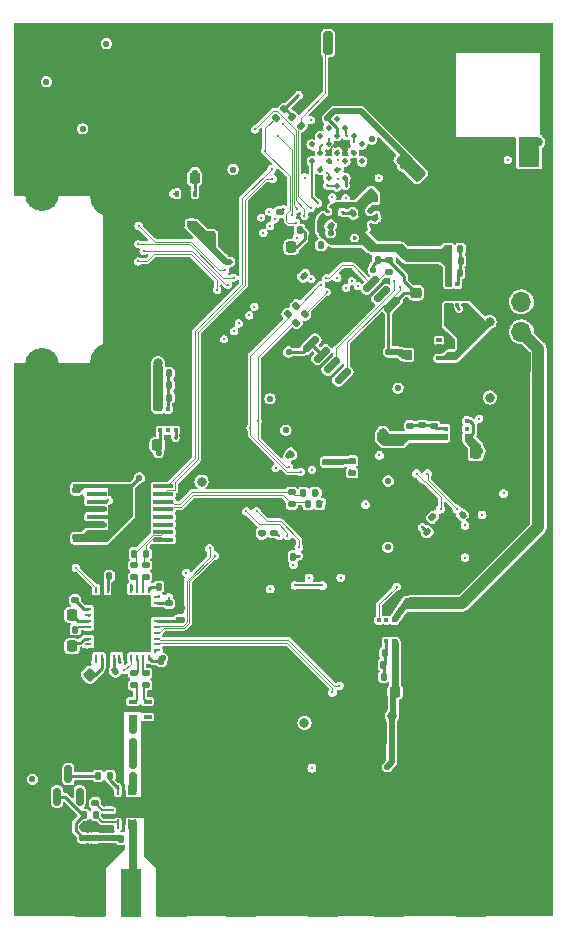
<source format=gbr>
%TF.GenerationSoftware,KiCad,Pcbnew,(6.0.4)*%
%TF.CreationDate,2023-05-16T14:10:18+09:00*%
%TF.ProjectId,RFB,5246422e-6b69-4636-9164-5f7063625858,rev?*%
%TF.SameCoordinates,Original*%
%TF.FileFunction,Copper,L6,Bot*%
%TF.FilePolarity,Positive*%
%FSLAX46Y46*%
G04 Gerber Fmt 4.6, Leading zero omitted, Abs format (unit mm)*
G04 Created by KiCad (PCBNEW (6.0.4)) date 2023-05-16 14:10:18*
%MOMM*%
%LPD*%
G01*
G04 APERTURE LIST*
G04 Aperture macros list*
%AMRoundRect*
0 Rectangle with rounded corners*
0 $1 Rounding radius*
0 $2 $3 $4 $5 $6 $7 $8 $9 X,Y pos of 4 corners*
0 Add a 4 corners polygon primitive as box body*
4,1,4,$2,$3,$4,$5,$6,$7,$8,$9,$2,$3,0*
0 Add four circle primitives for the rounded corners*
1,1,$1+$1,$2,$3*
1,1,$1+$1,$4,$5*
1,1,$1+$1,$6,$7*
1,1,$1+$1,$8,$9*
0 Add four rect primitives between the rounded corners*
20,1,$1+$1,$2,$3,$4,$5,0*
20,1,$1+$1,$4,$5,$6,$7,0*
20,1,$1+$1,$6,$7,$8,$9,0*
20,1,$1+$1,$8,$9,$2,$3,0*%
%AMRotRect*
0 Rectangle, with rotation*
0 The origin of the aperture is its center*
0 $1 length*
0 $2 width*
0 $3 Rotation angle, in degrees counterclockwise*
0 Add horizontal line*
21,1,$1,$2,0,0,$3*%
G04 Aperture macros list end*
%TA.AperFunction,SMDPad,CuDef*%
%ADD10RoundRect,0.135000X0.135000X0.185000X-0.135000X0.185000X-0.135000X-0.185000X0.135000X-0.185000X0*%
%TD*%
%TA.AperFunction,SMDPad,CuDef*%
%ADD11RoundRect,0.093750X-0.093750X-0.106250X0.093750X-0.106250X0.093750X0.106250X-0.093750X0.106250X0*%
%TD*%
%TA.AperFunction,SMDPad,CuDef*%
%ADD12R,1.000000X1.600000*%
%TD*%
%TA.AperFunction,SMDPad,CuDef*%
%ADD13RoundRect,0.093750X-0.106250X0.093750X-0.106250X-0.093750X0.106250X-0.093750X0.106250X0.093750X0*%
%TD*%
%TA.AperFunction,SMDPad,CuDef*%
%ADD14R,1.600000X1.000000*%
%TD*%
%TA.AperFunction,SMDPad,CuDef*%
%ADD15RoundRect,0.093750X0.106250X-0.093750X0.106250X0.093750X-0.106250X0.093750X-0.106250X-0.093750X0*%
%TD*%
%TA.AperFunction,SMDPad,CuDef*%
%ADD16RoundRect,0.140000X0.170000X-0.140000X0.170000X0.140000X-0.170000X0.140000X-0.170000X-0.140000X0*%
%TD*%
%TA.AperFunction,SMDPad,CuDef*%
%ADD17RoundRect,0.140000X-0.140000X-0.170000X0.140000X-0.170000X0.140000X0.170000X-0.140000X0.170000X0*%
%TD*%
%TA.AperFunction,SMDPad,CuDef*%
%ADD18RoundRect,0.140000X0.140000X0.170000X-0.140000X0.170000X-0.140000X-0.170000X0.140000X-0.170000X0*%
%TD*%
%TA.AperFunction,SMDPad,CuDef*%
%ADD19RoundRect,0.087500X-0.175000X-0.087500X0.175000X-0.087500X0.175000X0.087500X-0.175000X0.087500X0*%
%TD*%
%TA.AperFunction,SMDPad,CuDef*%
%ADD20R,1.400000X1.600000*%
%TD*%
%TA.AperFunction,SMDPad,CuDef*%
%ADD21RoundRect,0.140000X-0.170000X0.140000X-0.170000X-0.140000X0.170000X-0.140000X0.170000X0.140000X0*%
%TD*%
%TA.AperFunction,SMDPad,CuDef*%
%ADD22RoundRect,0.135000X0.185000X-0.135000X0.185000X0.135000X-0.185000X0.135000X-0.185000X-0.135000X0*%
%TD*%
%TA.AperFunction,SMDPad,CuDef*%
%ADD23R,2.665000X4.190000*%
%TD*%
%TA.AperFunction,ComponentPad*%
%ADD24C,0.970000*%
%TD*%
%TA.AperFunction,SMDPad,CuDef*%
%ADD25R,0.460000X0.890000*%
%TD*%
%TA.AperFunction,SMDPad,CuDef*%
%ADD26RoundRect,0.135000X-0.035355X0.226274X-0.226274X0.035355X0.035355X-0.226274X0.226274X-0.035355X0*%
%TD*%
%TA.AperFunction,ConnectorPad*%
%ADD27C,3.800000*%
%TD*%
%TA.AperFunction,ComponentPad*%
%ADD28C,2.600000*%
%TD*%
%TA.AperFunction,ComponentPad*%
%ADD29R,1.700000X1.700000*%
%TD*%
%TA.AperFunction,ComponentPad*%
%ADD30O,1.700000X1.700000*%
%TD*%
%TA.AperFunction,SMDPad,CuDef*%
%ADD31RoundRect,0.225000X0.225000X0.250000X-0.225000X0.250000X-0.225000X-0.250000X0.225000X-0.250000X0*%
%TD*%
%TA.AperFunction,ComponentPad*%
%ADD32C,0.500000*%
%TD*%
%TA.AperFunction,SMDPad,CuDef*%
%ADD33R,2.500000X2.500000*%
%TD*%
%TA.AperFunction,SMDPad,CuDef*%
%ADD34RotRect,2.500000X2.500000X135.000000*%
%TD*%
%TA.AperFunction,ComponentPad*%
%ADD35C,2.880000*%
%TD*%
%TA.AperFunction,ComponentPad*%
%ADD36C,3.990000*%
%TD*%
%TA.AperFunction,SMDPad,CuDef*%
%ADD37R,5.600000X5.600000*%
%TD*%
%TA.AperFunction,SMDPad,CuDef*%
%ADD38RoundRect,0.140000X0.021213X-0.219203X0.219203X-0.021213X-0.021213X0.219203X-0.219203X0.021213X0*%
%TD*%
%TA.AperFunction,SMDPad,CuDef*%
%ADD39RoundRect,0.200000X-0.200000X-0.800000X0.200000X-0.800000X0.200000X0.800000X-0.200000X0.800000X0*%
%TD*%
%TA.AperFunction,SMDPad,CuDef*%
%ADD40RoundRect,0.135000X0.226274X0.035355X0.035355X0.226274X-0.226274X-0.035355X-0.035355X-0.226274X0*%
%TD*%
%TA.AperFunction,SMDPad,CuDef*%
%ADD41RoundRect,0.225000X0.250000X-0.225000X0.250000X0.225000X-0.250000X0.225000X-0.250000X-0.225000X0*%
%TD*%
%TA.AperFunction,SMDPad,CuDef*%
%ADD42C,0.500000*%
%TD*%
%TA.AperFunction,SMDPad,CuDef*%
%ADD43RoundRect,0.135000X-0.135000X-0.185000X0.135000X-0.185000X0.135000X0.185000X-0.135000X0.185000X0*%
%TD*%
%TA.AperFunction,SMDPad,CuDef*%
%ADD44RoundRect,0.225000X-0.250000X0.225000X-0.250000X-0.225000X0.250000X-0.225000X0.250000X0.225000X0*%
%TD*%
%TA.AperFunction,SMDPad,CuDef*%
%ADD45RoundRect,0.147500X-0.147500X-0.172500X0.147500X-0.172500X0.147500X0.172500X-0.147500X0.172500X0*%
%TD*%
%TA.AperFunction,SMDPad,CuDef*%
%ADD46RoundRect,0.140000X-0.219203X-0.021213X-0.021213X-0.219203X0.219203X0.021213X0.021213X0.219203X0*%
%TD*%
%TA.AperFunction,SMDPad,CuDef*%
%ADD47RoundRect,0.087500X0.087500X-0.175000X0.087500X0.175000X-0.087500X0.175000X-0.087500X-0.175000X0*%
%TD*%
%TA.AperFunction,SMDPad,CuDef*%
%ADD48R,1.600000X1.400000*%
%TD*%
%TA.AperFunction,SMDPad,CuDef*%
%ADD49RoundRect,0.135000X-0.226274X-0.035355X-0.035355X-0.226274X0.226274X0.035355X0.035355X0.226274X0*%
%TD*%
%TA.AperFunction,SMDPad,CuDef*%
%ADD50RoundRect,0.225000X-0.335876X-0.017678X-0.017678X-0.335876X0.335876X0.017678X0.017678X0.335876X0*%
%TD*%
%TA.AperFunction,SMDPad,CuDef*%
%ADD51RoundRect,0.150000X0.150000X-0.587500X0.150000X0.587500X-0.150000X0.587500X-0.150000X-0.587500X0*%
%TD*%
%TA.AperFunction,SMDPad,CuDef*%
%ADD52R,0.249999X0.599999*%
%TD*%
%TA.AperFunction,SMDPad,CuDef*%
%ADD53R,0.599999X0.249999*%
%TD*%
%TA.AperFunction,SMDPad,CuDef*%
%ADD54R,4.500001X4.500001*%
%TD*%
%TA.AperFunction,SMDPad,CuDef*%
%ADD55RoundRect,0.150000X0.353553X0.565685X-0.565685X-0.353553X-0.353553X-0.565685X0.565685X0.353553X0*%
%TD*%
%TA.AperFunction,SMDPad,CuDef*%
%ADD56RoundRect,0.140000X-0.021213X0.219203X-0.219203X0.021213X0.021213X-0.219203X0.219203X-0.021213X0*%
%TD*%
%TA.AperFunction,SMDPad,CuDef*%
%ADD57RoundRect,0.225000X0.017678X-0.335876X0.335876X-0.017678X-0.017678X0.335876X-0.335876X0.017678X0*%
%TD*%
%TA.AperFunction,SMDPad,CuDef*%
%ADD58RoundRect,0.135000X-0.185000X0.135000X-0.185000X-0.135000X0.185000X-0.135000X0.185000X0.135000X0*%
%TD*%
%TA.AperFunction,SMDPad,CuDef*%
%ADD59RoundRect,0.147500X-0.172500X0.147500X-0.172500X-0.147500X0.172500X-0.147500X0.172500X0.147500X0*%
%TD*%
%TA.AperFunction,SMDPad,CuDef*%
%ADD60RoundRect,0.140000X0.219203X0.021213X0.021213X0.219203X-0.219203X-0.021213X-0.021213X-0.219203X0*%
%TD*%
%TA.AperFunction,SMDPad,CuDef*%
%ADD61R,1.676400X0.355600*%
%TD*%
%TA.AperFunction,SMDPad,CuDef*%
%ADD62R,1.800000X2.500000*%
%TD*%
%TA.AperFunction,SMDPad,CuDef*%
%ADD63RoundRect,0.250000X0.548008X-1.007627X1.007627X-0.548008X-0.548008X1.007627X-1.007627X0.548008X0*%
%TD*%
%TA.AperFunction,SMDPad,CuDef*%
%ADD64R,1.780000X4.190000*%
%TD*%
%TA.AperFunction,SMDPad,CuDef*%
%ADD65R,0.700000X0.350000*%
%TD*%
%TA.AperFunction,SMDPad,CuDef*%
%ADD66RoundRect,0.062500X-0.062500X0.325000X-0.062500X-0.325000X0.062500X-0.325000X0.062500X0.325000X0*%
%TD*%
%TA.AperFunction,SMDPad,CuDef*%
%ADD67RoundRect,0.062500X-0.325000X0.062500X-0.325000X-0.062500X0.325000X-0.062500X0.325000X0.062500X0*%
%TD*%
%TA.AperFunction,SMDPad,CuDef*%
%ADD68R,1.750000X1.750000*%
%TD*%
%TA.AperFunction,SMDPad,CuDef*%
%ADD69RoundRect,0.225000X-0.225000X-0.250000X0.225000X-0.250000X0.225000X0.250000X-0.225000X0.250000X0*%
%TD*%
%TA.AperFunction,ViaPad*%
%ADD70C,0.300000*%
%TD*%
%TA.AperFunction,ViaPad*%
%ADD71C,0.550000*%
%TD*%
%TA.AperFunction,ViaPad*%
%ADD72C,0.800000*%
%TD*%
%TA.AperFunction,ViaPad*%
%ADD73C,0.400000*%
%TD*%
%TA.AperFunction,Conductor*%
%ADD74C,0.090000*%
%TD*%
%TA.AperFunction,Conductor*%
%ADD75C,0.250000*%
%TD*%
%TA.AperFunction,Conductor*%
%ADD76C,0.500000*%
%TD*%
%TA.AperFunction,Conductor*%
%ADD77C,0.670000*%
%TD*%
%TA.AperFunction,Conductor*%
%ADD78C,0.101600*%
%TD*%
%TA.AperFunction,Conductor*%
%ADD79C,0.146812*%
%TD*%
%TA.AperFunction,Conductor*%
%ADD80C,1.000000*%
%TD*%
%TA.AperFunction,Conductor*%
%ADD81C,0.160000*%
%TD*%
G04 APERTURE END LIST*
D10*
%TO.P,R44,1*%
%TO.N,Net-(C6-Pad2)*%
X71378000Y-50469800D03*
%TO.P,R44,2*%
%TO.N,/1V0*%
X70358000Y-50469800D03*
%TD*%
D11*
%TO.P,IC10,1,OUT*%
%TO.N,/ADC_1V8A*%
X70105500Y-65324800D03*
%TO.P,IC10,2,FB*%
%TO.N,Net-(C131-Pad2)*%
X70105500Y-64674800D03*
%TO.P,IC10,3,GND*%
%TO.N,GND*%
X70105500Y-64024800D03*
%TO.P,IC10,4,EN*%
%TO.N,/3V6*%
X71880500Y-64024800D03*
%TO.P,IC10,5,PG*%
%TO.N,unconnected-(IC10-Pad5)*%
X71880500Y-64674800D03*
%TO.P,IC10,6,IN*%
%TO.N,/3V6*%
X71880500Y-65324800D03*
D12*
%TO.P,IC10,7,GND*%
%TO.N,GND*%
X70993000Y-64674800D03*
%TD*%
D13*
%TO.P,IC8,1,OUT*%
%TO.N,/3V3D*%
X45933600Y-63044300D03*
%TO.P,IC8,2,FB*%
%TO.N,Net-(C116-Pad2)*%
X46583600Y-63044300D03*
%TO.P,IC8,3,GND*%
%TO.N,GND*%
X47233600Y-63044300D03*
%TO.P,IC8,4,EN*%
%TO.N,/1V8D*%
X47233600Y-64819300D03*
%TO.P,IC8,5,PG*%
%TO.N,unconnected-(IC8-Pad5)*%
X46583600Y-64819300D03*
%TO.P,IC8,6,IN*%
%TO.N,/3V6*%
X45933600Y-64819300D03*
D14*
%TO.P,IC8,7,GND*%
%TO.N,GND*%
X46583600Y-63931800D03*
%TD*%
D13*
%TO.P,IC4,1,OUT*%
%TO.N,/1V0*%
X70444600Y-52477900D03*
%TO.P,IC4,2,FB*%
%TO.N,Net-(C6-Pad2)*%
X71094600Y-52477900D03*
%TO.P,IC4,3,GND*%
%TO.N,GND*%
X71744600Y-52477900D03*
%TO.P,IC4,4,EN*%
%TO.N,/3V6*%
X71744600Y-54252900D03*
%TO.P,IC4,5,PG*%
%TO.N,/Power/1V0_PG*%
X71094600Y-54252900D03*
%TO.P,IC4,6,IN*%
%TO.N,/3V6*%
X70444600Y-54252900D03*
D14*
%TO.P,IC4,7,GND*%
%TO.N,GND*%
X71094600Y-53365400D03*
%TD*%
D15*
%TO.P,IC2,1,OUT*%
%TO.N,/MIX_5VA*%
X65731200Y-82675500D03*
%TO.P,IC2,2,FB*%
%TO.N,Net-(C132-Pad2)*%
X65081200Y-82675500D03*
%TO.P,IC2,3,GND*%
%TO.N,GND*%
X64431200Y-82675500D03*
%TO.P,IC2,4,EN*%
%TO.N,/3V6*%
X64431200Y-80900500D03*
%TO.P,IC2,5,PG*%
%TO.N,unconnected-(IC2-Pad5)*%
X65081200Y-80900500D03*
%TO.P,IC2,6,IN*%
%TO.N,/12V*%
X65731200Y-80900500D03*
D14*
%TO.P,IC2,7,GND*%
%TO.N,GND*%
X65081200Y-81788000D03*
%TD*%
D10*
%TO.P,R68,1*%
%TO.N,Net-(C116-Pad2)*%
X46710600Y-61010800D03*
%TO.P,R68,2*%
%TO.N,/3V3D*%
X45690600Y-61010800D03*
%TD*%
D16*
%TO.P,C34,2*%
%TO.N,/ADC_1V8A*%
X69113400Y-65405000D03*
%TO.P,C34,1*%
%TO.N,GND*%
X69113400Y-66365000D03*
%TD*%
D17*
%TO.P,C11,2*%
%TO.N,/3V3D*%
X45770800Y-62052200D03*
%TO.P,C11,1*%
%TO.N,GND*%
X44810800Y-62052200D03*
%TD*%
%TO.P,C8,2*%
%TO.N,/1V0*%
X70358000Y-51511200D03*
%TO.P,C8,1*%
%TO.N,GND*%
X69398000Y-51511200D03*
%TD*%
D18*
%TO.P,C7,2*%
%TO.N,/MIX_5VA*%
X65842000Y-83667600D03*
%TO.P,C7,1*%
%TO.N,GND*%
X66802000Y-83667600D03*
%TD*%
D19*
%TO.P,U3,1,VO*%
%TO.N,/2V5D*%
X66956700Y-58706400D03*
%TO.P,U3,2,Vo_s*%
X66956700Y-58206400D03*
%TO.P,U3,3,GND*%
%TO.N,GND*%
X66956700Y-57706400D03*
%TO.P,U3,4,GND*%
X66956700Y-57206400D03*
%TO.P,U3,5,EN*%
%TO.N,/1V8D*%
X69531700Y-57206400D03*
%TO.P,U3,6,GND*%
%TO.N,GND*%
X69531700Y-57706400D03*
%TO.P,U3,7,GND*%
X69531700Y-58206400D03*
%TO.P,U3,8,VCC*%
%TO.N,/3V6*%
X69531700Y-58706400D03*
D20*
%TO.P,U3,9,GND*%
%TO.N,GND*%
X68244200Y-57956400D03*
%TD*%
D21*
%TO.P,C10,1*%
%TO.N,/2V5D*%
X65913000Y-58191400D03*
%TO.P,C10,2*%
%TO.N,GND*%
X65913000Y-59151400D03*
%TD*%
D16*
%TO.P,C5,1*%
%TO.N,/3V6*%
X70586600Y-58442800D03*
%TO.P,C5,2*%
%TO.N,GND*%
X70586600Y-57482800D03*
%TD*%
D22*
%TO.P,R63,1*%
%TO.N,/ADC_RESET*%
X62179200Y-68427601D03*
%TO.P,R63,2*%
%TO.N,/ADC_1V8A*%
X62179200Y-67407601D03*
%TD*%
D23*
%TO.P,J1,2,Ext*%
%TO.N,GND*%
X65265300Y-103962200D03*
D24*
X72250300Y-100977200D03*
X65265300Y-100977200D03*
D23*
X72250300Y-103962200D03*
D25*
X65265300Y-101422200D03*
X72250300Y-101422200D03*
%TD*%
D26*
%TO.P,R61,1*%
%TO.N,Net-(R61-Pad1)*%
X57459824Y-54274776D03*
%TO.P,R61,2*%
%TO.N,/SPI_MOSI*%
X56738576Y-54996024D03*
%TD*%
%TO.P,R58,1*%
%TO.N,Net-(R58-Pad1)*%
X58171024Y-54985976D03*
%TO.P,R58,2*%
%TO.N,/SPI_SCK*%
X57449776Y-55707224D03*
%TD*%
D22*
%TO.P,R11,1*%
%TO.N,/ADC_REFCLKP*%
X57073800Y-71098600D03*
%TO.P,R11,2*%
%TO.N,/ADC_REFCLKN*%
X57073800Y-70078600D03*
%TD*%
D27*
%TO.P,H4,1,1*%
%TO.N,GND*%
X68224400Y-32689800D03*
D28*
X68224400Y-32689800D03*
%TD*%
D29*
%TO.P,J6,1,Pin_1*%
%TO.N,GND*%
X76504800Y-59029600D03*
D30*
%TO.P,J6,2,Pin_2*%
%TO.N,/12V*%
X76504800Y-56489600D03*
%TO.P,J6,3,Pin_3*%
%TO.N,/Power/PWR_EN*%
X76504800Y-53949600D03*
%TD*%
D31*
%TO.P,C102,1*%
%TO.N,/3V6*%
X45669200Y-66065400D03*
%TO.P,C102,2*%
%TO.N,GND*%
X44119200Y-66065400D03*
%TD*%
D28*
%TO.P,H1,1,1*%
%TO.N,GND*%
X76784200Y-103555800D03*
D27*
X76784200Y-103555800D03*
%TD*%
D32*
%TO.P,U7,25,EP*%
%TO.N,GND*%
X56249000Y-75196000D03*
X55249000Y-76196000D03*
X55249000Y-75196000D03*
D33*
X55249000Y-76196000D03*
D32*
X54249000Y-75196000D03*
X54249000Y-76196000D03*
X55249000Y-77196000D03*
X56249000Y-77196000D03*
X54249000Y-77196000D03*
X56249000Y-76196000D03*
%TD*%
%TO.P,U9,25,EP*%
%TO.N,GND*%
X69650893Y-73542210D03*
X70358000Y-72835103D03*
X68943786Y-74249317D03*
X70358000Y-74249317D03*
X69650893Y-74956424D03*
X71065107Y-73542210D03*
X70358000Y-75663531D03*
X71065107Y-74956424D03*
X71772214Y-74249317D03*
D34*
X70358000Y-74249317D03*
%TD*%
D35*
%TO.P,J4,SH,SH*%
%TO.N,GND*%
X35952000Y-44804000D03*
D36*
X41912000Y-44804000D03*
D35*
X35952000Y-59304000D03*
D36*
X41912000Y-59304000D03*
%TD*%
D17*
%TO.P,C116,1*%
%TO.N,/3V3D*%
X45725200Y-59994800D03*
%TO.P,C116,2*%
%TO.N,Net-(C116-Pad2)*%
X46685200Y-59994800D03*
%TD*%
D32*
%TO.P,U8,25,GND*%
%TO.N,GND*%
X62898400Y-92342400D03*
X60898400Y-91342400D03*
X62898400Y-90342400D03*
X60898400Y-90342400D03*
X61898400Y-91342400D03*
X61898400Y-90342400D03*
X62898400Y-91342400D03*
X60898400Y-92342400D03*
X61898400Y-92342400D03*
D33*
X61898400Y-91342400D03*
%TD*%
D24*
%TO.P,J2,2,Ext*%
%TO.N,GND*%
X52743100Y-101002600D03*
X59728100Y-101002600D03*
D23*
X52743100Y-103987600D03*
X59728100Y-103987600D03*
D25*
X59728100Y-101447600D03*
X52743100Y-101447600D03*
%TD*%
D37*
%TO.P,IC3,49,EP*%
%TO.N,GND*%
X60576500Y-64071500D03*
D32*
X60576500Y-65346500D03*
X60576500Y-64071500D03*
X61851500Y-65346500D03*
X59301500Y-65346500D03*
X60576500Y-66621500D03*
X58026500Y-65346500D03*
X58026500Y-64071500D03*
X59301500Y-66621500D03*
X61851500Y-61521500D03*
X63126500Y-64071500D03*
X60576500Y-61521500D03*
X63126500Y-66621500D03*
X60576500Y-62796500D03*
X58026500Y-61521500D03*
X63126500Y-65346500D03*
X59301500Y-64071500D03*
X63126500Y-61521500D03*
X61851500Y-62796500D03*
X59301500Y-62796500D03*
X63126500Y-62796500D03*
X61851500Y-66621500D03*
X59301500Y-61521500D03*
X58026500Y-66621500D03*
X61851500Y-64071500D03*
X58026500Y-62796500D03*
%TD*%
D27*
%TO.P,H2,1,1*%
%TO.N,GND*%
X36449000Y-65227200D03*
D28*
X36449000Y-65227200D03*
%TD*%
D27*
%TO.P,H3,1,1*%
%TO.N,GND*%
X35890200Y-103555800D03*
D28*
X35890200Y-103555800D03*
%TD*%
D10*
%TO.P,R69,2*%
%TO.N,Net-(C116-Pad2)*%
X46708600Y-62052200D03*
%TO.P,R69,1*%
%TO.N,GND*%
X47728600Y-62052200D03*
%TD*%
D38*
%TO.P,C92,1*%
%TO.N,/5VD*%
X51137178Y-50208822D03*
%TO.P,C92,2*%
%TO.N,GND*%
X51816000Y-49530000D03*
%TD*%
D31*
%TO.P,C141,1*%
%TO.N,/MIX_5VA*%
X65811400Y-86969600D03*
%TO.P,C141,2*%
%TO.N,GND*%
X64261400Y-86969600D03*
%TD*%
D39*
%TO.P,SW1,1,1*%
%TO.N,GND*%
X55913600Y-32029400D03*
%TO.P,SW1,2,2*%
%TO.N,/FPGA/XS_PROGRAMB*%
X60113600Y-32029400D03*
%TD*%
D40*
%TO.P,R12,1*%
%TO.N,GND*%
X69697600Y-72923400D03*
%TO.P,R12,2*%
%TO.N,Net-(R12-Pad2)*%
X68976352Y-72202152D03*
%TD*%
D41*
%TO.P,C150,1*%
%TO.N,/2V5D*%
X67589400Y-53187600D03*
%TO.P,C150,2*%
%TO.N,GND*%
X67589400Y-51637600D03*
%TD*%
D42*
%TO.P,IC6,A2,RFU_1*%
%TO.N,unconnected-(IC6-PadA2)*%
X63008951Y-40626145D03*
%TO.P,IC6,A3,CS#*%
%TO.N,/FPGA/HyperBus0_CS*%
X62301845Y-39919038D03*
%TO.P,IC6,A4,RESET#*%
%TO.N,/FPGA/HyperBus0_Reset*%
X61594738Y-39211932D03*
%TO.P,IC6,A5,RFU_2*%
%TO.N,unconnected-(IC6-PadA5)*%
X60887631Y-38504825D03*
%TO.P,IC6,B1,CK#*%
%TO.N,/FPGA/HyperBus0_CkN*%
X63008951Y-42040359D03*
%TO.P,IC6,B2,CK*%
%TO.N,/FPGA/HyperBus0_CkP*%
X62301845Y-41333252D03*
%TO.P,IC6,B3,VSS*%
%TO.N,GND*%
X61594738Y-40626145D03*
%TO.P,IC6,B4,VCC*%
%TO.N,/2V5D*%
X60887631Y-39919038D03*
%TO.P,IC6,B5,RFU_3*%
%TO.N,unconnected-(IC6-PadB5)*%
X60180524Y-39211932D03*
%TO.P,IC6,C1,VSSQ_1*%
%TO.N,GND*%
X62301845Y-42747466D03*
%TO.P,IC6,C2,RFU_4*%
%TO.N,unconnected-(IC6-PadC2)*%
X61594738Y-42040359D03*
%TO.P,IC6,C3,RWDS*%
%TO.N,/FPGA/HyperBus0_RWDS*%
X60887631Y-41333252D03*
%TO.P,IC6,C4,DQ2*%
%TO.N,/FPGA/HyperBus0_DQ2*%
X60180524Y-40626145D03*
%TO.P,IC6,C5,RFU_5*%
%TO.N,unconnected-(IC6-PadC5)*%
X59473417Y-39919038D03*
%TO.P,IC6,D1,VCCQ_1*%
%TO.N,/2V5D*%
X61594738Y-43454572D03*
%TO.P,IC6,D2,DQ1*%
%TO.N,/FPGA/HyperBus0_DQ1*%
X60887631Y-42747466D03*
%TO.P,IC6,D3,DQ0*%
%TO.N,/FPGA/HyperBus0_DQ0*%
X60180524Y-42040359D03*
%TO.P,IC6,D4,DQ3*%
%TO.N,/FPGA/HyperBus0_DQ3*%
X59473417Y-41333252D03*
%TO.P,IC6,D5,DQ4*%
%TO.N,/FPGA/HyperBus0_DQ4*%
X58766311Y-40626145D03*
%TO.P,IC6,E1,DQ7*%
%TO.N,/FPGA/HyperBus0_DQ7*%
X60887631Y-44161679D03*
%TO.P,IC6,E2,DQ6*%
%TO.N,/FPGA/HyperBus0_DQ6*%
X60180524Y-43454572D03*
%TO.P,IC6,E3,DQ5*%
%TO.N,/FPGA/HyperBus0_DQ5*%
X59473417Y-42747466D03*
%TO.P,IC6,E4,VCCQ_2*%
%TO.N,/2V5D*%
X58766311Y-42040359D03*
%TO.P,IC6,E5,VSSQ_2*%
%TO.N,GND*%
X58059204Y-41333252D03*
%TD*%
D18*
%TO.P,C69,1*%
%TO.N,/MIX_5VA*%
X65532000Y-91617800D03*
%TO.P,C69,2*%
%TO.N,GND*%
X64572000Y-91617800D03*
%TD*%
D43*
%TO.P,R75,1*%
%TO.N,GND*%
X63902400Y-83667600D03*
%TO.P,R75,2*%
%TO.N,Net-(C132-Pad2)*%
X64922400Y-83667600D03*
%TD*%
D44*
%TO.P,C122,1*%
%TO.N,/12V*%
X67157600Y-79476600D03*
%TO.P,C122,2*%
%TO.N,GND*%
X67157600Y-81026600D03*
%TD*%
D10*
%TO.P,R47,1*%
%TO.N,Net-(IC5-Pad1)*%
X41681400Y-94081600D03*
%TO.P,R47,2*%
%TO.N,Net-(Q2-Pad3)*%
X40661400Y-94081600D03*
%TD*%
D17*
%TO.P,C56,1*%
%TO.N,GND*%
X56245600Y-75510200D03*
%TO.P,C56,2*%
%TO.N,/IF_VCM*%
X57205600Y-75510200D03*
%TD*%
%TO.P,C30,1*%
%TO.N,GND*%
X37775000Y-81711800D03*
%TO.P,C30,2*%
%TO.N,Net-(C30-Pad2)*%
X38735000Y-81711800D03*
%TD*%
D18*
%TO.P,C145,1*%
%TO.N,/1V8D*%
X57734943Y-47852918D03*
%TO.P,C145,2*%
%TO.N,GND*%
X56774943Y-47852918D03*
%TD*%
D31*
%TO.P,C121,1*%
%TO.N,/3V6*%
X72644000Y-66725800D03*
%TO.P,C121,2*%
%TO.N,GND*%
X71094000Y-66725800D03*
%TD*%
D45*
%TO.P,L13,1,1*%
%TO.N,/PA_8VA*%
X42618800Y-99390200D03*
%TO.P,L13,2,2*%
%TO.N,/PA/RF_O*%
X43588800Y-99390200D03*
%TD*%
D46*
%TO.P,C144,1*%
%TO.N,/1V0*%
X59683289Y-46832846D03*
%TO.P,C144,2*%
%TO.N,GND*%
X60362111Y-47511668D03*
%TD*%
D18*
%TO.P,C13,1*%
%TO.N,GND*%
X46990000Y-84328000D03*
%TO.P,C13,2*%
%TO.N,/PLL_3V3A*%
X46030000Y-84328000D03*
%TD*%
%TO.P,C40,1*%
%TO.N,/ADC/CLKN*%
X59017789Y-70115211D03*
%TO.P,C40,2*%
%TO.N,/ADC_REFCLKN*%
X58057789Y-70115211D03*
%TD*%
D22*
%TO.P,R23,1*%
%TO.N,GND*%
X55549800Y-74525600D03*
%TO.P,R23,2*%
%TO.N,Net-(R23-Pad2)*%
X55549800Y-73505600D03*
%TD*%
D16*
%TO.P,C39,1*%
%TO.N,/ADC_1V8A*%
X59969400Y-67510600D03*
%TO.P,C39,2*%
%TO.N,GND*%
X59969400Y-66550600D03*
%TD*%
D47*
%TO.P,U16,1,VO*%
%TO.N,/5VD*%
X48844901Y-47363100D03*
%TO.P,U16,2,Vo_s*%
X48344901Y-47363100D03*
%TO.P,U16,3,GND*%
%TO.N,GND*%
X47844901Y-47363100D03*
%TO.P,U16,4,GND*%
X47344901Y-47363100D03*
%TO.P,U16,5,EN*%
%TO.N,/3V6*%
X47344901Y-44788100D03*
%TO.P,U16,6,GND*%
%TO.N,GND*%
X47844901Y-44788100D03*
%TO.P,U16,7,GND*%
X48344901Y-44788100D03*
%TO.P,U16,8,VCC*%
%TO.N,/12V*%
X48844901Y-44788100D03*
D48*
%TO.P,U16,9,GND*%
%TO.N,GND*%
X48094901Y-46075600D03*
%TD*%
D21*
%TO.P,C27,1*%
%TO.N,/PLL_REFCLKN*%
X44734797Y-76249001D03*
%TO.P,C27,2*%
%TO.N,Net-(C27-Pad2)*%
X44734797Y-77209001D03*
%TD*%
D49*
%TO.P,R51,1*%
%TO.N,/2V5D*%
X57124600Y-38328600D03*
%TO.P,R51,2*%
%TO.N,/FPGA/XS_PROGRAMB*%
X57845848Y-39049848D03*
%TD*%
D21*
%TO.P,C48,1*%
%TO.N,/IF_VCM*%
X54533800Y-73535600D03*
%TO.P,C48,2*%
%TO.N,GND*%
X54533800Y-74495600D03*
%TD*%
D50*
%TO.P,C107,1*%
%TO.N,/1V0*%
X63792569Y-44871472D03*
%TO.P,C107,2*%
%TO.N,GND*%
X64888585Y-45967488D03*
%TD*%
D45*
%TO.P,L11,1,1*%
%TO.N,Net-(C96-Pad2)*%
X43586400Y-92176600D03*
%TO.P,L11,2,2*%
%TO.N,GND*%
X44556400Y-92176600D03*
%TD*%
D22*
%TO.P,R54,1*%
%TO.N,/FPGA/XS_CSO*%
X65328800Y-51437000D03*
%TO.P,R54,2*%
%TO.N,/2V5D*%
X65328800Y-50417000D03*
%TD*%
D21*
%TO.P,C17,1*%
%TO.N,GND*%
X47650400Y-79888200D03*
%TO.P,C17,2*%
%TO.N,/PLL_3V3A*%
X47650400Y-80848200D03*
%TD*%
D18*
%TO.P,C41,1*%
%TO.N,/ADC/CLKP*%
X59408000Y-71096600D03*
%TO.P,C41,2*%
%TO.N,/ADC_REFCLKP*%
X58448000Y-71096600D03*
%TD*%
D21*
%TO.P,C26,1*%
%TO.N,/PLL_REFCLKP*%
X43718797Y-76249001D03*
%TO.P,C26,2*%
%TO.N,Net-(C26-Pad2)*%
X43718797Y-77209001D03*
%TD*%
D16*
%TO.P,C42,1*%
%TO.N,/ADC_1V8A*%
X61163200Y-67510600D03*
%TO.P,C42,2*%
%TO.N,GND*%
X61163200Y-66550600D03*
%TD*%
D18*
%TO.P,C132,1*%
%TO.N,/MIX_5VA*%
X65811400Y-85699600D03*
%TO.P,C132,2*%
%TO.N,Net-(C132-Pad2)*%
X64851400Y-85699600D03*
%TD*%
D21*
%TO.P,C97,1*%
%TO.N,Net-(C96-Pad2)*%
X43586400Y-93167200D03*
%TO.P,C97,2*%
%TO.N,Net-(C97-Pad2)*%
X43586400Y-94127200D03*
%TD*%
D51*
%TO.P,Q2,1,G*%
%TO.N,Net-(Q1-Pad3)*%
X39100800Y-95831900D03*
%TO.P,Q2,2,S*%
%TO.N,/PA_8VA*%
X37200800Y-95831900D03*
%TO.P,Q2,3,D*%
%TO.N,Net-(Q2-Pad3)*%
X38150800Y-93956900D03*
%TD*%
D21*
%TO.P,C32,1*%
%TO.N,Net-(C32-Pad1)*%
X46659800Y-79456400D03*
%TO.P,C32,2*%
%TO.N,GND*%
X46659800Y-80416400D03*
%TD*%
D16*
%TO.P,C155,1*%
%TO.N,/3V3D*%
X56032400Y-46352400D03*
%TO.P,C155,2*%
%TO.N,GND*%
X56032400Y-45392400D03*
%TD*%
D52*
%TO.P,U4,1,CE*%
%TO.N,/PLL_CE*%
X40472797Y-78303801D03*
%TO.P,U4,2,GND*%
%TO.N,GND*%
X40972796Y-78303801D03*
%TO.P,U4,3,VBIASVCO*%
%TO.N,Net-(C24-Pad2)*%
X41472797Y-78303801D03*
%TO.P,U4,4,GND*%
%TO.N,GND*%
X41972796Y-78303801D03*
%TO.P,U4,5,SYNC*%
X42472798Y-78303801D03*
%TO.P,U4,6,GND*%
X42972797Y-78303801D03*
%TO.P,U4,7,VCCDIG*%
%TO.N,/PLL_3V3A*%
X43472796Y-78303801D03*
%TO.P,U4,8,OSCINP*%
%TO.N,Net-(C26-Pad2)*%
X43972797Y-78303801D03*
%TO.P,U4,9,OSCINM*%
%TO.N,Net-(C27-Pad2)*%
X44472796Y-78303801D03*
%TO.P,U4,10,VREGIN*%
%TO.N,Net-(C22-Pad2)*%
X44972798Y-78303801D03*
D53*
%TO.P,U4,11,VCCCP*%
%TO.N,/PLL_3V3A*%
X45622797Y-78953799D03*
%TO.P,U4,12,CPOUT*%
%TO.N,Net-(C32-Pad1)*%
X45622797Y-79453798D03*
%TO.P,U4,13,GND*%
%TO.N,GND*%
X45622797Y-79953800D03*
%TO.P,U4,14,GND*%
X45622797Y-80453799D03*
%TO.P,U4,15,VCCMASH*%
%TO.N,/PLL_3V3A*%
X45622797Y-80953800D03*
%TO.P,U4,16,SCK*%
%TO.N,/SPI_SCK*%
X45622797Y-81453800D03*
%TO.P,U4,17,SDI*%
%TO.N,/SPI_MOSI*%
X45622797Y-81953798D03*
%TO.P,U4,18,RFOUTBM*%
%TO.N,/PLL_RFMXP*%
X45622797Y-82453800D03*
%TO.P,U4,19,RFOUTBP*%
%TO.N,/PLL_RFMXN*%
X45622797Y-82953799D03*
%TO.P,U4,20,MUXOUT*%
%TO.N,Net-(R55-Pad1)*%
X45622797Y-83453801D03*
D52*
%TO.P,U4,21,VCCBUF*%
%TO.N,/PLL_3V3A*%
X44972798Y-84103799D03*
%TO.P,U4,22,RFOUTAM*%
%TO.N,Net-(C29-Pad2)*%
X44472796Y-84103799D03*
%TO.P,U4,23,RFOUTAP*%
%TO.N,Net-(C28-Pad2)*%
X43972797Y-84103799D03*
%TO.P,U4,24,CSB*%
%TO.N,/SPI_CS_PLL*%
X43472796Y-84103799D03*
%TO.P,U4,25,GND*%
%TO.N,GND*%
X42972797Y-84103799D03*
%TO.P,U4,26,VCCVCO2*%
%TO.N,/PLL_3V3A*%
X42472798Y-84103799D03*
%TO.P,U4,27,VBIASVCO2*%
%TO.N,Net-(C21-Pad2)*%
X41972796Y-84103799D03*
%TO.P,U4,28,SYSREFREQ*%
%TO.N,GND*%
X41472797Y-84103799D03*
%TO.P,U4,29,VREFVCO2*%
%TO.N,Net-(C20-Pad2)*%
X40972796Y-84103799D03*
%TO.P,U4,30,RAMPCLK*%
%TO.N,/PLL_RAMPCLK*%
X40472797Y-84103799D03*
D53*
%TO.P,U4,31,GND*%
%TO.N,GND*%
X39822798Y-83453801D03*
%TO.P,U4,32,RAMPDIR*%
%TO.N,/PLL_RAMPDIR*%
X39822798Y-82953799D03*
%TO.P,U4,33,VBIASVARAC*%
%TO.N,Net-(C25-Pad2)*%
X39822798Y-82453800D03*
%TO.P,U4,34,GND*%
%TO.N,GND*%
X39822798Y-81953798D03*
%TO.P,U4,35,VTUNE*%
%TO.N,Net-(C30-Pad2)*%
X39822798Y-81453800D03*
%TO.P,U4,36,VREFVCO*%
%TO.N,Net-(C19-Pad2)*%
X39822798Y-80953800D03*
%TO.P,U4,37,VCCVCO*%
%TO.N,/PLL_3V3A*%
X39822798Y-80453799D03*
%TO.P,U4,38,VREGVCO*%
%TO.N,Net-(C23-Pad2)*%
X39822798Y-79953800D03*
%TO.P,U4,39,GND*%
%TO.N,GND*%
X39822798Y-79453798D03*
%TO.P,U4,40,GND*%
X39822798Y-78953799D03*
D32*
%TO.P,U4,41,GND*%
X43422800Y-83203800D03*
X43452800Y-79203800D03*
X40722800Y-80473800D03*
X41992800Y-83203800D03*
X43452800Y-80473800D03*
X41992800Y-80473800D03*
X44722800Y-81933800D03*
X43452800Y-81933800D03*
D54*
X42722797Y-81203800D03*
D32*
X41992800Y-81933800D03*
X44722800Y-80473800D03*
X41992800Y-79203800D03*
X40722800Y-81933800D03*
%TD*%
D17*
%TO.P,C24,1*%
%TO.N,GND*%
X40670600Y-77165200D03*
%TO.P,C24,2*%
%TO.N,Net-(C24-Pad2)*%
X41630600Y-77165200D03*
%TD*%
D55*
%TO.P,U12,1,~{CS}*%
%TO.N,/FPGA/XS_CSO*%
X63784146Y-52419177D03*
%TO.P,U12,2,DO(IO1)*%
%TO.N,/FPGA/XS_DIN*%
X64682172Y-53317203D03*
%TO.P,U12,3,IO2*%
%TO.N,/2V5D*%
X65580197Y-54215228D03*
%TO.P,U12,4,GND*%
%TO.N,GND*%
X66478223Y-55113254D03*
%TO.P,U12,5,DI(IO0)*%
%TO.N,/FPGA/XS_MOSI*%
X61387054Y-60204423D03*
%TO.P,U12,6,CLK*%
%TO.N,/FPGA/XS_CCLK*%
X60489028Y-59306397D03*
%TO.P,U12,7,IO3*%
%TO.N,/2V5D*%
X59591003Y-58408372D03*
%TO.P,U12,8,VCC*%
X58692977Y-57510346D03*
%TD*%
D10*
%TO.P,R48,1*%
%TO.N,Net-(IC5-Pad12)*%
X40466200Y-97381000D03*
%TO.P,R48,2*%
%TO.N,/PA_8VA*%
X39446200Y-97381000D03*
%TD*%
D46*
%TO.P,C76,1*%
%TO.N,/IF_VCM*%
X68526028Y-73423134D03*
%TO.P,C76,2*%
%TO.N,GND*%
X69204850Y-74101956D03*
%TD*%
D56*
%TO.P,C113,1*%
%TO.N,/1V0*%
X62908827Y-45755215D03*
%TO.P,C113,2*%
%TO.N,GND*%
X62230005Y-46434037D03*
%TD*%
D57*
%TO.P,C20,1*%
%TO.N,GND*%
X38883584Y-86617816D03*
%TO.P,C20,2*%
%TO.N,Net-(C20-Pad2)*%
X39979600Y-85521800D03*
%TD*%
D18*
%TO.P,C154,1*%
%TO.N,/2V5D*%
X64335600Y-50419000D03*
%TO.P,C154,2*%
%TO.N,GND*%
X63375600Y-50419000D03*
%TD*%
%TO.P,C43,1*%
%TO.N,/ADC_1V8A*%
X64566800Y-65328800D03*
%TO.P,C43,2*%
%TO.N,GND*%
X63606800Y-65328800D03*
%TD*%
D38*
%TO.P,C38,1*%
%TO.N,/ADC_1V8A*%
X56988389Y-66811211D03*
%TO.P,C38,2*%
%TO.N,GND*%
X57667211Y-66132389D03*
%TD*%
D58*
%TO.P,R73,1*%
%TO.N,GND*%
X69113400Y-63447200D03*
%TO.P,R73,2*%
%TO.N,Net-(C131-Pad2)*%
X69113400Y-64467200D03*
%TD*%
D21*
%TO.P,C96,1*%
%TO.N,/PLL_RFPA*%
X43586400Y-90226000D03*
%TO.P,C96,2*%
%TO.N,Net-(C96-Pad2)*%
X43586400Y-91186000D03*
%TD*%
D59*
%TO.P,L12,1,1*%
%TO.N,GND*%
X40411400Y-95402400D03*
%TO.P,L12,2,2*%
%TO.N,Net-(IC5-Pad14)*%
X40411400Y-96372400D03*
%TD*%
D16*
%TO.P,C131,1*%
%TO.N,/ADC_1V8A*%
X67081400Y-65402400D03*
%TO.P,C131,2*%
%TO.N,Net-(C131-Pad2)*%
X67081400Y-64442400D03*
%TD*%
D60*
%TO.P,C152,1*%
%TO.N,/2V5D*%
X58061327Y-51784431D03*
%TO.P,C152,2*%
%TO.N,GND*%
X57382505Y-51105609D03*
%TD*%
D17*
%TO.P,C6,1*%
%TO.N,/1V0*%
X70383400Y-49453800D03*
%TO.P,C6,2*%
%TO.N,Net-(C6-Pad2)*%
X71343400Y-49453800D03*
%TD*%
D38*
%TO.P,C84,1*%
%TO.N,GND*%
X70847578Y-72662422D03*
%TO.P,C84,2*%
%TO.N,/IF_VCM*%
X71526400Y-71983600D03*
%TD*%
D26*
%TO.P,R50,1*%
%TO.N,/2V5D*%
X56418424Y-37663176D03*
%TO.P,R50,2*%
%TO.N,/FPGA/XS_INITB*%
X55697176Y-38384424D03*
%TD*%
D10*
%TO.P,R5,1*%
%TO.N,/PLL_REFCLKN*%
X44736797Y-75255801D03*
%TO.P,R5,2*%
%TO.N,/PLL_REFCLKP*%
X43716797Y-75255801D03*
%TD*%
D61*
%TO.P,U2,1,EN1*%
%TO.N,/3V3D*%
X40551100Y-74106199D03*
%TO.P,U2,2,EN2*%
X40551100Y-73456201D03*
%TO.P,U2,3,EN3*%
%TO.N,GND*%
X40551100Y-72806199D03*
%TO.P,U2,4,VCC*%
%TO.N,/3V3D*%
X40551100Y-72156201D03*
%TO.P,U2,5,GND*%
%TO.N,GND*%
X40551100Y-71506202D03*
%TO.P,U2,6,A*%
%TO.N,Net-(IC1-Pad6)*%
X40551100Y-70856201D03*
%TO.P,U2,7,B*%
%TO.N,Net-(IC1-Pad1)*%
X40551100Y-70206202D03*
%TO.P,U2,8,EN4*%
%TO.N,/3V3D*%
X40551100Y-69556201D03*
%TO.P,U2,9,4Z*%
%TO.N,/FPGA_REFCLKN*%
X46189900Y-69556201D03*
%TO.P,U2,10,4Y*%
%TO.N,/FPGA_REFCLKP*%
X46189900Y-70206199D03*
%TO.P,U2,11,3Z*%
%TO.N,/ADC_REFCLKN*%
X46189900Y-70856201D03*
%TO.P,U2,12,3Y*%
%TO.N,/ADC_REFCLKP*%
X46189900Y-71506199D03*
%TO.P,U2,13,2Z*%
%TO.N,unconnected-(U2-Pad13)*%
X46189900Y-72156198D03*
%TO.P,U2,14,2Y*%
%TO.N,unconnected-(U2-Pad14)*%
X46189900Y-72806199D03*
%TO.P,U2,15,1Z*%
%TO.N,/PLL_REFCLKP*%
X46189900Y-73456198D03*
%TO.P,U2,16,1Y*%
%TO.N,/PLL_REFCLKN*%
X46189900Y-74106199D03*
%TD*%
D16*
%TO.P,C28,1*%
%TO.N,Net-(C28-Pad1)*%
X43723400Y-86375200D03*
%TO.P,C28,2*%
%TO.N,Net-(C28-Pad2)*%
X43723400Y-85415200D03*
%TD*%
%TO.P,C29,1*%
%TO.N,Net-(C29-Pad1)*%
X44739400Y-86370000D03*
%TO.P,C29,2*%
%TO.N,Net-(C29-Pad2)*%
X44739400Y-85410000D03*
%TD*%
D21*
%TO.P,C99,1*%
%TO.N,GND*%
X40436800Y-98374200D03*
%TO.P,C99,2*%
%TO.N,/PA_8VA*%
X40436800Y-99334200D03*
%TD*%
D43*
%TO.P,R74,1*%
%TO.N,Net-(C132-Pad2)*%
X64816800Y-84683600D03*
%TO.P,R74,2*%
%TO.N,/MIX_5VA*%
X65836800Y-84683600D03*
%TD*%
D62*
%TO.P,D1,1,K*%
%TO.N,Net-(D1-Pad1)*%
X77165200Y-41256200D03*
%TO.P,D1,2,A*%
%TO.N,GND*%
X77165200Y-45256200D03*
%TD*%
D63*
%TO.P,C146,1*%
%TO.N,/2V5D*%
X67130617Y-42495783D03*
%TO.P,C146,2*%
%TO.N,GND*%
X69216583Y-40409817D03*
%TD*%
D18*
%TO.P,C115,1*%
%TO.N,/1V8D*%
X59535928Y-49128114D03*
%TO.P,C115,2*%
%TO.N,GND*%
X58575928Y-49128114D03*
%TD*%
D31*
%TO.P,C110,1*%
%TO.N,/1V8D*%
X57010600Y-49326800D03*
%TO.P,C110,2*%
%TO.N,GND*%
X55460600Y-49326800D03*
%TD*%
D16*
%TO.P,C2,1*%
%TO.N,GND*%
X38836600Y-70838000D03*
%TO.P,C2,2*%
%TO.N,/3V3D*%
X38836600Y-69878000D03*
%TD*%
D64*
%TO.P,J3,1,In*%
%TO.N,/PA/RF_O*%
X43446700Y-103987600D03*
D23*
%TO.P,J3,2,Ext*%
%TO.N,GND*%
X39954200Y-103987600D03*
D25*
X39954200Y-101447600D03*
D24*
X46939200Y-101002600D03*
D25*
X46939200Y-101447600D03*
D24*
X39954200Y-101002600D03*
D23*
X46939200Y-103987600D03*
%TD*%
D16*
%TO.P,C3,1*%
%TO.N,/3V3D*%
X38836600Y-73888600D03*
%TO.P,C3,2*%
%TO.N,GND*%
X38836600Y-72928600D03*
%TD*%
D44*
%TO.P,C140,1*%
%TO.N,/ADC_1V8A*%
X65811400Y-65659000D03*
%TO.P,C140,2*%
%TO.N,GND*%
X65811400Y-67209000D03*
%TD*%
D58*
%TO.P,R72,1*%
%TO.N,Net-(C131-Pad2)*%
X68097400Y-64385000D03*
%TO.P,R72,2*%
%TO.N,/ADC_1V8A*%
X68097400Y-65405000D03*
%TD*%
D65*
%TO.P,FL1,1*%
%TO.N,/PLL_RFPA*%
X43606400Y-89103200D03*
%TO.P,FL1,2,GND*%
%TO.N,GND*%
X43606400Y-88453200D03*
%TO.P,FL1,3*%
%TO.N,Net-(C28-Pad1)*%
X43606400Y-87803200D03*
%TO.P,FL1,4*%
%TO.N,Net-(C29-Pad1)*%
X44856400Y-87803200D03*
%TO.P,FL1,5,GND*%
%TO.N,GND*%
X44856400Y-88453200D03*
%TO.P,FL1,6,NC*%
%TO.N,unconnected-(FL1-Pad6)*%
X44856400Y-89103200D03*
%TD*%
D66*
%TO.P,IC5,1,VENABLE*%
%TO.N,Net-(IC5-Pad1)*%
X42326200Y-95274100D03*
%TO.P,IC5,2,GND*%
%TO.N,GND*%
X42826200Y-95274100D03*
%TO.P,IC5,3,RF_IN*%
%TO.N,Net-(C97-Pad2)*%
X43326200Y-95274100D03*
%TO.P,IC5,4,RF_IN*%
X43826200Y-95274100D03*
D67*
%TO.P,IC5,5,GND*%
%TO.N,GND*%
X44538700Y-95986600D03*
%TO.P,IC5,6,GND*%
X44538700Y-96486600D03*
%TO.P,IC5,7,GND*%
X44538700Y-96986600D03*
%TO.P,IC5,8,GND*%
X44538700Y-97486600D03*
D66*
%TO.P,IC5,9,RF_OUT/VDD*%
%TO.N,/PA/RF_O*%
X43826200Y-98199100D03*
%TO.P,IC5,10,RF_OUT/VDD*%
X43326200Y-98199100D03*
%TO.P,IC5,11,GND*%
%TO.N,GND*%
X42826200Y-98199100D03*
%TO.P,IC5,12,BIAS2*%
%TO.N,Net-(IC5-Pad12)*%
X42326200Y-98199100D03*
D67*
%TO.P,IC5,13,GND*%
%TO.N,GND*%
X41613700Y-97486600D03*
%TO.P,IC5,14,BIAS1*%
%TO.N,Net-(IC5-Pad14)*%
X41613700Y-96986600D03*
%TO.P,IC5,15,GND*%
%TO.N,GND*%
X41613700Y-96486600D03*
%TO.P,IC5,16,GND*%
X41613700Y-95986600D03*
D32*
%TO.P,IC5,17,EPAD*%
X42451200Y-96111600D03*
X43701200Y-96111600D03*
X43701200Y-97361600D03*
X42451200Y-97361600D03*
D68*
X43076200Y-96736600D03*
%TD*%
D31*
%TO.P,C4,2*%
%TO.N,GND*%
X68884200Y-55499000D03*
%TO.P,C4,1*%
%TO.N,/3V6*%
X70434200Y-55499000D03*
%TD*%
%TO.P,C112,1*%
%TO.N,/12V*%
X48844200Y-43459400D03*
%TO.P,C112,2*%
%TO.N,GND*%
X47294200Y-43459400D03*
%TD*%
D57*
%TO.P,C94,1*%
%TO.N,/1V0*%
X63432934Y-48859131D03*
%TO.P,C94,2*%
%TO.N,GND*%
X64528950Y-47763115D03*
%TD*%
D69*
%TO.P,C25,1*%
%TO.N,GND*%
X36905600Y-83108800D03*
%TO.P,C25,2*%
%TO.N,Net-(C25-Pad2)*%
X38455600Y-83108800D03*
%TD*%
D18*
%TO.P,C22,1*%
%TO.N,GND*%
X46756200Y-78054200D03*
%TO.P,C22,2*%
%TO.N,Net-(C22-Pad2)*%
X45796200Y-78054200D03*
%TD*%
D10*
%TO.P,R52,1*%
%TO.N,GND*%
X72317800Y-51485800D03*
%TO.P,R52,2*%
%TO.N,Net-(C6-Pad2)*%
X71297800Y-51485800D03*
%TD*%
D21*
%TO.P,C23,1*%
%TO.N,GND*%
X38709600Y-78237200D03*
%TO.P,C23,2*%
%TO.N,Net-(C23-Pad2)*%
X38709600Y-79197200D03*
%TD*%
D69*
%TO.P,C19,1*%
%TO.N,GND*%
X36905600Y-80441800D03*
%TO.P,C19,2*%
%TO.N,Net-(C19-Pad2)*%
X38455600Y-80441800D03*
%TD*%
D21*
%TO.P,C98,1*%
%TO.N,GND*%
X39395400Y-98374200D03*
%TO.P,C98,2*%
%TO.N,/PA_8VA*%
X39395400Y-99334200D03*
%TD*%
D41*
%TO.P,C118,1*%
%TO.N,/5VD*%
X50177700Y-48413001D03*
%TO.P,C118,2*%
%TO.N,GND*%
X50177700Y-46863001D03*
%TD*%
D38*
%TO.P,C21,1*%
%TO.N,GND*%
X41418189Y-85886611D03*
%TO.P,C21,2*%
%TO.N,Net-(C21-Pad2)*%
X42097011Y-85207789D03*
%TD*%
D70*
%TO.N,/Power/1V0_PG*%
X71221600Y-54533800D03*
X72923400Y-63830200D03*
D71*
%TO.N,/1V8D*%
X66065400Y-61264800D03*
%TO.N,GND*%
X66802000Y-59690000D03*
D70*
%TO.N,/1V8D*%
X69646800Y-57150000D03*
%TO.N,GND*%
X48463200Y-60934601D03*
X48463200Y-60274200D03*
X48463200Y-59613800D03*
D72*
%TO.N,/3V3D*%
X45720000Y-59156600D03*
D70*
%TO.N,/1V8D*%
X47218600Y-65455800D03*
D71*
%TO.N,GND*%
X45669200Y-63855600D03*
D70*
X44983400Y-69316600D03*
X44983400Y-69977000D03*
X44983400Y-70637400D03*
X44983400Y-71297800D03*
%TO.N,/FPGA/XS_DONE*%
X64439800Y-43459400D03*
%TO.N,/FPGA/HDMI_EHPD*%
X51435000Y-51231800D03*
%TO.N,/FPGA/HDMI_SDA*%
X52146200Y-51892200D03*
%TO.N,/FPGA/HDMI_SCL*%
X51663600Y-52527200D03*
%TO.N,/FPGA/HDMI_ECEC*%
X50749200Y-52933600D03*
%TO.N,GND*%
X44450000Y-73964800D03*
%TO.N,/FPGA/XS_CSO*%
X59984940Y-51947914D03*
%TO.N,/PLL_MUXOUT*%
X58724800Y-52019200D03*
X48133000Y-76885800D03*
%TO.N,GND*%
X47599599Y-82169000D03*
%TO.N,Net-(R58-Pad1)*%
X60020200Y-53111400D03*
%TO.N,Net-(R61-Pad1)*%
X59512200Y-52552600D03*
%TO.N,GND*%
X60579000Y-70764400D03*
X61036200Y-70256400D03*
X60203563Y-71393392D03*
X59537599Y-71755000D03*
X58216800Y-71755000D03*
X58877199Y-71755000D03*
X56845200Y-71755000D03*
X57556400Y-71729600D03*
X56210200Y-71374000D03*
X54787800Y-70713600D03*
X52146199Y-70713600D03*
X51485800Y-70713600D03*
X52806600Y-70713600D03*
X56108600Y-70713600D03*
X44246800Y-73253600D03*
X43586400Y-73253600D03*
X42925999Y-73304400D03*
X47066200Y-98044000D03*
X47066201Y-98704400D03*
X47066201Y-96723200D03*
X47066200Y-96062800D03*
X47066200Y-97383600D03*
X47066200Y-95402400D03*
X46405800Y-96723200D03*
X45745400Y-96723200D03*
X45745400Y-94742000D03*
X46405800Y-94742000D03*
X45745400Y-98044001D03*
X46405800Y-98044000D03*
X45745400Y-96062800D03*
X46405800Y-96062800D03*
X45745400Y-97383600D03*
X46405800Y-97383600D03*
X46405800Y-95402400D03*
X45745400Y-95402399D03*
X46405800Y-98704400D03*
X45745400Y-98704400D03*
X47066201Y-94742000D03*
X71247000Y-44729400D03*
X71907400Y-44729400D03*
X71907400Y-45389800D03*
%TO.N,/FPGA/XS_TCK*%
X58699400Y-38557200D03*
%TO.N,/FPGA/XS_TDI*%
X55905400Y-39928800D03*
%TO.N,/FPGA/XS_TMS*%
X53949600Y-39344600D03*
%TO.N,/FPGA/XS_TDO*%
X56286400Y-38887400D03*
%TO.N,/FPGA/XS_INITB*%
X54813200Y-41148000D03*
%TO.N,GND*%
X44246800Y-38252400D03*
X44246800Y-37592001D03*
X44246800Y-36931600D03*
X43586400Y-38252400D03*
X43586400Y-36271200D03*
X43586400Y-37592000D03*
X43586400Y-36931600D03*
X44246800Y-36271200D03*
X43586400Y-30937199D03*
X44246800Y-30937200D03*
X43586400Y-32918399D03*
X43586400Y-33578800D03*
X44246800Y-34239200D03*
X44246800Y-32918400D03*
X44246800Y-33578800D03*
X43586400Y-34239200D03*
X69595999Y-68021200D03*
X70256400Y-68021200D03*
X70942201Y-68021200D03*
X71602601Y-68021200D03*
X49530000Y-66116200D03*
X49530000Y-65455800D03*
X49530000Y-64795400D03*
X49530000Y-64135000D03*
X49530000Y-63474600D03*
X48463200Y-58953400D03*
X48463200Y-58293000D03*
X48463200Y-57632600D03*
X49530000Y-60680600D03*
X49530000Y-60020200D03*
X49530000Y-59359800D03*
X49530000Y-58699400D03*
X49530000Y-58039000D03*
X49530000Y-57378600D03*
X49530000Y-56718200D03*
X73990201Y-48945800D03*
X73329800Y-48945800D03*
X40436800Y-76225400D03*
X40538400Y-75488800D03*
X41198800Y-75260200D03*
X41859200Y-75260200D03*
X45415200Y-86233000D03*
X42824400Y-85801200D03*
X46939200Y-84556600D03*
X46939200Y-83896200D03*
X47371000Y-79756001D03*
X47365147Y-78429347D03*
X46898173Y-77962373D03*
X46431200Y-77495400D03*
X45641400Y-76911200D03*
X43053000Y-76911200D03*
X43053000Y-76250800D03*
X43053000Y-75590400D03*
X43053000Y-74930000D03*
X45415200Y-76250800D03*
X45415200Y-75590400D03*
X45415200Y-74930000D03*
X63601600Y-75031600D03*
X63601600Y-74091800D03*
X63601600Y-73152000D03*
X72263000Y-49657000D03*
X72669400Y-48945800D03*
X72034400Y-40589200D03*
X69215000Y-39954200D03*
X68884800Y-39344600D03*
X35941000Y-79756000D03*
X54356000Y-49834800D03*
X52451000Y-48539400D03*
X51816000Y-47396400D03*
X52451000Y-45847000D03*
X53517800Y-45847000D03*
X55067200Y-44704000D03*
X52781200Y-44704000D03*
X49164627Y-46796573D03*
X50688627Y-45272573D03*
X51155600Y-44805600D03*
X47990373Y-47970827D03*
X47523400Y-48437800D03*
X48885227Y-55686573D03*
X47484307Y-57087493D03*
X49819173Y-54752627D03*
X48418253Y-56153547D03*
X49352200Y-55219600D03*
X47951280Y-56620520D03*
X50286147Y-54285653D03*
X47942500Y-53022500D03*
X50876200Y-47802800D03*
X55565427Y-88864827D03*
X55098453Y-88397853D03*
X56032400Y-89331800D03*
X54631480Y-87930880D03*
X67249427Y-89824173D03*
X69117320Y-87956280D03*
X68183373Y-88890227D03*
X66782453Y-90291147D03*
X67716400Y-89357200D03*
X68650347Y-88423253D03*
X57251600Y-91998800D03*
X56591201Y-91998800D03*
X69935973Y-90541227D03*
X69002027Y-91475173D03*
X70402947Y-90074253D03*
X69469000Y-91008200D03*
X70869920Y-89607280D03*
X68535053Y-91942147D03*
X53863627Y-90566627D03*
X52462707Y-89165707D03*
X54797573Y-91500573D03*
X53396653Y-90099653D03*
X54330600Y-91033600D03*
X52929680Y-89632680D03*
X55264547Y-91967547D03*
X42062400Y-91897200D03*
X42062400Y-89255600D03*
X42062400Y-90576400D03*
X42062400Y-92557601D03*
X42062400Y-91236800D03*
X42062400Y-93218000D03*
X42062400Y-89915999D03*
X45085000Y-91770200D03*
X45085000Y-89789000D03*
X45085000Y-94411800D03*
X45085000Y-93091000D03*
X45085000Y-91109799D03*
X45085000Y-92430600D03*
X45085000Y-90449400D03*
X45085000Y-93751401D03*
X44297600Y-97028000D03*
X45085000Y-96723200D03*
X45085000Y-96062800D03*
X45085000Y-95402400D03*
X44450000Y-96393000D03*
X44424600Y-95732600D03*
X41402000Y-95554800D03*
X41401999Y-96215200D03*
X43383200Y-96723200D03*
X41401999Y-97536000D03*
X44704000Y-97536000D03*
X73710800Y-103835200D03*
X73050400Y-103835200D03*
X71729600Y-103835200D03*
X72389999Y-103835200D03*
X73710800Y-101854000D03*
X72389999Y-101854000D03*
X71729600Y-101854000D03*
X73050400Y-101854000D03*
X73710800Y-105156000D03*
X71729600Y-105156000D03*
X72389999Y-105156000D03*
X73050400Y-105156000D03*
X73710800Y-103174800D03*
X72389999Y-103174800D03*
X71729600Y-103174800D03*
X73050400Y-103174800D03*
X71729600Y-104495600D03*
X73050400Y-104495600D03*
X73710800Y-104495600D03*
X72389999Y-104495600D03*
X73050400Y-102514400D03*
X73710800Y-102514400D03*
X71729600Y-102514400D03*
X72389999Y-102514400D03*
X73710800Y-105816400D03*
X72389999Y-105816400D03*
X73050400Y-105816400D03*
X71729600Y-105816400D03*
X65786000Y-103835200D03*
X65125600Y-103835200D03*
X63804800Y-103835200D03*
X64465199Y-103835200D03*
X65786000Y-101854000D03*
X64465199Y-101854000D03*
X63804800Y-101854000D03*
X65125600Y-101854000D03*
X65786000Y-105156000D03*
X63804800Y-105156000D03*
X64465199Y-105156000D03*
X65125600Y-105156000D03*
X65786000Y-103174800D03*
X64465199Y-103174800D03*
X63804800Y-103174800D03*
X65125600Y-103174800D03*
X63804800Y-104495600D03*
X65125600Y-104495600D03*
X65786000Y-104495600D03*
X64465199Y-104495600D03*
X65125600Y-102514400D03*
X65786000Y-102514400D03*
X63804800Y-102514400D03*
X64465199Y-102514400D03*
X65786000Y-105816400D03*
X64465199Y-105816400D03*
X65125600Y-105816400D03*
X63804800Y-105816400D03*
X61188600Y-103860600D03*
X60528200Y-103860600D03*
X59207400Y-103860600D03*
X59867799Y-103860600D03*
X61188600Y-101879400D03*
X59867799Y-101879400D03*
X59207400Y-101879400D03*
X60528200Y-101879400D03*
X61188600Y-105181400D03*
X59207400Y-105181400D03*
X59867799Y-105181400D03*
X60528200Y-105181400D03*
X61188600Y-103200200D03*
X59867799Y-103200200D03*
X59207400Y-103200200D03*
X60528200Y-103200200D03*
X59207400Y-104521000D03*
X60528200Y-104521000D03*
X61188600Y-104521000D03*
X59867799Y-104521000D03*
X60528200Y-102539800D03*
X61188600Y-102539800D03*
X59207400Y-102539800D03*
X59867799Y-102539800D03*
X61188600Y-105841800D03*
X59867799Y-105841800D03*
X60528200Y-105841800D03*
X59207400Y-105841800D03*
X53263800Y-105181400D03*
X53263800Y-105841800D03*
X53263800Y-103860600D03*
X53263800Y-103200200D03*
X53263800Y-104521000D03*
X53263800Y-102539800D03*
X52603400Y-103860600D03*
X51282599Y-103860600D03*
X51943000Y-103860600D03*
X51282599Y-101879400D03*
X51943000Y-101879400D03*
X52603400Y-101879400D03*
X51943000Y-105181400D03*
X52603400Y-105181400D03*
X51282599Y-105181400D03*
X51282599Y-103200200D03*
X51943000Y-103200200D03*
X52603400Y-103200200D03*
X51943000Y-104521000D03*
X52603400Y-104521000D03*
X51282599Y-104521000D03*
X52603400Y-102539800D03*
X51943000Y-102539800D03*
X51282599Y-102539800D03*
X52603400Y-105841800D03*
X51282599Y-105841800D03*
X51943000Y-105841800D03*
X53263800Y-101879400D03*
D71*
X41046400Y-66852800D03*
X40055800Y-67767200D03*
X41046400Y-67767200D03*
X68935600Y-43840400D03*
D70*
%TO.N,/Power/PWR_EN*%
X75361800Y-41935400D03*
%TO.N,GND*%
X50749200Y-53797200D03*
X53035200Y-54203600D03*
D71*
X56337200Y-59410600D03*
X50723800Y-43535600D03*
X56057800Y-36271200D03*
X70383400Y-48615600D03*
X75133200Y-51181000D03*
X78054200Y-44907200D03*
X76708000Y-43154600D03*
D70*
X42722800Y-94538800D03*
X44424600Y-95732600D03*
X44424600Y-95072200D03*
X44424600Y-94411800D03*
X44424600Y-93751400D03*
D71*
X47167800Y-45694600D03*
X48344900Y-45736700D03*
X48094901Y-44488099D03*
D70*
X61645800Y-94615000D03*
X61645800Y-93929200D03*
X62814200Y-95656400D03*
X62347227Y-95189427D03*
X60477400Y-95631000D03*
X60934600Y-95148400D03*
X63550800Y-94919800D03*
X63083827Y-94452827D03*
X59715400Y-94894400D03*
X60182373Y-94427427D03*
X62607080Y-96389080D03*
X63074053Y-96856053D03*
X64008000Y-97790000D03*
X63541027Y-97323027D03*
X64283480Y-94738080D03*
X64750453Y-95205053D03*
X65684400Y-96139000D03*
X65217427Y-95672027D03*
X60633720Y-96363680D03*
X60166747Y-96830653D03*
X59232800Y-97764600D03*
X59699773Y-97297627D03*
X58982720Y-94687280D03*
X58515747Y-95154253D03*
X57581800Y-96088200D03*
X58048773Y-95621227D03*
X38252400Y-73228200D03*
X44907200Y-73279000D03*
X58547000Y-103200200D03*
X44704000Y-97536000D03*
X71069200Y-103174800D03*
X39827200Y-102539800D03*
X59203480Y-84425680D03*
X57999907Y-84695307D03*
X64973200Y-44018200D03*
X39166800Y-102539800D03*
X45745400Y-105841800D03*
X53924200Y-104521000D03*
X45745400Y-103200200D03*
X69177893Y-98921293D03*
X45745400Y-101879400D03*
X57470469Y-50618837D03*
D71*
X75234800Y-49250600D03*
D70*
X41300400Y-93395800D03*
X50241199Y-82169000D03*
X58039000Y-99593400D03*
X39166800Y-103860600D03*
D71*
X39903400Y-98374200D03*
D70*
X46939199Y-83235800D03*
X48387000Y-101879400D03*
X41275000Y-48539400D03*
X57327800Y-52959000D03*
D71*
X36042600Y-96494600D03*
D70*
X41148000Y-102539800D03*
X57638453Y-100920053D03*
X38506400Y-101879400D03*
X53924200Y-103200200D03*
D71*
X65582800Y-77165200D03*
D70*
X51562000Y-82169000D03*
X39166800Y-103200200D03*
X64871600Y-31165800D03*
D71*
X57594639Y-97706078D03*
D70*
X44475400Y-53848000D03*
X63728600Y-46253400D03*
D71*
X43586400Y-74015600D03*
D70*
X47726600Y-105181400D03*
X58547000Y-102539800D03*
X47066200Y-103200200D03*
X60045600Y-87782400D03*
X62750859Y-42859895D03*
X56005229Y-97763871D03*
D71*
X66548000Y-96875600D03*
D70*
X60452000Y-53721000D03*
X46278799Y-83235800D03*
X44704000Y-98196400D03*
X45745400Y-105181400D03*
X50241199Y-83235800D03*
X41275000Y-53060600D03*
X69644867Y-99388267D03*
X56680206Y-48068444D03*
D71*
X38887400Y-87172800D03*
D70*
X48260000Y-82169000D03*
X70135253Y-100894653D03*
X60128625Y-41243449D03*
X59867800Y-86563200D03*
X48387000Y-103860600D03*
X58547000Y-105181400D03*
X70602227Y-101361627D03*
X57335587Y-82557787D03*
X47726600Y-102539800D03*
X54787800Y-82169000D03*
X39166800Y-105181400D03*
X61036200Y-88696800D03*
X40487600Y-103200201D03*
X46736000Y-53848000D03*
X48768000Y-70764400D03*
X62534800Y-86690200D03*
X41148000Y-103200200D03*
X40487600Y-105181401D03*
X55661173Y-99050227D03*
X37388800Y-79756000D03*
X39166800Y-105841800D03*
X41148000Y-105181400D03*
X41275000Y-51562000D03*
X53924200Y-105181400D03*
D71*
X59156600Y-92354400D03*
X64846200Y-90449400D03*
X66624200Y-88138000D03*
D70*
X46736000Y-50596800D03*
X40487600Y-101879400D03*
X41148000Y-101879400D03*
X40487600Y-103860600D03*
X47066201Y-101879400D03*
X48387000Y-102539800D03*
D71*
X67538600Y-94107000D03*
D70*
X66446400Y-105156000D03*
X55499000Y-48615600D03*
X41275000Y-54559200D03*
X44780200Y-50927000D03*
X52222400Y-83235800D03*
X56128147Y-98583253D03*
X39827200Y-105841800D03*
X40678100Y-95669100D03*
X46405800Y-105181400D03*
X47066200Y-102539800D03*
X53924200Y-101879400D03*
D71*
X56692800Y-96799400D03*
D70*
X47726600Y-104521000D03*
X71069200Y-101854000D03*
D71*
X60350400Y-48107600D03*
D70*
X46075600Y-85826600D03*
X46405800Y-101879400D03*
D71*
X57683400Y-94107000D03*
D70*
X58736507Y-83958707D03*
X41148000Y-105841800D03*
X40487600Y-105841800D03*
X46405800Y-103860600D03*
X46990000Y-74955400D03*
X42107347Y-100869253D03*
D71*
X67030600Y-38582600D03*
X74701400Y-43154600D03*
D70*
X47599600Y-83235800D03*
X47726600Y-103860600D03*
X68710920Y-98454320D03*
X39166800Y-101879400D03*
D71*
X66827400Y-48539400D03*
D70*
X66913373Y-101336227D03*
X46405800Y-102539800D03*
X42722800Y-91236800D03*
X40055800Y-71475600D03*
D71*
X61772800Y-83667600D03*
X66344800Y-76428600D03*
D72*
X57226200Y-88442800D03*
D70*
X46405800Y-105841800D03*
X38506400Y-104521000D03*
X53924200Y-103860600D03*
D72*
X68732400Y-41097200D03*
D70*
X55194200Y-99644200D03*
X44424600Y-93091000D03*
X59690000Y-87223600D03*
X58191400Y-41325800D03*
X67122427Y-99812227D03*
X67310000Y-97053400D03*
D71*
X42961400Y-88453200D03*
D70*
X62001400Y-86233000D03*
X56598987Y-83294387D03*
D71*
X65506600Y-67487800D03*
D70*
X71069200Y-102514400D03*
X58547000Y-104521000D03*
X44424600Y-92430600D03*
X44704000Y-99517200D03*
D71*
X47447200Y-46812200D03*
D70*
X57505600Y-100152200D03*
X60528200Y-88239600D03*
D71*
X41783000Y-86080600D03*
D70*
X42722800Y-93218000D03*
D71*
X58496200Y-98602800D03*
X64744600Y-98653600D03*
D70*
X39827200Y-105181400D03*
X58547000Y-101879400D03*
X44424600Y-91109800D03*
X59842400Y-49784000D03*
X71069200Y-105156000D03*
D71*
X65643742Y-97764600D03*
D70*
X45745400Y-102539800D03*
X41640373Y-101336227D03*
X42722800Y-91897201D03*
X53924200Y-105841800D03*
D71*
X65709800Y-75844400D03*
D72*
X49580800Y-46050200D03*
D70*
X40487600Y-104521000D03*
X55651400Y-31165800D03*
X66655453Y-99345253D03*
X63779400Y-47421865D03*
X62433200Y-45008800D03*
X47066200Y-104521000D03*
X67776973Y-97520373D03*
X42722800Y-89916000D03*
X46939199Y-82169000D03*
X39827200Y-104521000D03*
X64995923Y-48564800D03*
X45745400Y-104521000D03*
D71*
X64541400Y-38201600D03*
D70*
X51562000Y-83235800D03*
X64871600Y-32893000D03*
X57065960Y-83761360D03*
X57327800Y-56972200D03*
X48920401Y-82169000D03*
X55270399Y-83235800D03*
D71*
X45501400Y-88453200D03*
D70*
X40106600Y-76885800D03*
D71*
X64643000Y-76174600D03*
D70*
X55930800Y-83235800D03*
X45694600Y-86842600D03*
X44424600Y-91770200D03*
X55194200Y-100304600D03*
X44704000Y-100177600D03*
D71*
X74701400Y-44881800D03*
D70*
X43510200Y-67894200D03*
X48387000Y-104521000D03*
X69799200Y-100330000D03*
X38506400Y-103860600D03*
X56794400Y-82169000D03*
X48387000Y-105841800D03*
X55930800Y-45542200D03*
X58547000Y-103860600D03*
X54610000Y-83235800D03*
X58466880Y-85162280D03*
X66446400Y-103835200D03*
X42574320Y-100402280D03*
X62788800Y-87350599D03*
X67589400Y-100279200D03*
X68859400Y-47403905D03*
D71*
X63830200Y-87909400D03*
D70*
X66446400Y-105816400D03*
X66446400Y-103174800D03*
X36499800Y-82626200D03*
X59334400Y-44009368D03*
X39827200Y-103860600D03*
X38176200Y-89306400D03*
X43484800Y-87122000D03*
X48920401Y-83235800D03*
X59670453Y-84892653D03*
X38404800Y-77952600D03*
X57532933Y-84228333D03*
X66192400Y-98882200D03*
X42722800Y-92557600D03*
X38506400Y-105181400D03*
D71*
X68554600Y-37058600D03*
D70*
X71069200Y-105816400D03*
X48793400Y-72313800D03*
D71*
X67106800Y-54508400D03*
D70*
X55651400Y-32893000D03*
X42722800Y-90576400D03*
D71*
X38506400Y-71501000D03*
D70*
X66342962Y-46847129D03*
X66446400Y-101854000D03*
X47726600Y-103200200D03*
X45247173Y-101304973D03*
X38506400Y-103200200D03*
D72*
X71619999Y-60714001D03*
D70*
X46405800Y-104521000D03*
X62391649Y-48535417D03*
X68243947Y-97987347D03*
D71*
X37973000Y-96977200D03*
D70*
X42722800Y-93878400D03*
X47726600Y-101879400D03*
X55448199Y-82169000D03*
X48260000Y-83235800D03*
D71*
X46659800Y-86614000D03*
D70*
X61315600Y-46355000D03*
X59400827Y-86096227D03*
X60137427Y-85359627D03*
X41148000Y-103860600D03*
X39166800Y-104521000D03*
X47726600Y-105841800D03*
X60553600Y-51079400D03*
X71069200Y-103835200D03*
D71*
X76708000Y-44881800D03*
D70*
X39827200Y-103200200D03*
X47066200Y-103860600D03*
X44424600Y-90449400D03*
X41402000Y-94894400D03*
X44780200Y-100838000D03*
D71*
X47117000Y-63703200D03*
D70*
X62484000Y-87985600D03*
D71*
X57026400Y-86406800D03*
D70*
X61036200Y-55473600D03*
X38506400Y-105841800D03*
X66446400Y-102514400D03*
X58105427Y-101387027D03*
X47066200Y-105181400D03*
X41859200Y-98704400D03*
X52222400Y-82169000D03*
X46939200Y-83235800D03*
X40487600Y-102539800D03*
X47066200Y-105841800D03*
X40019801Y-78953799D03*
X63804800Y-55854600D03*
X44704000Y-98856800D03*
X54858147Y-100894653D03*
X48387000Y-105181400D03*
D71*
X44231400Y-88453200D03*
D70*
X61499253Y-85781653D03*
D71*
X76682600Y-47752000D03*
D70*
X63322200Y-50393600D03*
X56108600Y-82169000D03*
X57802560Y-83024760D03*
X62661800Y-88671400D03*
X58933853Y-85629253D03*
X44424600Y-89789000D03*
X44983400Y-87122000D03*
X54391173Y-101361627D03*
X66446400Y-104495600D03*
D71*
X64490600Y-92329000D03*
D70*
X39827199Y-101879400D03*
X38506400Y-102539800D03*
X58547000Y-105841800D03*
X42722800Y-89255599D03*
X46405800Y-103200200D03*
X41148000Y-104521000D03*
X45745400Y-103860600D03*
X58601981Y-47475747D03*
X60128625Y-46308314D03*
X63804800Y-54254400D03*
X41275000Y-56057800D03*
X58637902Y-48768904D03*
X50901599Y-83235800D03*
X50901599Y-82169000D03*
X60604400Y-85826600D03*
X58269533Y-83491733D03*
X53924200Y-102539800D03*
X48387000Y-103200200D03*
X71069200Y-104495600D03*
D71*
%TO.N,/3V3D*%
X52095400Y-42748200D03*
X63830200Y-40182800D03*
D70*
X60985400Y-41960800D03*
X56337200Y-46126400D03*
X58166000Y-43434000D03*
D71*
X39370000Y-39293800D03*
D70*
%TO.N,/FPGA/HDMI_CEC*%
X51333400Y-57099200D03*
X55168800Y-46304200D03*
%TO.N,/FPGA/XS_INITB*%
X57429400Y-47244000D03*
%TO.N,/FPGA/XS_TMS*%
X58140600Y-46685200D03*
%TO.N,/FPGA/XS_TDI*%
X57120106Y-46587464D03*
%TO.N,/FPGA/XS_TDO*%
X57531000Y-46050200D03*
%TO.N,/FPGA/XS_TCK*%
X60985400Y-43561000D03*
%TO.N,Net-(Q1-Pad3)*%
X39116000Y-95605600D03*
%TO.N,Net-(IC1-Pad6)*%
X41529000Y-70739000D03*
%TO.N,Net-(IC1-Pad1)*%
X39776400Y-70205600D03*
%TO.N,/FPGA_REFCLKN*%
X55372000Y-42697400D03*
%TO.N,/FPGA_REFCLKP*%
X55422800Y-43510200D03*
%TO.N,/PLL_CE*%
X38785800Y-76454000D03*
%TO.N,Net-(C32-Pad1)*%
X46659800Y-78994000D03*
%TO.N,/SPI_SCK*%
X56819800Y-67894200D03*
X50114200Y-74828400D03*
X54178200Y-64058800D03*
%TO.N,/PLL_RFMXN*%
X60494697Y-87020400D03*
%TO.N,/PLL_RFMXP*%
X61087000Y-86458738D03*
%TO.N,Net-(R55-Pad1)*%
X45516800Y-83591400D03*
%TO.N,/SPI_CS_PLL*%
X42900600Y-85140800D03*
%TO.N,/PLL_RAMPCLK*%
X40462200Y-84455000D03*
%TO.N,/PLL_RAMPDIR*%
X39751000Y-82956400D03*
%TO.N,Net-(C30-Pad2)*%
X39039800Y-81457800D03*
%TO.N,/PLL_3V3A*%
X43484800Y-77952600D03*
X42494200Y-84429600D03*
D71*
X46126400Y-84124800D03*
D70*
X45847000Y-78892400D03*
X39878000Y-80441800D03*
D73*
X47472600Y-80772000D03*
D70*
%TO.N,/IF_VCM*%
X61221400Y-77313600D03*
X71543394Y-71986292D03*
X54515800Y-73757600D03*
X75006200Y-70154800D03*
X73177400Y-71983600D03*
X57640000Y-75459400D03*
X58529000Y-77313600D03*
X63322200Y-71094600D03*
X68130897Y-73028002D03*
%TO.N,/ADC/ADC_INBN*%
X67640200Y-68503800D03*
X69675501Y-71483398D03*
%TO.N,/ADC/ADC_INBP*%
X68554600Y-68503800D03*
X71040500Y-71483398D03*
%TO.N,/ADC/ADC_INAP*%
X53220400Y-71674800D03*
X56700200Y-73757600D03*
%TO.N,/ADC/ADC_INAN*%
X54084000Y-71674800D03*
X57665400Y-74722800D03*
%TO.N,/FPGA/HyperBus0_Reset*%
X61722000Y-39928800D03*
%TO.N,/FPGA/HyperBus0_CS*%
X62357000Y-40436800D03*
%TO.N,/FPGA/HyperBus0_RWDS*%
X61010800Y-41198800D03*
%TO.N,/FPGA/HyperBus0_DQ4*%
X58851800Y-40792400D03*
%TO.N,/FPGA/HyperBus0_DQ3*%
X59588400Y-40690800D03*
%TO.N,/FPGA/HyperBus0_DQ2*%
X60198000Y-40132000D03*
%TO.N,/FPGA/HyperBus0_DQ1*%
X61137800Y-42672000D03*
%TO.N,/FPGA/HyperBus0_CkN*%
X63042800Y-42189400D03*
%TO.N,/FPGA/HyperBus0_DQ5*%
X59512200Y-42494200D03*
%TO.N,/FPGA/HyperBus0_DQ0*%
X60350400Y-42214800D03*
%TO.N,/FPGA/HyperBus0_CkP*%
X62128400Y-41173400D03*
%TO.N,/FPGA/HyperBus0_DQ7*%
X60045600Y-44094400D03*
%TO.N,/FPGA/HyperBus0_DQ6*%
X60071000Y-43053000D03*
%TO.N,/FPGA/XS_CCLK*%
X65735200Y-52197000D03*
X61620400Y-45161200D03*
%TO.N,/FPGA/XS_DONE*%
X60502800Y-45085000D03*
%TO.N,/FPGA/XS_MOSI*%
X66192400Y-52730400D03*
%TO.N,/FPGA/XS_DIN*%
X65278000Y-52832000D03*
%TO.N,/FPGA/XS_PROGRAMB*%
X58655863Y-46020945D03*
%TO.N,/SPI_CS_ADC*%
X62153800Y-52197000D03*
X58775600Y-68173600D03*
%TO.N,/FPGA/HDMI_IICSDA*%
X52578000Y-55778400D03*
X55651400Y-46913800D03*
%TO.N,/FPGA/HDMI_IICSCL*%
X52171600Y-56438800D03*
X54457600Y-46812200D03*
%TO.N,/ADC_RESET*%
X62687200Y-52628800D03*
X62026800Y-68199000D03*
%TO.N,Net-(R12-Pad2)*%
X69172606Y-71986292D03*
%TO.N,Net-(C57-Pad2)*%
X59664600Y-77952600D03*
X57327800Y-77952600D03*
%TO.N,Net-(R23-Pad2)*%
X55989000Y-73757600D03*
%TO.N,/ADC/CLKP*%
X59639200Y-70891400D03*
%TO.N,/ADC/CLKN*%
X59309000Y-70104000D03*
%TO.N,/1V8D*%
X58152968Y-48068444D03*
X59563000Y-48945800D03*
D71*
X55219600Y-62153800D03*
D70*
%TO.N,/ADC_1V8A*%
X64490600Y-66929000D03*
D71*
X56565100Y-64821500D03*
D72*
X64770000Y-65024000D03*
D70*
X59826500Y-67386200D03*
X56769000Y-67030600D03*
X61315600Y-67386200D03*
D72*
%TO.N,/MIX_5VA*%
X58140600Y-89585800D03*
X65548200Y-89010800D03*
D70*
X58775600Y-93421200D03*
D71*
X65151000Y-93319600D03*
D70*
%TO.N,/IFF_3V3A*%
X71729600Y-75615800D03*
X57208200Y-76196000D03*
X55245000Y-78257400D03*
D71*
X65201800Y-74726800D03*
D70*
X71729600Y-72872600D03*
D71*
%TO.N,/PA_8VA*%
X39934000Y-99334200D03*
D70*
%TO.N,/FPGA/HDMI_HPD*%
X53467000Y-55092600D03*
X55245000Y-47498000D03*
%TO.N,/FPGA/HDMI_SCL*%
X44526200Y-49631600D03*
%TO.N,/FPGA/HDMI_SDA*%
X44043600Y-49047400D03*
%TO.N,/FPGA/HDMI_LSOE*%
X53898800Y-54356000D03*
X54660800Y-48082200D03*
D71*
%TO.N,/12V*%
X41376600Y-32080200D03*
X35102800Y-94361000D03*
X48869600Y-43002200D03*
X67157600Y-79476600D03*
D70*
%TO.N,/1V0*%
X62948425Y-45715617D03*
X60685400Y-46829168D03*
X61619347Y-48912588D03*
D71*
X69494400Y-50114200D03*
D70*
X59500007Y-47942720D03*
X59553888Y-46990813D03*
X60685400Y-45751538D03*
X62948425Y-47978641D03*
X64287400Y-46847129D03*
%TO.N,/5VD*%
X51841400Y-50571400D03*
%TO.N,/2V5D*%
X61620400Y-44119800D03*
D71*
%TO.N,/3V3D*%
X44145200Y-68859400D03*
D70*
%TO.N,/2V5D*%
X58224810Y-51516862D03*
X59266520Y-45589893D03*
D71*
X56794400Y-58191400D03*
X66471800Y-42468800D03*
D70*
X60900927Y-51894033D03*
X57632600Y-36449000D03*
D71*
X60083700Y-38417500D03*
X63957200Y-51257200D03*
D70*
X57506390Y-48535417D03*
D71*
X65252600Y-58191400D03*
D72*
%TO.N,Net-(D1-Pad1)*%
X77927200Y-40411400D03*
D70*
%TO.N,/FPGA/HDMI_ECEC*%
X44043600Y-50520600D03*
%TO.N,/FPGA/HDMI_EHPD*%
X44094400Y-47498000D03*
D72*
%TO.N,/3V6*%
X73812400Y-55651400D03*
X73837800Y-62052200D03*
D71*
X72999600Y-66548000D03*
D70*
X47066200Y-44780200D03*
D71*
X45796200Y-66725800D03*
X65227200Y-69113400D03*
X36296600Y-35306000D03*
D72*
X49428400Y-69164200D03*
D70*
X65938400Y-78054200D03*
%TO.N,/SPI_MOSI*%
X53568600Y-64617600D03*
X57810400Y-68326000D03*
X50546000Y-75438000D03*
%TO.N,/SPI_MISO*%
X61671200Y-52755800D03*
X55702200Y-68021200D03*
%TD*%
D74*
%TO.N,/3V6*%
X64431200Y-79561400D02*
X65938400Y-78054200D01*
X64431200Y-80900500D02*
X64431200Y-79561400D01*
D75*
%TO.N,Net-(C132-Pad2)*%
X65024000Y-82732700D02*
X65081200Y-82675500D01*
X65024000Y-83566000D02*
X65024000Y-82732700D01*
X64922400Y-83667600D02*
X65024000Y-83566000D01*
X64922400Y-83667600D02*
X64922400Y-84578000D01*
X64922400Y-84578000D02*
X64816800Y-84683600D01*
X64851400Y-84718200D02*
X64816800Y-84683600D01*
X64851400Y-85699600D02*
X64851400Y-84718200D01*
%TO.N,/1V8D*%
X69588100Y-57150000D02*
X69531700Y-57206400D01*
X69646800Y-57150000D02*
X69588100Y-57150000D01*
%TO.N,/Power/1V0_PG*%
X71094600Y-54406800D02*
X71094600Y-54252900D01*
X71221600Y-54533800D02*
X71094600Y-54406800D01*
%TO.N,/3V6*%
X73143100Y-55651400D02*
X73812400Y-55651400D01*
X71744600Y-54252900D02*
X73143100Y-55651400D01*
X72190800Y-65324800D02*
X71880500Y-65324800D01*
X72440800Y-64287400D02*
X72440800Y-65074800D01*
X72440800Y-65074800D02*
X72190800Y-65324800D01*
X71880500Y-64024800D02*
X72178200Y-64024800D01*
X72178200Y-64024800D02*
X72440800Y-64287400D01*
D76*
X72821800Y-66725800D02*
X72999600Y-66548000D01*
X72644000Y-66725800D02*
X72821800Y-66725800D01*
D75*
%TO.N,Net-(C131-Pad2)*%
X68097400Y-64385000D02*
X67138800Y-64385000D01*
X67138800Y-64385000D02*
X67081400Y-64442400D01*
X70048300Y-64617600D02*
X69263800Y-64617600D01*
X69263800Y-64617600D02*
X69113400Y-64467200D01*
X70105500Y-64674800D02*
X70048300Y-64617600D01*
%TO.N,/3V6*%
X71897300Y-64008000D02*
X71880500Y-64024800D01*
%TO.N,/ADC_1V8A*%
X69193600Y-65324800D02*
X69113400Y-65405000D01*
X70105500Y-65324800D02*
X69193600Y-65324800D01*
%TO.N,Net-(C131-Pad2)*%
X69031200Y-64385000D02*
X68097400Y-64385000D01*
X69113400Y-64467200D02*
X69031200Y-64385000D01*
%TO.N,Net-(C116-Pad2)*%
X46583600Y-60096400D02*
X46685200Y-59994800D01*
X46710600Y-61010800D02*
X46583600Y-60883800D01*
X46583600Y-60883800D02*
X46583600Y-60096400D01*
X46583600Y-61137800D02*
X46710600Y-61010800D01*
X46583600Y-61927200D02*
X46583600Y-61137800D01*
X46708600Y-62052200D02*
X46583600Y-61927200D01*
%TO.N,Net-(C6-Pad2)*%
X71170800Y-51612800D02*
X71297800Y-51485800D01*
X71170800Y-52401700D02*
X71170800Y-51612800D01*
X71094600Y-52477900D02*
X71170800Y-52401700D01*
X71343400Y-50435200D02*
X71378000Y-50469800D01*
X71343400Y-49453800D02*
X71343400Y-50435200D01*
X71297800Y-50550000D02*
X71378000Y-50469800D01*
X71297800Y-51485800D02*
X71297800Y-50550000D01*
%TO.N,/1V0*%
X69850000Y-50469800D02*
X69494400Y-50114200D01*
X70358000Y-50469800D02*
X69850000Y-50469800D01*
X70358000Y-49479200D02*
X70383400Y-49453800D01*
X70358000Y-50469800D02*
X70358000Y-49479200D01*
X70358000Y-51511200D02*
X70358000Y-50469800D01*
X70444600Y-51597800D02*
X70358000Y-51511200D01*
X70444600Y-52477900D02*
X70444600Y-51597800D01*
D77*
X63976803Y-49403000D02*
X63432934Y-48859131D01*
X66293400Y-49403000D02*
X63976803Y-49403000D01*
X67005200Y-50114800D02*
X66293400Y-49403000D01*
X69494400Y-50114200D02*
X69493800Y-50114800D01*
X69493800Y-50114800D02*
X67005200Y-50114800D01*
D75*
%TO.N,/3V3D*%
X43448399Y-69556201D02*
X40551100Y-69556201D01*
X44145200Y-68859400D02*
X43448399Y-69556201D01*
D76*
%TO.N,/MIX_5VA*%
X65659000Y-87122000D02*
X65811400Y-86969600D01*
X65659000Y-88900000D02*
X65659000Y-87122000D01*
X65548200Y-89010800D02*
X65659000Y-88900000D01*
D75*
%TO.N,/3V3D*%
X45933600Y-63044300D02*
X45933600Y-62215000D01*
X45933600Y-62215000D02*
X45770800Y-62052200D01*
X45690600Y-61010800D02*
X45690600Y-61972000D01*
X45690600Y-61972000D02*
X45770800Y-62052200D01*
X45725200Y-59994800D02*
X45725200Y-60976200D01*
X45725200Y-60976200D02*
X45690600Y-61010800D01*
X45720000Y-59156600D02*
X45720000Y-59989600D01*
X45720000Y-59989600D02*
X45725200Y-59994800D01*
%TO.N,/1V8D*%
X47233600Y-65440800D02*
X47218600Y-65455800D01*
X47233600Y-64819300D02*
X47233600Y-65440800D01*
%TO.N,Net-(C116-Pad2)*%
X46583600Y-63044300D02*
X46583600Y-62177200D01*
X46583600Y-62177200D02*
X46708600Y-62052200D01*
%TO.N,/3V6*%
X45669200Y-66065400D02*
X45669200Y-66598800D01*
X45669200Y-66598800D02*
X45796200Y-66725800D01*
X45933600Y-65801000D02*
X45669200Y-66065400D01*
X45933600Y-64819300D02*
X45933600Y-65801000D01*
D78*
%TO.N,/FPGA_REFCLKP*%
X49110900Y-67285199D02*
X47205411Y-69190688D01*
%TO.N,/FPGA_REFCLKN*%
X48882300Y-67190509D02*
X46516608Y-69556201D01*
D74*
%TO.N,Net-(R61-Pad1)*%
X59385200Y-52552600D02*
X57663024Y-54274776D01*
X59512200Y-52552600D02*
X59385200Y-52552600D01*
%TO.N,/FPGA/HDMI_SDA*%
X52146200Y-51892200D02*
X51257200Y-51892200D01*
X51257200Y-51892200D02*
X48412400Y-49047400D01*
X48412400Y-49047400D02*
X44043600Y-49047400D01*
%TO.N,/FPGA/HDMI_SCL*%
X48641000Y-49631600D02*
X44526200Y-49631600D01*
X51663600Y-52527200D02*
X51536600Y-52527200D01*
X51536600Y-52527200D02*
X48641000Y-49631600D01*
%TO.N,/FPGA/HDMI_ECEC*%
X44780200Y-50520600D02*
X44043600Y-50520600D01*
X45415200Y-49885600D02*
X44780200Y-50520600D01*
X50749200Y-52120800D02*
X48514000Y-49885600D01*
X50749200Y-52933600D02*
X50749200Y-52120800D01*
X48514000Y-49885600D02*
X45415200Y-49885600D01*
%TO.N,/SPI_MOSI*%
X57810400Y-68326000D02*
X56667400Y-68326000D01*
X53568600Y-65227200D02*
X53568600Y-64617600D01*
X56667400Y-68326000D02*
X53568600Y-65227200D01*
%TO.N,/ADC_RESET*%
X62026800Y-68275201D02*
X62179200Y-68427601D01*
X62026800Y-68199000D02*
X62026800Y-68275201D01*
%TO.N,/ADC_1V8A*%
X61337001Y-67407601D02*
X61315600Y-67386200D01*
X62179200Y-67407601D02*
X61337001Y-67407601D01*
%TO.N,/SPI_SCK*%
X56540400Y-67894200D02*
X54178200Y-65532000D01*
X56819800Y-67894200D02*
X56540400Y-67894200D01*
X54178200Y-65532000D02*
X54178200Y-64058800D01*
%TO.N,/SPI_MOSI*%
X56738576Y-55326224D02*
X56738576Y-54996024D01*
X53568600Y-58496200D02*
X56738576Y-55326224D01*
X53568600Y-64617600D02*
X53568600Y-58496200D01*
%TO.N,/SPI_SCK*%
X54178200Y-64058800D02*
X54178200Y-58648600D01*
X54178200Y-58648600D02*
X57150000Y-55676800D01*
X48158400Y-81076800D02*
X47879000Y-81356200D01*
X47879000Y-81356200D02*
X45720397Y-81356200D01*
X48158400Y-77546200D02*
X48158400Y-81076800D01*
X45720397Y-81356200D02*
X45622797Y-81453800D01*
X50114200Y-75590400D02*
X48158400Y-77546200D01*
X50114200Y-74828400D02*
X50114200Y-75590400D01*
%TO.N,Net-(R58-Pad1)*%
X60020200Y-53111400D02*
X58171024Y-54960576D01*
D78*
%TO.N,/ADC_REFCLKP*%
X57281000Y-70891400D02*
X58238800Y-70891400D01*
%TO.N,/ADC_REFCLKN*%
X57277000Y-70281800D02*
X57817978Y-70281800D01*
X57817978Y-70281800D02*
X58021178Y-70078600D01*
D75*
%TO.N,GND*%
X40259000Y-76885800D02*
X40106600Y-76885800D01*
X40538400Y-77165200D02*
X40259000Y-76885800D01*
X39382002Y-81953798D02*
X39822798Y-81953798D01*
X39089480Y-82246320D02*
X39382002Y-81953798D01*
X38151920Y-82246320D02*
X39089480Y-82246320D01*
X37775000Y-81869400D02*
X38151920Y-82246320D01*
%TO.N,Net-(C25-Pad2)*%
X39166800Y-82804000D02*
X38760400Y-82804000D01*
X39517000Y-82453800D02*
X39166800Y-82804000D01*
X39822798Y-82453800D02*
X39517000Y-82453800D01*
D76*
%TO.N,GND*%
X49555400Y-46075600D02*
X48094901Y-46075600D01*
X50177700Y-46647100D02*
X50177700Y-46863001D01*
X49580800Y-46050200D02*
X50177700Y-46647100D01*
X49580800Y-46050200D02*
X49555400Y-46075600D01*
D79*
%TO.N,Net-(IC5-Pad12)*%
X41024300Y-97993200D02*
X40466200Y-97435100D01*
X42285200Y-97993200D02*
X41024300Y-97993200D01*
D76*
%TO.N,Net-(D1-Pad1)*%
X77927200Y-40411400D02*
X77260200Y-41078400D01*
D80*
%TO.N,/12V*%
X77944311Y-72982489D02*
X77944311Y-57929111D01*
X71450200Y-79476600D02*
X77944311Y-72982489D01*
X67157600Y-79476600D02*
X71450200Y-79476600D01*
X77944311Y-57929111D02*
X76504800Y-56489600D01*
D75*
%TO.N,Net-(IC5-Pad1)*%
X41681400Y-94462600D02*
X41681400Y-94081600D01*
X42326200Y-95107400D02*
X41681400Y-94462600D01*
D77*
%TO.N,/PLL_RFPA*%
X43586400Y-90226000D02*
X43586400Y-89281000D01*
%TO.N,Net-(C96-Pad2)*%
X43586400Y-92176600D02*
X43586400Y-91186000D01*
%TO.N,Net-(C97-Pad2)*%
X43586400Y-94127200D02*
X43586400Y-95300800D01*
%TO.N,Net-(C96-Pad2)*%
X43586400Y-93167200D02*
X43586400Y-92176600D01*
D76*
%TO.N,GND*%
X48094901Y-44488099D02*
X48094901Y-44260101D01*
D75*
X38506400Y-71094600D02*
X38763000Y-70838000D01*
X38506400Y-71501000D02*
X38506400Y-71094600D01*
D76*
X48094901Y-46075600D02*
X48094901Y-44488099D01*
D75*
X47844900Y-44788100D02*
X47844900Y-45825600D01*
X42972797Y-84103799D02*
X42972797Y-81453800D01*
X57470469Y-50618837D02*
X57470469Y-50834363D01*
X62750859Y-42859895D02*
X62638431Y-42747467D01*
X47344901Y-47363100D02*
X47344900Y-46825601D01*
D76*
X64014512Y-45967488D02*
X63728600Y-46253400D01*
D75*
X40678100Y-95669100D02*
X40411400Y-95402400D01*
X61394637Y-46434037D02*
X62230004Y-46434037D01*
X40972796Y-78303801D02*
X40972796Y-79453799D01*
X39426199Y-78953799D02*
X38709600Y-78237200D01*
X63779400Y-47421865D02*
X63804865Y-47421865D01*
X44856400Y-88453200D02*
X45501400Y-88453200D01*
D79*
X60128625Y-41243449D02*
X60147173Y-41243449D01*
D75*
X41626200Y-95986600D02*
X40995600Y-95986600D01*
X39822798Y-81953798D02*
X41972799Y-81953798D01*
X58191400Y-41300400D02*
X58152410Y-41261410D01*
X61315600Y-46355000D02*
X61394637Y-46434037D01*
D76*
X64572000Y-91617800D02*
X62173800Y-91617800D01*
D75*
X36905600Y-80441800D02*
X36905600Y-80842400D01*
X41626200Y-95986600D02*
X42326200Y-95986600D01*
X38887400Y-87172800D02*
X38883584Y-87168984D01*
D79*
X60147173Y-41243449D02*
X60764477Y-40626146D01*
D75*
X47344900Y-46825601D02*
X48094901Y-46075600D01*
X44856400Y-88453200D02*
X44231400Y-88453200D01*
X44526200Y-96486600D02*
X43326200Y-96486600D01*
X40472796Y-78953799D02*
X42722797Y-81203800D01*
X44526200Y-95986600D02*
X43826200Y-95986600D01*
D76*
X66501946Y-55113254D02*
X67106800Y-54508400D01*
D75*
X41418189Y-84819811D02*
X41472797Y-84765203D01*
X63804865Y-47421865D02*
X64146115Y-47763115D01*
X36905600Y-80842400D02*
X37775000Y-81711800D01*
X42472798Y-78303801D02*
X42472798Y-80953801D01*
X36905600Y-80239200D02*
X37388800Y-79756000D01*
X38883584Y-86617816D02*
X40686984Y-86617816D01*
X46659800Y-80416400D02*
X46964600Y-80416400D01*
D81*
X55549800Y-74525600D02*
X55549800Y-75895200D01*
D75*
X58566060Y-48840746D02*
X58637902Y-48768904D01*
X36905600Y-83108800D02*
X36905600Y-82581200D01*
X47844900Y-47363100D02*
X47844900Y-46325600D01*
X45622797Y-79953800D02*
X43972797Y-79953800D01*
X58566060Y-49118246D02*
X58566060Y-48840746D01*
X58191400Y-41325800D02*
X58191400Y-41300400D01*
X40972796Y-78303801D02*
X40972796Y-77467396D01*
D76*
X39395400Y-98374200D02*
X39903400Y-98374200D01*
D75*
X44526200Y-97486600D02*
X43826200Y-97486600D01*
D76*
X48094901Y-44260101D02*
X47294200Y-43459400D01*
X59156600Y-92354400D02*
X60886400Y-92354400D01*
D75*
X41472797Y-84103799D02*
X41472797Y-82453800D01*
X57470469Y-50834363D02*
X57382505Y-50922327D01*
X42826200Y-98186600D02*
X42826200Y-96986600D01*
X39822798Y-78953799D02*
X39426199Y-78953799D01*
D80*
X68732400Y-40894000D02*
X69216583Y-40409817D01*
D75*
X38883584Y-87168984D02*
X38883584Y-86617816D01*
X64602673Y-46253400D02*
X64888585Y-45967488D01*
D81*
X54533800Y-74495600D02*
X54533800Y-75480800D01*
D75*
X44526200Y-96986600D02*
X43326200Y-96986600D01*
X41626200Y-96486600D02*
X42826200Y-96486600D01*
X45622797Y-80453799D02*
X46622401Y-80453799D01*
X40972796Y-77467396D02*
X40670600Y-77165200D01*
X57531000Y-66598800D02*
X58039000Y-66090800D01*
X39822798Y-79453798D02*
X40972795Y-79453798D01*
X41972796Y-78303801D02*
X41972796Y-80453799D01*
X62638431Y-42747467D02*
X62301846Y-42747467D01*
X46964600Y-80416400D02*
X47492800Y-79888200D01*
X40686984Y-86617816D02*
X41418189Y-85886611D01*
D76*
X60886400Y-92354400D02*
X61898400Y-91342400D01*
D75*
X41589011Y-85886611D02*
X41783000Y-86080600D01*
D79*
X60764477Y-40626146D02*
X61594738Y-40626146D01*
D75*
X60350400Y-48107600D02*
X60350400Y-47523379D01*
X36905600Y-82581200D02*
X37775000Y-81711800D01*
D76*
X64888585Y-45967488D02*
X64014512Y-45967488D01*
D75*
X55499000Y-48615600D02*
X55499000Y-49288400D01*
X41626200Y-97486600D02*
X42326200Y-97486600D01*
X42972797Y-78303801D02*
X42972797Y-80953800D01*
X42826200Y-95286600D02*
X42826200Y-96486600D01*
D76*
X40436800Y-98374200D02*
X39903400Y-98374200D01*
D75*
X43606400Y-88453200D02*
X44231400Y-88453200D01*
X64995923Y-48564800D02*
X64528950Y-48097827D01*
X36905600Y-83032000D02*
X36499800Y-82626200D01*
X39822798Y-78953799D02*
X40019801Y-78953799D01*
X45622797Y-80453799D02*
X43472798Y-80453799D01*
X41472797Y-84765203D02*
X41472797Y-84103799D01*
X48344900Y-44788100D02*
X48344900Y-45736700D01*
X39822798Y-83453801D02*
X40472796Y-83453801D01*
X40019801Y-78953799D02*
X40472796Y-78953799D01*
X43606400Y-88453200D02*
X42961400Y-88453200D01*
X40472796Y-83453801D02*
X42722797Y-81203800D01*
X38943400Y-72821800D02*
X40535499Y-72821800D01*
D76*
X64490600Y-92329000D02*
X64490600Y-91699200D01*
X64490600Y-91699200D02*
X64572000Y-91617800D01*
D80*
X68732400Y-41097200D02*
X68732400Y-40894000D01*
D75*
X41418189Y-85886611D02*
X41418189Y-84819811D01*
X40995600Y-95986600D02*
X40678100Y-95669100D01*
%TO.N,/3V3D*%
X41529600Y-73456200D02*
X42519600Y-72466200D01*
X40485901Y-74041000D02*
X38989000Y-74041000D01*
X40551100Y-69556201D02*
X41514601Y-69556201D01*
X40551100Y-69556201D02*
X39231999Y-69556201D01*
X42209601Y-72156201D02*
X42519600Y-72466200D01*
X40271101Y-73736200D02*
X38989000Y-73736200D01*
X39231999Y-69556201D02*
X38910200Y-69878000D01*
X40551100Y-73456201D02*
X40271101Y-73736200D01*
X40551100Y-72156201D02*
X42209601Y-72156201D01*
X41529600Y-73456200D02*
X41275600Y-73456200D01*
X56337200Y-46126400D02*
X56111200Y-46352400D01*
X42519600Y-70561200D02*
X42519600Y-72466200D01*
X41514601Y-69556201D02*
X42519600Y-70561200D01*
X40551100Y-74106199D02*
X40485901Y-74041000D01*
D78*
%TO.N,/ADC_REFCLKN*%
X47060999Y-71066900D02*
X47592654Y-71066900D01*
X48580954Y-70078600D02*
X57073800Y-70078600D01*
X46850300Y-70856201D02*
X47060999Y-71066900D01*
X47592654Y-71066900D02*
X48580954Y-70078600D01*
%TO.N,/ADC_REFCLKP*%
X56282401Y-70307201D02*
X57073800Y-71098600D01*
X47687346Y-71295500D02*
X48675645Y-70307201D01*
X48675645Y-70307201D02*
X56282401Y-70307201D01*
X47060999Y-71295500D02*
X47687346Y-71295500D01*
X46850300Y-71506199D02*
X47060999Y-71295500D01*
D74*
%TO.N,/FPGA/XS_INITB*%
X56616600Y-46482000D02*
X56616600Y-47091600D01*
X56769000Y-47244000D02*
X57429400Y-47244000D01*
X54813200Y-41148000D02*
X54813200Y-41249600D01*
X56895817Y-46202783D02*
X56616600Y-46482000D01*
X56616600Y-47091600D02*
X56769000Y-47244000D01*
X54813200Y-41249600D02*
X56895817Y-43332217D01*
X54813200Y-41148000D02*
X54813200Y-39268400D01*
X54813200Y-39268400D02*
X55697176Y-38384424D01*
X56895817Y-43332217D02*
X56895817Y-46202783D01*
%TO.N,/FPGA/XS_TMS*%
X57434377Y-39400377D02*
X57434377Y-45343977D01*
X53949600Y-39344600D02*
X55499000Y-37795200D01*
X57434377Y-45343977D02*
X58140600Y-46050200D01*
X55499000Y-37795200D02*
X55829200Y-37795200D01*
X55829200Y-37795200D02*
X57434377Y-39400377D01*
X58140600Y-46050200D02*
X58140600Y-46685200D01*
%TO.N,/FPGA/XS_TDI*%
X57075337Y-41098737D02*
X57075337Y-46542695D01*
X55905400Y-39928800D02*
X57075337Y-41098737D01*
X57075337Y-46542695D02*
X57120106Y-46587464D01*
%TO.N,/FPGA/XS_TDO*%
X57531000Y-46050200D02*
X57254857Y-45774057D01*
X57254857Y-39855857D02*
X56286400Y-38887400D01*
X57254857Y-45774057D02*
X57254857Y-39855857D01*
D75*
%TO.N,Net-(Q2-Pad3)*%
X40661400Y-94081600D02*
X38275500Y-94081600D01*
D79*
%TO.N,Net-(IC1-Pad6)*%
X41529000Y-70739000D02*
X41411799Y-70856201D01*
X41411799Y-70856201D02*
X40551100Y-70856201D01*
D78*
%TO.N,/FPGA_REFCLKN*%
X52870100Y-52454454D02*
X48882300Y-56442254D01*
X55372000Y-42697400D02*
X55362754Y-42697400D01*
X52870100Y-45190054D02*
X52870100Y-52454454D01*
X48882300Y-56442254D02*
X48882300Y-67190509D01*
X55362754Y-42697400D02*
X52870100Y-45190054D01*
%TO.N,/FPGA_REFCLKP*%
X54873246Y-43510200D02*
X53098700Y-45284746D01*
X53098700Y-52549146D02*
X49110900Y-56536946D01*
X47205411Y-69190688D02*
X47205411Y-69911312D01*
X47205411Y-69911312D02*
X46484787Y-69911312D01*
X53098700Y-45284746D02*
X53098700Y-52549146D01*
X55422800Y-43510200D02*
X54873246Y-43510200D01*
X49110900Y-56536946D02*
X49110900Y-67285199D01*
X46484787Y-69911312D02*
X46189900Y-70206199D01*
%TO.N,/PLL_REFCLKN*%
X44526200Y-76040404D02*
X44526200Y-75466398D01*
X45979199Y-73895499D02*
X45400389Y-73895499D01*
X44736797Y-74559091D02*
X44736797Y-75255801D01*
X45400389Y-73895499D02*
X44736797Y-74559091D01*
X46189900Y-74106199D02*
X45979199Y-73895499D01*
%TO.N,/PLL_REFCLKP*%
X43916600Y-76051198D02*
X43916600Y-75455604D01*
X46189900Y-73456198D02*
X45979199Y-73666899D01*
X45979199Y-73666899D02*
X45305699Y-73666899D01*
X45305699Y-73666899D02*
X43716797Y-75255801D01*
D74*
%TO.N,/PLL_CE*%
X38785800Y-76454000D02*
X40472797Y-78140997D01*
D75*
%TO.N,Net-(C24-Pad2)*%
X41472797Y-77323003D02*
X41630600Y-77165200D01*
X41472797Y-78303801D02*
X41472797Y-77323003D01*
D79*
%TO.N,Net-(C26-Pad2)*%
X43972797Y-77463001D02*
X43718797Y-77209001D01*
X43972797Y-78303801D02*
X43972797Y-77463001D01*
%TO.N,Net-(C27-Pad2)*%
X44472796Y-77471002D02*
X44734797Y-77209001D01*
X44472796Y-78303801D02*
X44472796Y-77471002D01*
D75*
%TO.N,Net-(C22-Pad2)*%
X45796200Y-78054200D02*
X45186600Y-78054200D01*
X45186600Y-78054200D02*
X44972798Y-78268002D01*
X44972798Y-78268002D02*
X44972798Y-78303801D01*
D79*
%TO.N,Net-(C32-Pad1)*%
X46659800Y-79456400D02*
X46659800Y-78994000D01*
D75*
X45622797Y-79453798D02*
X46657198Y-79453798D01*
D78*
%TO.N,/PLL_RFMXN*%
X60494697Y-86620383D02*
X56692413Y-82818099D01*
X60494697Y-87020400D02*
X60494697Y-86620383D01*
X45933497Y-82818099D02*
X45797797Y-82953799D01*
X56692413Y-82818099D02*
X45933497Y-82818099D01*
%TO.N,/PLL_RFMXP*%
X56787104Y-82589500D02*
X45933497Y-82589500D01*
X45933497Y-82589500D02*
X45797797Y-82453800D01*
X60656342Y-86458738D02*
X56787104Y-82589500D01*
X61087000Y-86458738D02*
X60656342Y-86458738D01*
D74*
%TO.N,Net-(R55-Pad1)*%
X45516800Y-83591400D02*
X45516800Y-83559798D01*
X45516800Y-83559798D02*
X45622797Y-83453801D01*
D79*
%TO.N,Net-(C29-Pad2)*%
X44450000Y-85267800D02*
X44450000Y-84126595D01*
X44592200Y-85410000D02*
X44450000Y-85267800D01*
%TO.N,Net-(C28-Pad2)*%
X43896200Y-85415200D02*
X44018200Y-85293200D01*
X44018200Y-85293200D02*
X44018200Y-84149202D01*
D74*
%TO.N,/SPI_CS_PLL*%
X42900600Y-85140800D02*
X43472796Y-84568604D01*
X43472796Y-84568604D02*
X43472796Y-84103799D01*
D75*
%TO.N,Net-(C21-Pad2)*%
X41972796Y-85083574D02*
X41972796Y-84103799D01*
%TO.N,Net-(C20-Pad2)*%
X40436800Y-85521800D02*
X39979600Y-85521800D01*
X40972796Y-84985804D02*
X40436800Y-85521800D01*
X40972796Y-84103799D02*
X40972796Y-84985804D01*
D79*
%TO.N,Net-(C30-Pad2)*%
X39039800Y-81457800D02*
X39818798Y-81457800D01*
X38785800Y-81711800D02*
X39039800Y-81457800D01*
D75*
%TO.N,Net-(C19-Pad2)*%
X38967600Y-80953800D02*
X38455600Y-80441800D01*
X39822798Y-80953800D02*
X38967600Y-80953800D01*
%TO.N,Net-(C23-Pad2)*%
X39822798Y-79953800D02*
X39466200Y-79953800D01*
X39466200Y-79953800D02*
X38709600Y-79197200D01*
%TO.N,/PLL_3V3A*%
X47290800Y-80953800D02*
X45622797Y-80953800D01*
X45196999Y-84328000D02*
X44972798Y-84103799D01*
X39866001Y-80453799D02*
X39822798Y-80453799D01*
D76*
X46030000Y-84221200D02*
X46030000Y-84328000D01*
D75*
X39878000Y-80441800D02*
X39866001Y-80453799D01*
X43472796Y-77964604D02*
X43484800Y-77952600D01*
X42494200Y-84429600D02*
X42472798Y-84408198D01*
X46030000Y-84328000D02*
X45196999Y-84328000D01*
D76*
X46126400Y-84124800D02*
X46030000Y-84221200D01*
D75*
X42472798Y-84408198D02*
X42472798Y-84103799D01*
X43472796Y-78303801D02*
X43472796Y-77964604D01*
X47472600Y-80772000D02*
X47290800Y-80953800D01*
D81*
%TO.N,/IF_VCM*%
X54515800Y-73757600D02*
X54515800Y-73553600D01*
D75*
X68130897Y-73028002D02*
X68303148Y-73200252D01*
X68303148Y-73200252D02*
X68526028Y-73423133D01*
X57640000Y-75459400D02*
X57256400Y-75459400D01*
D78*
%TO.N,/ADC/ADC_INBN*%
X69675501Y-70441689D02*
X69675501Y-71483398D01*
X67640200Y-68503800D02*
X68241288Y-69104888D01*
X68338700Y-69104888D02*
X69675501Y-70441689D01*
X68241288Y-69104888D02*
X68338700Y-69104888D01*
%TO.N,/ADC/ADC_INBP*%
X68567300Y-68516500D02*
X68567300Y-69010198D01*
X68554600Y-68503800D02*
X68567300Y-68516500D01*
X68567300Y-69010198D02*
X71040500Y-71483398D01*
%TO.N,/ADC/ADC_INAP*%
X54330600Y-72796400D02*
X53220400Y-71686200D01*
X56700200Y-73515000D02*
X55981600Y-72796400D01*
X55981600Y-72796400D02*
X54330600Y-72796400D01*
X56700200Y-73757600D02*
X56700200Y-73515000D01*
X53220400Y-71686200D02*
X53220400Y-71674800D01*
%TO.N,/ADC/ADC_INAN*%
X56134000Y-72542400D02*
X54951600Y-72542400D01*
X54951600Y-72542400D02*
X54084000Y-71674800D01*
X57665400Y-74722800D02*
X57665400Y-74073800D01*
X57665400Y-74073800D02*
X56134000Y-72542400D01*
D81*
%TO.N,/FPGA/HyperBus0_Reset*%
X61722000Y-39928800D02*
X61620400Y-39827200D01*
X61620400Y-39827200D02*
X61620400Y-39237594D01*
%TO.N,/FPGA/HyperBus0_CS*%
X62357000Y-40436800D02*
X62301845Y-40381645D01*
X62301845Y-40381645D02*
X62301845Y-39919038D01*
%TO.N,/FPGA/HyperBus0_RWDS*%
X61010800Y-41198800D02*
X61010800Y-41210083D01*
X61010800Y-41210083D02*
X60887631Y-41333252D01*
D79*
%TO.N,/FPGA/HyperBus0_DQ4*%
X58851800Y-40792400D02*
X58851800Y-40720967D01*
D81*
%TO.N,/FPGA/HyperBus0_DQ3*%
X59588400Y-40690800D02*
X59473417Y-40805783D01*
X59473417Y-40805783D02*
X59473417Y-41333252D01*
D79*
%TO.N,/FPGA/HyperBus0_DQ2*%
X60198000Y-40132000D02*
X60180523Y-40149477D01*
X60180523Y-40149477D02*
X60180523Y-40519183D01*
D81*
%TO.N,/FPGA/HyperBus0_DQ1*%
X61062334Y-42747466D02*
X61137800Y-42672000D01*
X60887631Y-42747466D02*
X61062334Y-42747466D01*
%TO.N,/FPGA/HyperBus0_DQ5*%
X59473417Y-42532983D02*
X59473417Y-42747466D01*
X59512200Y-42494200D02*
X59473417Y-42532983D01*
%TO.N,/FPGA/HyperBus0_DQ0*%
X60180524Y-42044924D02*
X60350400Y-42214800D01*
%TO.N,/FPGA/HyperBus0_CkP*%
X62128400Y-41173400D02*
X62141993Y-41173400D01*
X62141993Y-41173400D02*
X62301845Y-41333252D01*
%TO.N,/FPGA/HyperBus0_DQ7*%
X60112879Y-44161679D02*
X60887631Y-44161679D01*
X60045600Y-44094400D02*
X60112879Y-44161679D01*
%TO.N,/FPGA/HyperBus0_DQ6*%
X60071000Y-43053000D02*
X60180524Y-43162524D01*
X60180524Y-43162524D02*
X60180524Y-43454572D01*
D74*
%TO.N,/FPGA/XS_CCLK*%
X65735200Y-52984400D02*
X60833000Y-57886600D01*
X60833000Y-57886600D02*
X60833000Y-58962425D01*
X65735200Y-52197000D02*
X65735200Y-52984400D01*
%TO.N,/FPGA/XS_MOSI*%
X66192400Y-52908200D02*
X61747400Y-57353200D01*
X66192400Y-52730400D02*
X66192400Y-52908200D01*
X61747400Y-57353200D02*
X61747400Y-59844077D01*
%TO.N,/FPGA/XS_DIN*%
X65278000Y-52832000D02*
X65236225Y-52873775D01*
%TO.N,/FPGA/XS_PROGRAMB*%
X58644624Y-46020945D02*
X57613897Y-44990218D01*
X58655863Y-46020945D02*
X58644624Y-46020945D01*
X57845848Y-38369352D02*
X59918600Y-36296600D01*
X57845848Y-39049848D02*
X57845848Y-38369352D01*
X57613897Y-39414103D02*
X57845848Y-39182152D01*
X57613897Y-44990218D02*
X57613897Y-39414103D01*
X59918600Y-36296600D02*
X59918600Y-32224400D01*
%TO.N,/FPGA/XS_CSO*%
X59984940Y-51947914D02*
X60243886Y-51947914D01*
X61341000Y-50850800D02*
X62215769Y-50850800D01*
X62215769Y-50850800D02*
X63784146Y-52419177D01*
X60243886Y-51947914D02*
X61341000Y-50850800D01*
X65047400Y-51437000D02*
X65328800Y-51437000D01*
X64065223Y-52419177D02*
X65047400Y-51437000D01*
D79*
%TO.N,Net-(C28-Pad1)*%
X43926600Y-87620000D02*
X43926600Y-86578400D01*
X43926600Y-86578400D02*
X43723400Y-86375200D01*
X43743400Y-87803200D02*
X43926600Y-87620000D01*
%TO.N,/PLL_RFPA*%
X43586400Y-89281000D02*
X43586400Y-89123200D01*
%TO.N,Net-(C97-Pad2)*%
X43581200Y-95031600D02*
X43326200Y-95286600D01*
D75*
X43326200Y-95529400D02*
X43826200Y-95529400D01*
D79*
X43581200Y-95041600D02*
X43826200Y-95286600D01*
X43586400Y-95036400D02*
X43581200Y-95041600D01*
X43586400Y-94127200D02*
X43586400Y-95036400D01*
D75*
%TO.N,/PA/RF_O*%
X43826200Y-97942400D02*
X43326200Y-97942400D01*
D77*
X43586400Y-99392600D02*
X43588800Y-99390200D01*
X43586400Y-103860600D02*
X43586400Y-99392600D01*
D74*
X43826200Y-98186600D02*
X43588800Y-98424000D01*
X43588800Y-98424000D02*
X43588800Y-99390200D01*
D77*
X43588800Y-99390200D02*
X43586400Y-99387800D01*
X43586400Y-99387800D02*
X43586400Y-98171000D01*
D74*
X43332400Y-98192800D02*
X43332400Y-99235400D01*
D79*
%TO.N,Net-(IC5-Pad14)*%
X41025600Y-96986600D02*
X40411400Y-96372400D01*
X41626200Y-96986600D02*
X41025600Y-96986600D01*
D74*
%TO.N,Net-(R12-Pad2)*%
X68976352Y-72182546D02*
X69172606Y-71986292D01*
D81*
%TO.N,Net-(C57-Pad2)*%
X59664600Y-77952600D02*
X57327800Y-77952600D01*
%TO.N,Net-(R23-Pad2)*%
X55737000Y-73505600D02*
X55989000Y-73757600D01*
D78*
%TO.N,/ADC/CLKP*%
X59639200Y-70891400D02*
X59613200Y-70891400D01*
%TO.N,/ADC/CLKN*%
X59309000Y-70104000D02*
X59029000Y-70104000D01*
D79*
%TO.N,Net-(C29-Pad1)*%
X44536200Y-87615000D02*
X44536200Y-86573200D01*
X44724400Y-87803200D02*
X44536200Y-87615000D01*
X44536200Y-86573200D02*
X44739400Y-86370000D01*
D75*
%TO.N,/1V8D*%
X58152968Y-48628632D02*
X57454800Y-49326800D01*
X57454800Y-49326800D02*
X57010600Y-49326800D01*
X58152968Y-48068444D02*
X58152968Y-48628632D01*
X58152968Y-48068444D02*
X57937442Y-47852918D01*
X57937442Y-47852918D02*
X57734942Y-47852918D01*
D76*
%TO.N,/ADC_1V8A*%
X64770000Y-65125600D02*
X64566800Y-65328800D01*
X64770000Y-65024000D02*
X64897000Y-65024000D01*
X65532000Y-65659000D02*
X65811400Y-65659000D01*
X64770000Y-65024000D02*
X64770000Y-65125600D01*
X56988389Y-66811211D02*
X56769000Y-67030600D01*
X64897000Y-65024000D02*
X65532000Y-65659000D01*
%TO.N,/MIX_5VA*%
X65548200Y-89382600D02*
X65548200Y-89010800D01*
X65151000Y-93319600D02*
X65532000Y-92938600D01*
X65548200Y-89417200D02*
X65548200Y-91601600D01*
X65548200Y-89417200D02*
X65557400Y-89408000D01*
X65548200Y-89417200D02*
X65548200Y-89382600D01*
X65539000Y-89408000D02*
X65548200Y-89417200D01*
X65532000Y-92938600D02*
X65532000Y-91617800D01*
D75*
%TO.N,/PA_8VA*%
X38760400Y-98704400D02*
X38760400Y-98066800D01*
X39390200Y-99334200D02*
X38760400Y-98704400D01*
X37847791Y-95831900D02*
X37200800Y-95831900D01*
X39396891Y-97381000D02*
X37847791Y-95831900D01*
D76*
X40436800Y-99334200D02*
X42420800Y-99334200D01*
X39395400Y-99334200D02*
X39934000Y-99334200D01*
D75*
X38760400Y-98066800D02*
X39446200Y-97381000D01*
D76*
X40436800Y-99334200D02*
X39934000Y-99334200D01*
D75*
%TO.N,/12V*%
X48844901Y-44788100D02*
X48844901Y-43460101D01*
D76*
X48844200Y-43459400D02*
X48844200Y-43027600D01*
X48844200Y-43027600D02*
X48869600Y-43002200D01*
D75*
%TO.N,/1V0*%
X60739282Y-46775287D02*
X60685400Y-46829168D01*
X59715533Y-46793247D02*
X60649479Y-46793247D01*
X60739282Y-45805419D02*
X60739282Y-46775287D01*
D76*
X63792569Y-44871473D02*
X62948425Y-45715617D01*
X62948425Y-47978641D02*
X62732899Y-47763115D01*
D75*
X60685400Y-45751538D02*
X60739282Y-45805419D01*
D76*
X62696384Y-47726600D02*
X62230000Y-47726600D01*
X63432934Y-48599334D02*
X62948425Y-48114825D01*
X59500007Y-47044694D02*
X59553888Y-46990813D01*
X62732899Y-47332063D02*
X63227362Y-46837600D01*
D75*
X60685400Y-45751538D02*
X62912504Y-45751538D01*
X62948425Y-47978641D02*
X63432935Y-48463151D01*
X64287400Y-46847129D02*
X64277871Y-46837600D01*
D76*
X62948425Y-46577721D02*
X62967483Y-46577721D01*
X59500007Y-47942720D02*
X59500007Y-47044694D01*
D75*
X60649479Y-46793247D02*
X60685400Y-46829168D01*
X64277871Y-46837600D02*
X63227362Y-46837600D01*
D76*
X62948425Y-47978641D02*
X62696384Y-47726600D01*
D75*
X62948425Y-46577721D02*
X62948425Y-45715617D01*
X63217833Y-46847129D02*
X62948425Y-46577721D01*
D76*
X62948425Y-45794813D02*
X62948425Y-46577721D01*
X62948425Y-48114825D02*
X62948425Y-47978641D01*
D75*
X63227362Y-46837600D02*
X63217833Y-46847129D01*
D76*
X62230000Y-47726600D02*
X61619347Y-48337253D01*
X61619347Y-48337253D02*
X61619347Y-48912588D01*
X62732899Y-47763115D02*
X62732899Y-47332063D01*
D75*
X62732899Y-47332063D02*
X63217833Y-46847129D01*
D76*
X62967483Y-46577721D02*
X63227362Y-46837600D01*
%TO.N,/5VD*%
X51511200Y-50571400D02*
X51148622Y-50208822D01*
X50177700Y-48413001D02*
X49894802Y-48413001D01*
D75*
X48844900Y-47363100D02*
X48344900Y-47363100D01*
D76*
X50177700Y-49249344D02*
X50177700Y-48413001D01*
X49894802Y-48413001D02*
X48844901Y-47363100D01*
X51137178Y-50208822D02*
X50177700Y-49249344D01*
X51841400Y-50571400D02*
X51511200Y-50571400D01*
D75*
%TO.N,/2V5D*%
X65328800Y-50417000D02*
X64337600Y-50417000D01*
D76*
X62890400Y-37820600D02*
X67130617Y-42060817D01*
D75*
X63957200Y-50825400D02*
X63957200Y-51257200D01*
X64335600Y-50447000D02*
X63957200Y-50825400D01*
X65328800Y-50473575D02*
X66573400Y-51718175D01*
X60887631Y-39221431D02*
X60887631Y-39919038D01*
X58011923Y-58191400D02*
X58692977Y-57510346D01*
X60083700Y-38417500D02*
X60887631Y-39221431D01*
X66607825Y-53187600D02*
X65580197Y-54215228D01*
X65252600Y-58191400D02*
X65252600Y-54542825D01*
X59591003Y-58408372D02*
X58692977Y-57510346D01*
X57124600Y-38176200D02*
X56611576Y-37663176D01*
X57632600Y-36449000D02*
X56418424Y-37663176D01*
X58224810Y-51516862D02*
X58063166Y-51678507D01*
D76*
X60083700Y-38417500D02*
X60680600Y-37820600D01*
D75*
X56794400Y-58191400D02*
X58011923Y-58191400D01*
X66573400Y-52171600D02*
X67589400Y-53187600D01*
D76*
X60680600Y-37820600D02*
X62890400Y-37820600D01*
D79*
X58775600Y-45098973D02*
X59266520Y-45589893D01*
D75*
X66573400Y-51718175D02*
X66573400Y-52171600D01*
D79*
X58775600Y-42049649D02*
X58775600Y-45098973D01*
D75*
X61620400Y-44119800D02*
X61620400Y-43480235D01*
X67589400Y-53187600D02*
X66607825Y-53187600D01*
D74*
%TO.N,/FPGA/HDMI_EHPD*%
X45445274Y-48848874D02*
X48544074Y-48848874D01*
X50927000Y-51231800D02*
X51435000Y-51231800D01*
X48544074Y-48848874D02*
X50927000Y-51231800D01*
X44094400Y-47498000D02*
X45445274Y-48848874D01*
D76*
%TO.N,/3V6*%
X73837800Y-62052200D02*
X73960798Y-61929202D01*
D74*
%TO.N,/SPI_MOSI*%
X46277080Y-81535720D02*
X45859002Y-81953798D01*
X48361600Y-77622400D02*
X48361600Y-81140300D01*
X48361600Y-81140300D02*
X47966180Y-81535720D01*
X50546000Y-75438000D02*
X48361600Y-77622400D01*
X47966180Y-81535720D02*
X46277080Y-81535720D01*
%TD*%
%TA.AperFunction,Conductor*%
%TO.N,/ADC_1V8A*%
G36*
X65269783Y-65042907D02*
G01*
X65281596Y-65052996D01*
X65354200Y-65125600D01*
X70182908Y-65125600D01*
X70241099Y-65144507D01*
X70277063Y-65194007D01*
X70281908Y-65224492D01*
X70282303Y-65585292D01*
X70263459Y-65643503D01*
X70213999Y-65679521D01*
X70183303Y-65684400D01*
X66929000Y-65684400D01*
X66526196Y-66087204D01*
X66471679Y-66114981D01*
X66456192Y-66116200D01*
X64811008Y-66116200D01*
X64752817Y-66097293D01*
X64741004Y-66087204D01*
X64316396Y-65662596D01*
X64288619Y-65608079D01*
X64287400Y-65592592D01*
X64287400Y-65123000D01*
X64306307Y-65064809D01*
X64355807Y-65028845D01*
X64386400Y-65024000D01*
X65211592Y-65024000D01*
X65269783Y-65042907D01*
G37*
%TD.AperFunction*%
%TD*%
%TA.AperFunction,Conductor*%
%TO.N,GND*%
G36*
X59960439Y-60180072D02*
G01*
X59967009Y-60184956D01*
X60077437Y-60222657D01*
X60085622Y-60222650D01*
X60085623Y-60222650D01*
X60136352Y-60222606D01*
X60194124Y-60222555D01*
X60267642Y-60197312D01*
X60297220Y-60187157D01*
X60297221Y-60187156D01*
X60304486Y-60184662D01*
X60354745Y-60147200D01*
X60736463Y-60147200D01*
X60550039Y-60333624D01*
X60508495Y-60389511D01*
X60470794Y-60499939D01*
X60470896Y-60616626D01*
X60508789Y-60726988D01*
X60550039Y-60782329D01*
X60809148Y-61041438D01*
X60865035Y-61082982D01*
X60975463Y-61120683D01*
X60983648Y-61120676D01*
X60983649Y-61120676D01*
X61034378Y-61120632D01*
X61092150Y-61120581D01*
X61165668Y-61095338D01*
X61195246Y-61085183D01*
X61195247Y-61085182D01*
X61202512Y-61082688D01*
X61257853Y-61041438D01*
X62152091Y-60147200D01*
X64516000Y-60147200D01*
X64516000Y-64479233D01*
X64489059Y-64490393D01*
X64467159Y-64499464D01*
X64341718Y-64595718D01*
X64245464Y-64721159D01*
X64184956Y-64867238D01*
X64184109Y-64873674D01*
X64182430Y-64879939D01*
X64180007Y-64879290D01*
X64162884Y-64918330D01*
X64157772Y-64922797D01*
X64110864Y-65001307D01*
X64091957Y-65059498D01*
X64091348Y-65063342D01*
X64091347Y-65063347D01*
X64082509Y-65119152D01*
X64081900Y-65123000D01*
X64081900Y-65592592D01*
X64082534Y-65608717D01*
X64083753Y-65624204D01*
X64105516Y-65701372D01*
X64107724Y-65705706D01*
X64107725Y-65705708D01*
X64115492Y-65720952D01*
X64133293Y-65755889D01*
X64135580Y-65759037D01*
X64135582Y-65759040D01*
X64168798Y-65804757D01*
X64171086Y-65807906D01*
X64516000Y-66152820D01*
X64516000Y-66553855D01*
X64498296Y-66551051D01*
X64490600Y-66549832D01*
X64482904Y-66551051D01*
X64381126Y-66567171D01*
X64381125Y-66567171D01*
X64373431Y-66568390D01*
X64366492Y-66571926D01*
X64366491Y-66571926D01*
X64274670Y-66618711D01*
X64274668Y-66618712D01*
X64267731Y-66622247D01*
X64183847Y-66706131D01*
X64129990Y-66811831D01*
X64111432Y-66929000D01*
X64112651Y-66936696D01*
X64126731Y-67025590D01*
X64129990Y-67046169D01*
X64133526Y-67053108D01*
X64133526Y-67053109D01*
X64177438Y-67139290D01*
X64183847Y-67151869D01*
X64267731Y-67235753D01*
X64274668Y-67239288D01*
X64274670Y-67239289D01*
X64366491Y-67286074D01*
X64373431Y-67289610D01*
X64381125Y-67290829D01*
X64381126Y-67290829D01*
X64482904Y-67306949D01*
X64490600Y-67308168D01*
X64498296Y-67306949D01*
X64516000Y-67304145D01*
X64516000Y-67995800D01*
X62533924Y-67995800D01*
X62501536Y-67965596D01*
X62489862Y-67905534D01*
X62515721Y-67850082D01*
X62546280Y-67827879D01*
X62559604Y-67821666D01*
X62643265Y-67738005D01*
X62648983Y-67725744D01*
X62690065Y-67637643D01*
X62690065Y-67637642D01*
X62693268Y-67630774D01*
X62699700Y-67581917D01*
X62699700Y-67233285D01*
X62693268Y-67184428D01*
X62680653Y-67157375D01*
X62646926Y-67085047D01*
X62646925Y-67085045D01*
X62643265Y-67077197D01*
X62559604Y-66993536D01*
X62551756Y-66989876D01*
X62551754Y-66989875D01*
X62459242Y-66946736D01*
X62459241Y-66946736D01*
X62452373Y-66943533D01*
X62403516Y-66937101D01*
X61954884Y-66937101D01*
X61906027Y-66943533D01*
X61899166Y-66946732D01*
X61899167Y-66946732D01*
X61851893Y-66968776D01*
X61836928Y-66974334D01*
X61836703Y-66974397D01*
X61836699Y-66974399D01*
X61832028Y-66975716D01*
X61827703Y-66977920D01*
X61827697Y-66977922D01*
X61797053Y-66993536D01*
X61777511Y-67003493D01*
X61774361Y-67005781D01*
X61774357Y-67005784D01*
X61769388Y-67009394D01*
X61711199Y-67028300D01*
X61452845Y-67028300D01*
X61432842Y-67025132D01*
X61432769Y-67025590D01*
X61323296Y-67008251D01*
X61315600Y-67007032D01*
X61198431Y-67025590D01*
X61198358Y-67025132D01*
X61178355Y-67028300D01*
X59963745Y-67028300D01*
X59943742Y-67025132D01*
X59943669Y-67025590D01*
X59834196Y-67008251D01*
X59826500Y-67007032D01*
X59818804Y-67008251D01*
X59717026Y-67024371D01*
X59717025Y-67024371D01*
X59709331Y-67025590D01*
X59702391Y-67029126D01*
X59702385Y-67029128D01*
X59643798Y-67058980D01*
X59636737Y-67062236D01*
X59617610Y-67070158D01*
X59617608Y-67070159D01*
X59612217Y-67072392D01*
X59562717Y-67108356D01*
X59534972Y-67132597D01*
X59488064Y-67211107D01*
X59486348Y-67216390D01*
X59486347Y-67216391D01*
X59477554Y-67243454D01*
X59471608Y-67257808D01*
X59469427Y-67262088D01*
X59469426Y-67262091D01*
X59465890Y-67269031D01*
X59464671Y-67276725D01*
X59464671Y-67276726D01*
X59456258Y-67329845D01*
X59447332Y-67386200D01*
X59448551Y-67393897D01*
X59457681Y-67451543D01*
X59458900Y-67467030D01*
X59458901Y-67690500D01*
X59459100Y-67692012D01*
X59459100Y-67693600D01*
X59461630Y-67725744D01*
X59466475Y-67756337D01*
X59468707Y-67761726D01*
X59468708Y-67761729D01*
X59500958Y-67839590D01*
X59503192Y-67844983D01*
X59539156Y-67894483D01*
X59540619Y-67896157D01*
X59553764Y-67911202D01*
X59563397Y-67922228D01*
X59641907Y-67969136D01*
X59647190Y-67970852D01*
X59647191Y-67970853D01*
X59696395Y-67986840D01*
X59700098Y-67988043D01*
X59703942Y-67988652D01*
X59703947Y-67988653D01*
X59749075Y-67995800D01*
X59078382Y-67995800D01*
X59066231Y-67971952D01*
X59066230Y-67971950D01*
X59062695Y-67965013D01*
X58984187Y-67886505D01*
X58977250Y-67882970D01*
X58977248Y-67882969D01*
X58892201Y-67839636D01*
X58885261Y-67836100D01*
X58877567Y-67834881D01*
X58877566Y-67834881D01*
X58783296Y-67819950D01*
X58775600Y-67818731D01*
X58767904Y-67819950D01*
X58673634Y-67834881D01*
X58673633Y-67834881D01*
X58665939Y-67836100D01*
X58658999Y-67839636D01*
X58573952Y-67882969D01*
X58573950Y-67882970D01*
X58567013Y-67886505D01*
X58488505Y-67965013D01*
X58484970Y-67971950D01*
X58484969Y-67971952D01*
X58472818Y-67995800D01*
X57934388Y-67995800D01*
X57927001Y-67992036D01*
X57920061Y-67988500D01*
X57912367Y-67987281D01*
X57912366Y-67987281D01*
X57835175Y-67975055D01*
X57810400Y-67971131D01*
X57785625Y-67975055D01*
X57708434Y-67987281D01*
X57708433Y-67987281D01*
X57700739Y-67988500D01*
X57693799Y-67992036D01*
X57686412Y-67995800D01*
X57158577Y-67995800D01*
X57172338Y-67908914D01*
X57174669Y-67894200D01*
X57166027Y-67839636D01*
X57158519Y-67792234D01*
X57158519Y-67792233D01*
X57157300Y-67784539D01*
X57145678Y-67761729D01*
X57110431Y-67692552D01*
X57110430Y-67692550D01*
X57106895Y-67685613D01*
X57028387Y-67607105D01*
X57021449Y-67603570D01*
X57021445Y-67603567D01*
X57002011Y-67593665D01*
X56958747Y-67550400D01*
X56949176Y-67489968D01*
X56976954Y-67435452D01*
X57001318Y-67417604D01*
X57036788Y-67399179D01*
X57041828Y-67394875D01*
X57048065Y-67388638D01*
X57084209Y-67365612D01*
X57175363Y-67332435D01*
X57182479Y-67329845D01*
X57188487Y-67325235D01*
X57219589Y-67301370D01*
X57219596Y-67301364D01*
X57222158Y-67299398D01*
X57476575Y-67044980D01*
X57507023Y-67005301D01*
X57528340Y-66946732D01*
X57545131Y-66900600D01*
X57545132Y-66900597D01*
X57548092Y-66892463D01*
X57548092Y-66772385D01*
X57545132Y-66764251D01*
X57545131Y-66764248D01*
X57509612Y-66666661D01*
X57507023Y-66659547D01*
X57476576Y-66619869D01*
X57179731Y-66323025D01*
X57140053Y-66292577D01*
X57078866Y-66270307D01*
X57035352Y-66254469D01*
X57035349Y-66254468D01*
X57027215Y-66251508D01*
X56907137Y-66251508D01*
X56899003Y-66254468D01*
X56899000Y-66254469D01*
X56801415Y-66289987D01*
X56794299Y-66292577D01*
X56788292Y-66297187D01*
X56788291Y-66297187D01*
X56757189Y-66321052D01*
X56757182Y-66321058D01*
X56754620Y-66323024D01*
X56642000Y-66435644D01*
X56642000Y-65293429D01*
X56711881Y-65274377D01*
X56755886Y-65262380D01*
X56871958Y-65191112D01*
X56963361Y-65090131D01*
X57022749Y-64967554D01*
X57032822Y-64907686D01*
X57044713Y-64837006D01*
X57044713Y-64837005D01*
X57045347Y-64833237D01*
X57045490Y-64821500D01*
X57044650Y-64815631D01*
X57040820Y-64788893D01*
X57026181Y-64686671D01*
X56969806Y-64562680D01*
X56880896Y-64459496D01*
X56766601Y-64385413D01*
X56642000Y-64348150D01*
X56642000Y-60147200D01*
X59916217Y-60147200D01*
X59960439Y-60180072D01*
G37*
%TD.AperFunction*%
%TD*%
%TA.AperFunction,Conductor*%
%TO.N,/3V3D*%
G36*
X43570991Y-69386307D02*
G01*
X43606955Y-69435807D01*
X43611800Y-69466400D01*
X43611800Y-72044192D01*
X43592893Y-72102383D01*
X43582804Y-72114196D01*
X41430996Y-74266004D01*
X41376479Y-74293781D01*
X41360992Y-74295000D01*
X38630800Y-74295000D01*
X38572609Y-74276093D01*
X38536645Y-74226593D01*
X38531800Y-74196000D01*
X38531800Y-73708200D01*
X38550707Y-73650009D01*
X38600207Y-73614045D01*
X38630800Y-73609200D01*
X39370000Y-73609200D01*
X39671204Y-73307996D01*
X39725721Y-73280219D01*
X39741208Y-73279000D01*
X41478200Y-73279000D01*
X41478200Y-73009158D01*
X41478677Y-72999455D01*
X41478852Y-72997678D01*
X41479800Y-72992912D01*
X41479799Y-72619487D01*
X41478850Y-72614718D01*
X41478677Y-72612956D01*
X41478200Y-72603252D01*
X41478200Y-72339200D01*
X39824600Y-72339200D01*
X39766409Y-72320293D01*
X39730445Y-72270793D01*
X39725600Y-72240200D01*
X39725600Y-72082600D01*
X39744507Y-72024409D01*
X39794007Y-71988445D01*
X39824600Y-71983600D01*
X41478200Y-71983600D01*
X41478200Y-71709161D01*
X41478677Y-71699458D01*
X41478852Y-71697681D01*
X41479800Y-71692915D01*
X41479799Y-71319490D01*
X41478850Y-71314721D01*
X41478677Y-71312959D01*
X41478200Y-71303255D01*
X41478200Y-71210768D01*
X41497107Y-71152577D01*
X41546607Y-71116613D01*
X41561712Y-71112987D01*
X41638475Y-71100829D01*
X41638477Y-71100828D01*
X41646169Y-71099610D01*
X41653109Y-71096074D01*
X41744930Y-71049289D01*
X41744932Y-71049288D01*
X41751869Y-71045753D01*
X41835753Y-70961869D01*
X41889610Y-70856169D01*
X41908168Y-70739000D01*
X41903586Y-70710072D01*
X41890829Y-70629526D01*
X41890829Y-70629525D01*
X41889610Y-70621831D01*
X41872322Y-70587901D01*
X41839289Y-70523070D01*
X41839288Y-70523068D01*
X41835753Y-70516131D01*
X41751869Y-70432247D01*
X41744932Y-70428712D01*
X41744930Y-70428711D01*
X41653109Y-70381926D01*
X41653108Y-70381926D01*
X41646169Y-70378390D01*
X41638475Y-70377171D01*
X41638474Y-70377171D01*
X41605851Y-70372004D01*
X41563312Y-70365267D01*
X41508797Y-70337490D01*
X41481019Y-70282973D01*
X41479800Y-70267486D01*
X41479799Y-70024351D01*
X41479799Y-70019490D01*
X41478850Y-70014721D01*
X41478677Y-70012959D01*
X41478200Y-70003255D01*
X41478200Y-69723000D01*
X39497000Y-69723000D01*
X39094196Y-70125804D01*
X39039679Y-70153581D01*
X39024192Y-70154800D01*
X38630800Y-70154800D01*
X38572609Y-70135893D01*
X38536645Y-70086393D01*
X38531800Y-70055800D01*
X38531800Y-69466400D01*
X38550707Y-69408209D01*
X38600207Y-69372245D01*
X38630800Y-69367400D01*
X43512800Y-69367400D01*
X43570991Y-69386307D01*
G37*
%TD.AperFunction*%
%TD*%
%TA.AperFunction,Conductor*%
%TO.N,GND*%
G36*
X79133691Y-30318407D02*
G01*
X79169655Y-30367907D01*
X79174500Y-30398500D01*
X79174500Y-105847100D01*
X79155593Y-105905291D01*
X79106093Y-105941255D01*
X79075500Y-105946100D01*
X45692000Y-105946100D01*
X45633809Y-105927193D01*
X45597845Y-105877693D01*
X45593000Y-105847100D01*
X45593000Y-101879400D01*
X44580596Y-100866996D01*
X44552819Y-100812479D01*
X44551600Y-100796992D01*
X44551600Y-97614000D01*
X43942000Y-97612200D01*
X43925771Y-97612200D01*
X43918284Y-97611833D01*
X43914601Y-97611100D01*
X43909732Y-97611100D01*
X43826110Y-97611101D01*
X43737800Y-97611101D01*
X43734125Y-97611832D01*
X43726640Y-97612200D01*
X43425771Y-97612200D01*
X43418284Y-97611833D01*
X43414601Y-97611100D01*
X43409732Y-97611100D01*
X43326110Y-97611101D01*
X43237800Y-97611101D01*
X43234125Y-97611832D01*
X43226640Y-97612200D01*
X42951400Y-97612200D01*
X42951400Y-98777401D01*
X42932493Y-98835592D01*
X42882993Y-98871556D01*
X42838110Y-98875364D01*
X42799286Y-98869700D01*
X42658641Y-98869700D01*
X42600450Y-98850793D01*
X42564486Y-98801293D01*
X42564486Y-98740107D01*
X42579978Y-98714825D01*
X42578312Y-98713712D01*
X42591152Y-98694495D01*
X42636440Y-98626717D01*
X42651700Y-98550001D01*
X42651699Y-97848200D01*
X42636440Y-97771483D01*
X42578312Y-97684488D01*
X42491317Y-97626360D01*
X42414601Y-97611100D01*
X42409742Y-97611100D01*
X42326201Y-97611101D01*
X42237800Y-97611101D01*
X42233034Y-97612049D01*
X42170644Y-97624458D01*
X42170643Y-97624459D01*
X42161083Y-97626360D01*
X42074088Y-97684488D01*
X42069812Y-97690888D01*
X42016452Y-97718075D01*
X42000965Y-97719294D01*
X41178763Y-97719294D01*
X41120572Y-97700387D01*
X41108760Y-97690298D01*
X40965697Y-97547236D01*
X40937919Y-97492719D01*
X40936700Y-97477232D01*
X40936700Y-97362970D01*
X40955607Y-97304779D01*
X41005107Y-97268815D01*
X41024754Y-97265704D01*
X41025600Y-97265872D01*
X41043015Y-97262408D01*
X41062329Y-97260506D01*
X41101674Y-97260506D01*
X41156676Y-97277191D01*
X41186083Y-97296840D01*
X41262799Y-97312100D01*
X41613627Y-97312100D01*
X41964600Y-97312099D01*
X41976833Y-97309666D01*
X42031756Y-97298742D01*
X42031757Y-97298741D01*
X42041317Y-97296840D01*
X42128312Y-97238712D01*
X42186440Y-97151717D01*
X42201700Y-97075001D01*
X42201699Y-96898200D01*
X42194285Y-96860923D01*
X42188342Y-96831044D01*
X42188341Y-96831043D01*
X42186440Y-96821483D01*
X42128312Y-96734488D01*
X42041317Y-96676360D01*
X41964601Y-96661100D01*
X41613773Y-96661100D01*
X41262800Y-96661101D01*
X41186083Y-96676360D01*
X41184652Y-96677316D01*
X41128707Y-96681717D01*
X41081818Y-96655457D01*
X40960896Y-96534535D01*
X40933119Y-96480018D01*
X40931900Y-96464531D01*
X40931900Y-96191914D01*
X40926820Y-96157400D01*
X40922952Y-96131129D01*
X40922951Y-96131127D01*
X40921831Y-96123516D01*
X40870772Y-96019520D01*
X40830412Y-95979230D01*
X40794570Y-95943450D01*
X40794567Y-95943448D01*
X40788779Y-95937670D01*
X40684694Y-95886792D01*
X40635171Y-95879567D01*
X40620431Y-95877417D01*
X40620429Y-95877417D01*
X40616886Y-95876900D01*
X40205914Y-95876900D01*
X40202331Y-95877428D01*
X40202324Y-95877428D01*
X40145129Y-95885848D01*
X40145127Y-95885849D01*
X40137516Y-95886969D01*
X40033520Y-95938028D01*
X40027739Y-95943819D01*
X39957450Y-96014230D01*
X39957448Y-96014233D01*
X39951670Y-96020021D01*
X39900792Y-96124106D01*
X39890900Y-96191914D01*
X39890900Y-96552886D01*
X39900969Y-96621284D01*
X39952028Y-96725280D01*
X39957819Y-96731061D01*
X40028230Y-96801350D01*
X40028233Y-96801352D01*
X40034021Y-96807130D01*
X40041371Y-96810723D01*
X40041374Y-96810725D01*
X40051556Y-96815702D01*
X40095532Y-96858243D01*
X40106103Y-96918508D01*
X40078083Y-96974648D01*
X40052135Y-97000596D01*
X40045923Y-97013919D01*
X40004195Y-97058664D01*
X39944133Y-97070338D01*
X39888681Y-97044479D01*
X39866478Y-97013920D01*
X39860265Y-97000596D01*
X39776604Y-96916935D01*
X39768756Y-96913275D01*
X39768754Y-96913274D01*
X39676242Y-96870135D01*
X39676241Y-96870135D01*
X39669373Y-96866932D01*
X39620516Y-96860500D01*
X39544465Y-96860500D01*
X39486274Y-96841593D01*
X39450310Y-96792093D01*
X39450310Y-96730907D01*
X39474400Y-96691558D01*
X39534313Y-96631541D01*
X39534315Y-96631538D01*
X39540093Y-96625750D01*
X39591336Y-96520918D01*
X39592445Y-96513316D01*
X39592446Y-96513313D01*
X39600783Y-96456163D01*
X39600783Y-96456161D01*
X39601300Y-96452618D01*
X39601300Y-95211182D01*
X39591158Y-95142288D01*
X39578896Y-95117312D01*
X39543338Y-95044890D01*
X39539732Y-95037545D01*
X39457150Y-94955107D01*
X39352318Y-94903864D01*
X39344716Y-94902755D01*
X39344713Y-94902754D01*
X39287563Y-94894417D01*
X39287561Y-94894417D01*
X39284018Y-94893900D01*
X38917582Y-94893900D01*
X38913999Y-94894428D01*
X38913992Y-94894428D01*
X38856301Y-94902921D01*
X38856299Y-94902922D01*
X38848688Y-94904042D01*
X38841782Y-94907433D01*
X38841781Y-94907433D01*
X38802526Y-94926706D01*
X38743945Y-94955468D01*
X38661507Y-95038050D01*
X38610264Y-95142882D01*
X38609155Y-95150484D01*
X38609154Y-95150487D01*
X38600824Y-95207592D01*
X38600300Y-95211182D01*
X38600300Y-95885075D01*
X38581393Y-95943266D01*
X38531893Y-95979230D01*
X38470707Y-95979230D01*
X38431296Y-95955079D01*
X38091060Y-95614843D01*
X38085225Y-95608475D01*
X38060246Y-95578706D01*
X38026583Y-95559271D01*
X38019302Y-95554632D01*
X38016847Y-95552913D01*
X37987475Y-95532346D01*
X37979107Y-95530104D01*
X37973820Y-95527638D01*
X37968335Y-95525642D01*
X37960836Y-95521312D01*
X37952310Y-95519809D01*
X37952308Y-95519808D01*
X37922575Y-95514566D01*
X37914140Y-95512696D01*
X37884965Y-95504878D01*
X37876598Y-95502636D01*
X37867969Y-95503391D01*
X37837886Y-95506023D01*
X37829257Y-95506400D01*
X37800300Y-95506400D01*
X37742109Y-95487493D01*
X37706145Y-95437993D01*
X37701300Y-95407400D01*
X37701300Y-95211182D01*
X37691158Y-95142288D01*
X37678896Y-95117312D01*
X37643338Y-95044890D01*
X37639732Y-95037545D01*
X37557150Y-94955107D01*
X37452318Y-94903864D01*
X37444716Y-94902755D01*
X37444713Y-94902754D01*
X37387563Y-94894417D01*
X37387561Y-94894417D01*
X37384018Y-94893900D01*
X37017582Y-94893900D01*
X37013999Y-94894428D01*
X37013992Y-94894428D01*
X36956301Y-94902921D01*
X36956299Y-94902922D01*
X36948688Y-94904042D01*
X36941782Y-94907433D01*
X36941781Y-94907433D01*
X36902526Y-94926706D01*
X36843945Y-94955468D01*
X36761507Y-95038050D01*
X36710264Y-95142882D01*
X36709155Y-95150484D01*
X36709154Y-95150487D01*
X36700824Y-95207592D01*
X36700300Y-95211182D01*
X36700300Y-96452618D01*
X36700828Y-96456201D01*
X36700828Y-96456208D01*
X36709235Y-96513313D01*
X36710442Y-96521512D01*
X36713833Y-96528418D01*
X36713833Y-96528419D01*
X36725846Y-96552886D01*
X36761868Y-96626255D01*
X36844450Y-96708693D01*
X36949282Y-96759936D01*
X36956884Y-96761045D01*
X36956887Y-96761046D01*
X37014037Y-96769383D01*
X37014039Y-96769383D01*
X37017582Y-96769900D01*
X37384018Y-96769900D01*
X37387601Y-96769372D01*
X37387608Y-96769372D01*
X37445299Y-96760879D01*
X37445301Y-96760878D01*
X37452912Y-96759758D01*
X37557655Y-96708332D01*
X37640093Y-96625750D01*
X37691336Y-96520918D01*
X37692445Y-96513316D01*
X37692446Y-96513313D01*
X37700783Y-96456163D01*
X37700783Y-96456161D01*
X37701300Y-96452618D01*
X37701300Y-96384743D01*
X37720207Y-96326552D01*
X37769707Y-96290588D01*
X37830893Y-96290588D01*
X37870304Y-96314739D01*
X38386608Y-96831044D01*
X38891215Y-97335651D01*
X38918992Y-97390168D01*
X38909421Y-97450600D01*
X38891215Y-97475659D01*
X38543343Y-97823531D01*
X38536976Y-97829365D01*
X38507206Y-97854345D01*
X38502877Y-97861844D01*
X38487773Y-97888005D01*
X38483132Y-97895289D01*
X38460846Y-97927116D01*
X38458604Y-97935484D01*
X38456138Y-97940771D01*
X38454142Y-97946256D01*
X38449812Y-97953755D01*
X38448309Y-97962281D01*
X38448308Y-97962283D01*
X38443066Y-97992016D01*
X38441196Y-98000450D01*
X38431136Y-98037993D01*
X38431891Y-98046622D01*
X38434523Y-98076705D01*
X38434900Y-98085334D01*
X38434900Y-98685866D01*
X38434523Y-98694495D01*
X38431136Y-98733207D01*
X38433378Y-98741574D01*
X38441196Y-98770749D01*
X38443066Y-98779183D01*
X38449812Y-98817445D01*
X38454142Y-98824944D01*
X38456138Y-98830429D01*
X38458604Y-98835716D01*
X38460846Y-98844084D01*
X38474392Y-98863429D01*
X38483132Y-98875911D01*
X38487771Y-98883192D01*
X38507206Y-98916855D01*
X38536971Y-98941831D01*
X38543339Y-98947665D01*
X38855904Y-99260230D01*
X38883681Y-99314747D01*
X38884900Y-99330233D01*
X38884901Y-99514100D01*
X38891428Y-99563687D01*
X38942176Y-99672516D01*
X39027084Y-99757424D01*
X39034932Y-99761084D01*
X39034934Y-99761085D01*
X39126123Y-99803607D01*
X39135913Y-99808172D01*
X39185499Y-99814700D01*
X39395367Y-99814700D01*
X39605300Y-99814699D01*
X39608510Y-99814276D01*
X39608517Y-99814276D01*
X39647375Y-99809161D01*
X39647376Y-99809161D01*
X39654887Y-99808172D01*
X39685332Y-99793975D01*
X39727172Y-99784700D01*
X39766198Y-99784700D01*
X39795720Y-99789204D01*
X39850463Y-99806307D01*
X39850464Y-99806307D01*
X39857195Y-99808410D01*
X39927288Y-99809695D01*
X39986324Y-99810777D01*
X39986326Y-99810777D01*
X39993377Y-99810906D01*
X40000180Y-99809051D01*
X40000182Y-99809051D01*
X40051915Y-99794947D01*
X40076714Y-99788186D01*
X40102753Y-99784700D01*
X40105028Y-99784700D01*
X40146868Y-99793975D01*
X40177313Y-99808172D01*
X40226899Y-99814700D01*
X40436767Y-99814700D01*
X40646700Y-99814699D01*
X40649910Y-99814276D01*
X40649917Y-99814276D01*
X40688775Y-99809161D01*
X40688776Y-99809161D01*
X40696287Y-99808172D01*
X40726732Y-99793975D01*
X40768572Y-99784700D01*
X42160121Y-99784700D01*
X42218312Y-99803607D01*
X42230061Y-99813633D01*
X42266421Y-99849930D01*
X42370506Y-99900808D01*
X42420029Y-99908033D01*
X42434769Y-99910183D01*
X42434771Y-99910183D01*
X42438314Y-99910700D01*
X42799286Y-99910700D01*
X42837984Y-99905003D01*
X42898306Y-99915235D01*
X42941095Y-99958969D01*
X42951400Y-100002948D01*
X42951400Y-100187392D01*
X42932493Y-100245583D01*
X42922404Y-100257396D01*
X41300400Y-101879400D01*
X41300400Y-105847100D01*
X41281493Y-105905291D01*
X41231993Y-105941255D01*
X41201400Y-105946100D01*
X33649700Y-105946100D01*
X33591509Y-105927193D01*
X33555545Y-105877693D01*
X33550700Y-105847100D01*
X33550700Y-94355131D01*
X34622446Y-94355131D01*
X34623361Y-94362129D01*
X34638758Y-94479878D01*
X34640106Y-94490186D01*
X34642946Y-94496640D01*
X34642947Y-94496644D01*
X34686519Y-94595668D01*
X34694962Y-94614856D01*
X34721572Y-94646512D01*
X34778065Y-94713720D01*
X34778068Y-94713722D01*
X34782604Y-94719119D01*
X34788475Y-94723027D01*
X34788476Y-94723028D01*
X34805416Y-94734304D01*
X34895987Y-94794593D01*
X34902714Y-94796695D01*
X34902717Y-94796696D01*
X35019263Y-94833107D01*
X35019264Y-94833107D01*
X35025995Y-94835210D01*
X35096088Y-94836495D01*
X35155124Y-94837577D01*
X35155126Y-94837577D01*
X35162177Y-94837706D01*
X35168980Y-94835851D01*
X35168982Y-94835851D01*
X35241210Y-94816159D01*
X35293586Y-94801880D01*
X35409658Y-94730612D01*
X35436136Y-94701360D01*
X35496329Y-94634859D01*
X35496329Y-94634858D01*
X35501061Y-94629631D01*
X35526261Y-94577618D01*
X37650300Y-94577618D01*
X37650828Y-94581201D01*
X37650828Y-94581208D01*
X37659138Y-94637654D01*
X37660442Y-94646512D01*
X37663833Y-94653418D01*
X37663833Y-94653419D01*
X37674456Y-94675055D01*
X37711868Y-94751255D01*
X37717659Y-94757036D01*
X37751367Y-94790685D01*
X37794450Y-94833693D01*
X37899282Y-94884936D01*
X37906884Y-94886045D01*
X37906887Y-94886046D01*
X37964037Y-94894383D01*
X37964039Y-94894383D01*
X37967582Y-94894900D01*
X38334018Y-94894900D01*
X38337601Y-94894372D01*
X38337608Y-94894372D01*
X38395299Y-94885879D01*
X38395301Y-94885878D01*
X38402912Y-94884758D01*
X38507655Y-94833332D01*
X38590093Y-94750750D01*
X38641336Y-94645918D01*
X38642445Y-94638316D01*
X38642446Y-94638313D01*
X38650783Y-94581163D01*
X38650783Y-94581161D01*
X38651300Y-94577618D01*
X38651300Y-94506100D01*
X38670207Y-94447909D01*
X38719707Y-94411945D01*
X38750300Y-94407100D01*
X40159190Y-94407100D01*
X40217381Y-94426007D01*
X40240286Y-94449316D01*
X40243676Y-94454157D01*
X40247335Y-94462004D01*
X40330996Y-94545665D01*
X40338844Y-94549325D01*
X40338846Y-94549326D01*
X40422291Y-94588237D01*
X40438227Y-94595668D01*
X40487084Y-94602100D01*
X40835716Y-94602100D01*
X40884573Y-94595668D01*
X40900509Y-94588237D01*
X40983954Y-94549326D01*
X40983956Y-94549325D01*
X40991804Y-94545665D01*
X41075465Y-94462004D01*
X41081677Y-94448681D01*
X41123405Y-94403936D01*
X41183467Y-94392262D01*
X41238919Y-94418121D01*
X41261122Y-94448680D01*
X41267335Y-94462004D01*
X41350996Y-94545665D01*
X41348548Y-94548113D01*
X41370046Y-94576117D01*
X41370825Y-94575667D01*
X41371578Y-94576972D01*
X41372604Y-94579449D01*
X41374235Y-94581573D01*
X41375144Y-94583149D01*
X41377141Y-94588636D01*
X41379604Y-94593917D01*
X41381846Y-94602284D01*
X41394430Y-94620255D01*
X41404132Y-94634111D01*
X41408771Y-94641392D01*
X41428206Y-94675055D01*
X41441369Y-94686100D01*
X41457971Y-94700031D01*
X41464339Y-94705865D01*
X41971704Y-95213230D01*
X41999481Y-95267747D01*
X42000700Y-95283234D01*
X42000701Y-95487493D01*
X42000701Y-95625000D01*
X42015960Y-95701717D01*
X42074088Y-95788712D01*
X42161083Y-95846840D01*
X42237799Y-95862100D01*
X42326200Y-95862100D01*
X42414600Y-95862099D01*
X42442222Y-95856605D01*
X42481756Y-95848742D01*
X42481757Y-95848741D01*
X42491317Y-95846840D01*
X42578312Y-95788712D01*
X42636440Y-95701717D01*
X42651700Y-95625001D01*
X42651699Y-95125942D01*
X42652076Y-95117312D01*
X42654709Y-95087221D01*
X42655464Y-95078593D01*
X42653222Y-95070227D01*
X42652467Y-95061597D01*
X42653021Y-95061549D01*
X42651699Y-95051509D01*
X42651699Y-94923200D01*
X42648524Y-94907239D01*
X42638342Y-94856044D01*
X42638341Y-94856043D01*
X42636440Y-94846483D01*
X42578312Y-94759488D01*
X42491317Y-94701360D01*
X42414601Y-94686100D01*
X42406234Y-94686100D01*
X42348043Y-94667193D01*
X42346412Y-94665800D01*
X42875200Y-94665800D01*
X42877723Y-94673368D01*
X42877723Y-94673370D01*
X42946320Y-94879160D01*
X42951400Y-94910467D01*
X42951400Y-95859600D01*
X43215479Y-95859600D01*
X43228170Y-95860850D01*
X43228187Y-95860675D01*
X43233035Y-95861152D01*
X43237799Y-95862100D01*
X43326200Y-95862100D01*
X43414600Y-95862099D01*
X43419366Y-95861151D01*
X43424210Y-95860674D01*
X43424227Y-95860850D01*
X43436914Y-95859600D01*
X43715479Y-95859600D01*
X43728170Y-95860850D01*
X43728187Y-95860675D01*
X43733035Y-95861152D01*
X43737799Y-95862100D01*
X43826200Y-95862100D01*
X43914600Y-95862099D01*
X43919366Y-95861151D01*
X43924210Y-95860674D01*
X43924227Y-95860850D01*
X43936914Y-95859600D01*
X44272200Y-95859600D01*
X44272200Y-93421200D01*
X58396432Y-93421200D01*
X58414990Y-93538369D01*
X58418526Y-93545308D01*
X58418526Y-93545309D01*
X58437162Y-93581883D01*
X58468847Y-93644069D01*
X58552731Y-93727953D01*
X58559668Y-93731488D01*
X58559670Y-93731489D01*
X58651491Y-93778274D01*
X58658431Y-93781810D01*
X58666125Y-93783029D01*
X58666126Y-93783029D01*
X58767904Y-93799149D01*
X58775600Y-93800368D01*
X58783296Y-93799149D01*
X58885074Y-93783029D01*
X58885075Y-93783029D01*
X58892769Y-93781810D01*
X58899709Y-93778274D01*
X58991530Y-93731489D01*
X58991532Y-93731488D01*
X58998469Y-93727953D01*
X59082353Y-93644069D01*
X59114039Y-93581883D01*
X59132674Y-93545309D01*
X59132674Y-93545308D01*
X59136210Y-93538369D01*
X59154768Y-93421200D01*
X59138855Y-93320729D01*
X59137429Y-93311726D01*
X59137429Y-93311725D01*
X59136210Y-93304031D01*
X59124077Y-93280219D01*
X59085889Y-93205270D01*
X59085888Y-93205268D01*
X59082353Y-93198331D01*
X58998469Y-93114447D01*
X58991532Y-93110912D01*
X58991530Y-93110911D01*
X58899709Y-93064126D01*
X58899708Y-93064126D01*
X58892769Y-93060590D01*
X58885075Y-93059371D01*
X58885074Y-93059371D01*
X58783296Y-93043251D01*
X58775600Y-93042032D01*
X58767904Y-93043251D01*
X58666126Y-93059371D01*
X58666125Y-93059371D01*
X58658431Y-93060590D01*
X58651492Y-93064126D01*
X58651491Y-93064126D01*
X58559670Y-93110911D01*
X58559668Y-93110912D01*
X58552731Y-93114447D01*
X58468847Y-93198331D01*
X58465312Y-93205268D01*
X58465311Y-93205270D01*
X58427123Y-93280219D01*
X58414990Y-93304031D01*
X58413771Y-93311725D01*
X58413771Y-93311726D01*
X58412345Y-93320729D01*
X58396432Y-93421200D01*
X44272200Y-93421200D01*
X44272200Y-89585800D01*
X57534918Y-89585800D01*
X57555556Y-89742562D01*
X57616064Y-89888641D01*
X57712318Y-90014082D01*
X57837759Y-90110336D01*
X57983838Y-90170844D01*
X58140600Y-90191482D01*
X58297362Y-90170844D01*
X58443441Y-90110336D01*
X58568882Y-90014082D01*
X58665136Y-89888641D01*
X58725644Y-89742562D01*
X58746282Y-89585800D01*
X58725644Y-89429038D01*
X58665136Y-89282959D01*
X58568882Y-89157518D01*
X58443441Y-89061264D01*
X58297362Y-89000756D01*
X58140600Y-88980118D01*
X57983838Y-89000756D01*
X57837759Y-89061264D01*
X57712318Y-89157518D01*
X57616064Y-89282959D01*
X57555556Y-89429038D01*
X57534918Y-89585800D01*
X44272200Y-89585800D01*
X44272200Y-89548068D01*
X44291107Y-89489877D01*
X44340607Y-89453913D01*
X44401793Y-89453913D01*
X44410886Y-89458323D01*
X44411054Y-89457918D01*
X44420060Y-89461649D01*
X44428169Y-89467067D01*
X44437732Y-89468969D01*
X44437734Y-89468970D01*
X44460405Y-89473479D01*
X44486652Y-89478700D01*
X45226148Y-89478700D01*
X45252395Y-89473479D01*
X45275066Y-89468970D01*
X45275068Y-89468969D01*
X45284631Y-89467067D01*
X45350952Y-89422752D01*
X45395267Y-89356431D01*
X45406900Y-89297948D01*
X45406900Y-88908452D01*
X45395267Y-88849969D01*
X45350952Y-88783648D01*
X45284631Y-88739333D01*
X45275068Y-88737431D01*
X45275066Y-88737430D01*
X45252395Y-88732921D01*
X45226148Y-88727700D01*
X44486652Y-88727700D01*
X44460405Y-88732921D01*
X44437734Y-88737430D01*
X44437732Y-88737431D01*
X44428169Y-88739333D01*
X44420060Y-88744751D01*
X44411054Y-88748482D01*
X44409733Y-88745293D01*
X44367303Y-88757255D01*
X44309901Y-88736072D01*
X44275914Y-88685194D01*
X44273006Y-88664161D01*
X44272200Y-88661681D01*
X44272200Y-88646000D01*
X42875200Y-88646000D01*
X42875200Y-94665800D01*
X42346412Y-94665800D01*
X42336230Y-94657104D01*
X42159004Y-94479878D01*
X42131227Y-94425361D01*
X42139284Y-94368035D01*
X42145468Y-94354773D01*
X42151900Y-94305916D01*
X42151900Y-93857284D01*
X42145468Y-93808427D01*
X42133056Y-93781810D01*
X42099126Y-93709046D01*
X42099124Y-93709043D01*
X42095465Y-93701196D01*
X42011804Y-93617535D01*
X42003956Y-93613875D01*
X42003954Y-93613874D01*
X41911442Y-93570735D01*
X41911441Y-93570735D01*
X41904573Y-93567532D01*
X41855716Y-93561100D01*
X41507084Y-93561100D01*
X41458227Y-93567532D01*
X41451359Y-93570735D01*
X41451358Y-93570735D01*
X41358846Y-93613874D01*
X41358844Y-93613875D01*
X41350996Y-93617535D01*
X41267335Y-93701196D01*
X41261123Y-93714519D01*
X41219395Y-93759264D01*
X41159333Y-93770938D01*
X41103881Y-93745079D01*
X41081678Y-93714520D01*
X41075465Y-93701196D01*
X40991804Y-93617535D01*
X40983956Y-93613875D01*
X40983954Y-93613874D01*
X40891442Y-93570735D01*
X40891441Y-93570735D01*
X40884573Y-93567532D01*
X40835716Y-93561100D01*
X40487084Y-93561100D01*
X40438227Y-93567532D01*
X40431359Y-93570735D01*
X40431358Y-93570735D01*
X40338846Y-93613874D01*
X40338844Y-93613875D01*
X40330996Y-93617535D01*
X40247335Y-93701196D01*
X40243676Y-93709042D01*
X40240286Y-93713884D01*
X40191421Y-93750706D01*
X40159190Y-93756100D01*
X38750300Y-93756100D01*
X38692109Y-93737193D01*
X38656145Y-93687693D01*
X38651300Y-93657100D01*
X38651300Y-93336182D01*
X38649026Y-93320729D01*
X38642279Y-93274901D01*
X38642278Y-93274899D01*
X38641158Y-93267288D01*
X38589732Y-93162545D01*
X38507150Y-93080107D01*
X38402318Y-93028864D01*
X38394716Y-93027755D01*
X38394713Y-93027754D01*
X38337563Y-93019417D01*
X38337561Y-93019417D01*
X38334018Y-93018900D01*
X37967582Y-93018900D01*
X37963999Y-93019428D01*
X37963992Y-93019428D01*
X37906301Y-93027921D01*
X37906299Y-93027922D01*
X37898688Y-93029042D01*
X37891782Y-93032433D01*
X37891781Y-93032433D01*
X37854838Y-93050571D01*
X37793945Y-93080468D01*
X37711507Y-93163050D01*
X37660264Y-93267882D01*
X37659155Y-93275484D01*
X37659154Y-93275487D01*
X37653575Y-93313731D01*
X37650300Y-93336182D01*
X37650300Y-94577618D01*
X35526261Y-94577618D01*
X35560449Y-94507054D01*
X35562201Y-94496644D01*
X35582413Y-94376506D01*
X35582413Y-94376505D01*
X35583047Y-94372737D01*
X35583105Y-94368033D01*
X35583143Y-94364827D01*
X35583190Y-94361000D01*
X35582350Y-94355131D01*
X35578520Y-94328393D01*
X35563881Y-94226171D01*
X35507506Y-94102180D01*
X35418596Y-93998996D01*
X35304301Y-93924913D01*
X35173806Y-93885887D01*
X35093255Y-93885395D01*
X35044655Y-93885098D01*
X35044654Y-93885098D01*
X35037604Y-93885055D01*
X35030827Y-93886992D01*
X35030826Y-93886992D01*
X34913422Y-93920546D01*
X34913420Y-93920547D01*
X34906642Y-93922484D01*
X34791450Y-93995165D01*
X34701287Y-94097255D01*
X34643401Y-94220548D01*
X34622446Y-94355131D01*
X33550700Y-94355131D01*
X33550700Y-85571515D01*
X39218224Y-85571515D01*
X39220630Y-85578919D01*
X39220630Y-85578921D01*
X39257469Y-85692299D01*
X39259875Y-85699703D01*
X39264451Y-85706001D01*
X39309127Y-85767492D01*
X39319171Y-85781317D01*
X39720083Y-86182229D01*
X39723219Y-86184507D01*
X39723222Y-86184510D01*
X39757862Y-86209677D01*
X39801697Y-86241525D01*
X39809099Y-86243930D01*
X39809101Y-86243931D01*
X39922479Y-86280770D01*
X39922481Y-86280770D01*
X39929885Y-86283176D01*
X40064671Y-86283176D01*
X40128764Y-86262351D01*
X40185445Y-86243934D01*
X40185447Y-86243933D01*
X40192858Y-86241525D01*
X40236111Y-86210100D01*
X40271333Y-86184510D01*
X40271336Y-86184507D01*
X40274472Y-86182229D01*
X40640029Y-85816672D01*
X40685915Y-85753516D01*
X40687797Y-85750925D01*
X40699325Y-85735058D01*
X40701732Y-85727649D01*
X40705269Y-85720708D01*
X40707371Y-85721779D01*
X40723570Y-85695356D01*
X41172311Y-85246615D01*
X41537308Y-85246615D01*
X41540268Y-85254749D01*
X41540269Y-85254752D01*
X41549593Y-85280369D01*
X41578377Y-85359453D01*
X41608824Y-85399131D01*
X41905669Y-85695975D01*
X41945347Y-85726423D01*
X41986384Y-85741359D01*
X42050048Y-85764531D01*
X42050051Y-85764532D01*
X42058185Y-85767492D01*
X42178263Y-85767492D01*
X42186397Y-85764532D01*
X42186400Y-85764531D01*
X42283985Y-85729013D01*
X42291101Y-85726423D01*
X42297109Y-85721813D01*
X42328211Y-85697948D01*
X42328218Y-85697942D01*
X42330780Y-85695976D01*
X42579442Y-85447313D01*
X42633959Y-85419535D01*
X42694389Y-85429106D01*
X42790939Y-85478300D01*
X42798633Y-85479519D01*
X42798634Y-85479519D01*
X42892904Y-85494450D01*
X42900600Y-85495669D01*
X42908296Y-85494450D01*
X43002566Y-85479519D01*
X43002567Y-85479519D01*
X43010261Y-85478300D01*
X43017201Y-85474764D01*
X43017204Y-85474763D01*
X43068957Y-85448394D01*
X43129389Y-85438823D01*
X43183905Y-85466601D01*
X43211682Y-85521118D01*
X43212901Y-85536601D01*
X43212901Y-85595100D01*
X43213324Y-85598310D01*
X43213324Y-85598317D01*
X43218439Y-85637175D01*
X43219428Y-85644687D01*
X43222631Y-85651555D01*
X43264091Y-85740466D01*
X43270176Y-85753516D01*
X43341856Y-85825196D01*
X43369633Y-85879713D01*
X43360062Y-85940145D01*
X43341856Y-85965204D01*
X43270176Y-86036884D01*
X43266516Y-86044732D01*
X43266515Y-86044734D01*
X43242186Y-86096909D01*
X43219428Y-86145713D01*
X43212900Y-86195299D01*
X43212901Y-86555100D01*
X43213324Y-86558310D01*
X43213324Y-86558317D01*
X43218439Y-86597175D01*
X43219428Y-86604687D01*
X43222631Y-86611555D01*
X43264091Y-86700466D01*
X43270176Y-86713516D01*
X43355084Y-86798424D01*
X43362932Y-86802084D01*
X43362934Y-86802085D01*
X43457044Y-86845969D01*
X43463913Y-86849172D01*
X43513499Y-86855700D01*
X43553694Y-86855700D01*
X43611885Y-86874607D01*
X43647849Y-86924107D01*
X43652694Y-86954700D01*
X43652694Y-87328700D01*
X43633787Y-87386891D01*
X43584287Y-87422855D01*
X43553694Y-87427700D01*
X43236652Y-87427700D01*
X43210405Y-87432921D01*
X43187734Y-87437430D01*
X43187732Y-87437431D01*
X43178169Y-87439333D01*
X43111848Y-87483648D01*
X43067533Y-87549969D01*
X43065631Y-87559532D01*
X43065630Y-87559534D01*
X43061121Y-87582205D01*
X43055900Y-87608452D01*
X43055900Y-87997948D01*
X43067533Y-88056431D01*
X43111848Y-88122752D01*
X43178169Y-88167067D01*
X43187732Y-88168969D01*
X43187734Y-88168970D01*
X43210405Y-88173479D01*
X43236652Y-88178700D01*
X43976148Y-88178700D01*
X44002395Y-88173479D01*
X44025066Y-88168970D01*
X44025068Y-88168969D01*
X44034631Y-88167067D01*
X44100952Y-88122752D01*
X44140593Y-88063427D01*
X44145267Y-88056431D01*
X44146168Y-88057033D01*
X44179674Y-88017804D01*
X44239169Y-88003521D01*
X44295697Y-88026937D01*
X44317258Y-88056615D01*
X44317533Y-88056431D01*
X44322207Y-88063427D01*
X44322215Y-88063438D01*
X44361848Y-88122752D01*
X44428169Y-88167067D01*
X44437732Y-88168969D01*
X44437734Y-88168970D01*
X44460405Y-88173479D01*
X44486652Y-88178700D01*
X45226148Y-88178700D01*
X45252395Y-88173479D01*
X45275066Y-88168970D01*
X45275068Y-88168969D01*
X45284631Y-88167067D01*
X45350952Y-88122752D01*
X45395267Y-88056431D01*
X45406900Y-87997948D01*
X45406900Y-87608452D01*
X45401679Y-87582205D01*
X45397170Y-87559534D01*
X45397169Y-87559532D01*
X45395267Y-87549969D01*
X45350952Y-87483648D01*
X45284631Y-87439333D01*
X45275068Y-87437431D01*
X45275066Y-87437430D01*
X45252395Y-87432921D01*
X45226148Y-87427700D01*
X44909106Y-87427700D01*
X44850915Y-87408793D01*
X44814951Y-87359293D01*
X44810106Y-87328700D01*
X44810106Y-86949499D01*
X44829013Y-86891308D01*
X44878513Y-86855344D01*
X44909106Y-86850499D01*
X44949300Y-86850499D01*
X44952510Y-86850076D01*
X44952517Y-86850076D01*
X44991375Y-86844961D01*
X44991376Y-86844961D01*
X44998887Y-86843972D01*
X45088714Y-86802085D01*
X45099866Y-86796885D01*
X45099868Y-86796884D01*
X45107716Y-86793224D01*
X45192624Y-86708316D01*
X45202512Y-86687113D01*
X45240169Y-86606356D01*
X45243372Y-86599487D01*
X45249900Y-86549901D01*
X45249899Y-86190100D01*
X45249164Y-86184510D01*
X45244361Y-86148025D01*
X45244361Y-86148024D01*
X45243372Y-86140513D01*
X45212375Y-86074039D01*
X45196285Y-86039534D01*
X45196284Y-86039532D01*
X45192624Y-86031684D01*
X45120944Y-85960004D01*
X45093167Y-85905487D01*
X45102738Y-85845055D01*
X45120944Y-85819996D01*
X45192624Y-85748316D01*
X45197264Y-85738367D01*
X45240169Y-85646356D01*
X45243372Y-85639487D01*
X45249900Y-85589901D01*
X45249899Y-85230100D01*
X45249121Y-85224185D01*
X45244361Y-85188025D01*
X45244361Y-85188024D01*
X45243372Y-85180513D01*
X45220380Y-85131208D01*
X45196285Y-85079534D01*
X45196284Y-85079532D01*
X45192624Y-85071684D01*
X45107716Y-84986776D01*
X45099868Y-84983116D01*
X45099866Y-84983115D01*
X45005756Y-84939231D01*
X44998887Y-84936028D01*
X44949301Y-84929500D01*
X44942158Y-84929500D01*
X44822906Y-84929501D01*
X44764716Y-84910594D01*
X44728752Y-84861094D01*
X44723906Y-84830501D01*
X44723906Y-84702791D01*
X44742813Y-84644600D01*
X44792313Y-84608636D01*
X44828051Y-84604763D01*
X44828051Y-84604298D01*
X44992888Y-84604298D01*
X45041975Y-84619776D01*
X45042372Y-84618926D01*
X45048832Y-84621938D01*
X45049674Y-84622204D01*
X45050218Y-84622585D01*
X45050220Y-84622586D01*
X45057315Y-84627554D01*
X45065679Y-84629795D01*
X45070964Y-84632260D01*
X45076453Y-84634258D01*
X45083954Y-84638588D01*
X45122227Y-84645337D01*
X45130655Y-84647206D01*
X45159826Y-84655022D01*
X45159829Y-84655022D01*
X45168192Y-84657263D01*
X45206895Y-84653877D01*
X45215524Y-84653500D01*
X45527095Y-84653500D01*
X45585286Y-84672407D01*
X45604965Y-84692432D01*
X45606776Y-84696316D01*
X45691684Y-84781224D01*
X45699532Y-84784884D01*
X45699534Y-84784885D01*
X45793644Y-84828769D01*
X45800513Y-84831972D01*
X45850099Y-84838500D01*
X46029972Y-84838500D01*
X46209900Y-84838499D01*
X46213110Y-84838076D01*
X46213117Y-84838076D01*
X46251975Y-84832961D01*
X46251976Y-84832961D01*
X46259487Y-84831972D01*
X46323601Y-84802075D01*
X46360466Y-84784885D01*
X46360468Y-84784884D01*
X46368316Y-84781224D01*
X46453224Y-84696316D01*
X46461740Y-84678055D01*
X46500769Y-84594356D01*
X46503972Y-84587487D01*
X46510500Y-84537901D01*
X46510500Y-84442905D01*
X46525501Y-84393838D01*
X46524661Y-84393431D01*
X46527276Y-84388034D01*
X46527276Y-84388033D01*
X46584049Y-84270854D01*
X46587874Y-84248124D01*
X46606013Y-84140306D01*
X46606013Y-84140305D01*
X46606647Y-84136537D01*
X46606707Y-84131665D01*
X46606743Y-84128627D01*
X46606790Y-84124800D01*
X46587481Y-83989971D01*
X46559294Y-83927976D01*
X46534026Y-83872402D01*
X46534026Y-83872401D01*
X46531106Y-83865980D01*
X46442196Y-83762796D01*
X46327901Y-83688713D01*
X46197406Y-83649687D01*
X46198075Y-83647449D01*
X46152916Y-83624940D01*
X46124656Y-83570672D01*
X46123296Y-83554319D01*
X46123296Y-83309054D01*
X46115063Y-83267665D01*
X46113565Y-83260131D01*
X46113564Y-83260129D01*
X46111663Y-83250571D01*
X46106248Y-83242467D01*
X46105924Y-83241685D01*
X46101123Y-83180689D01*
X46105924Y-83165915D01*
X46106248Y-83165133D01*
X46111663Y-83157029D01*
X46113565Y-83147469D01*
X46117297Y-83138458D01*
X46118838Y-83139096D01*
X46143138Y-83095702D01*
X46198703Y-83070085D01*
X46210341Y-83069399D01*
X56547313Y-83069399D01*
X56605504Y-83088306D01*
X56617317Y-83098395D01*
X58413464Y-84894541D01*
X60183106Y-86664183D01*
X60210883Y-86718700D01*
X60201312Y-86779132D01*
X60193349Y-86792126D01*
X60187944Y-86797531D01*
X60134087Y-86903231D01*
X60132868Y-86910925D01*
X60132868Y-86910926D01*
X60129345Y-86933168D01*
X60115529Y-87020400D01*
X60134087Y-87137569D01*
X60187944Y-87243269D01*
X60271828Y-87327153D01*
X60278765Y-87330688D01*
X60278767Y-87330689D01*
X60334906Y-87359293D01*
X60377528Y-87381010D01*
X60385222Y-87382229D01*
X60385223Y-87382229D01*
X60487001Y-87398349D01*
X60494697Y-87399568D01*
X60502393Y-87398349D01*
X60604171Y-87382229D01*
X60604172Y-87382229D01*
X60611866Y-87381010D01*
X60654488Y-87359293D01*
X60710627Y-87330689D01*
X60710629Y-87330688D01*
X60717566Y-87327153D01*
X60801450Y-87243269D01*
X60855307Y-87137569D01*
X60873865Y-87020400D01*
X60863459Y-86954700D01*
X60860049Y-86933168D01*
X60869620Y-86872736D01*
X60912885Y-86829471D01*
X60973317Y-86819900D01*
X61087000Y-86837906D01*
X61094696Y-86836687D01*
X61196474Y-86820567D01*
X61196475Y-86820567D01*
X61204169Y-86819348D01*
X61233363Y-86804473D01*
X61302930Y-86769027D01*
X61302932Y-86769026D01*
X61309869Y-86765491D01*
X61393753Y-86681607D01*
X61406240Y-86657101D01*
X61444074Y-86582847D01*
X61444074Y-86582846D01*
X61447610Y-86575907D01*
X61466168Y-86458738D01*
X61461586Y-86429810D01*
X61448829Y-86349264D01*
X61448829Y-86349263D01*
X61447610Y-86341569D01*
X61417857Y-86283176D01*
X61397289Y-86242808D01*
X61397288Y-86242806D01*
X61393753Y-86235869D01*
X61309869Y-86151985D01*
X61302932Y-86148450D01*
X61302930Y-86148449D01*
X61211109Y-86101664D01*
X61211108Y-86101664D01*
X61204169Y-86098128D01*
X61196475Y-86096909D01*
X61196474Y-86096909D01*
X61094696Y-86080789D01*
X61087000Y-86079570D01*
X61079304Y-86080789D01*
X60977526Y-86096909D01*
X60977525Y-86096909D01*
X60969831Y-86098128D01*
X60962892Y-86101664D01*
X60962891Y-86101664D01*
X60871070Y-86148449D01*
X60871068Y-86148450D01*
X60864131Y-86151985D01*
X60854560Y-86161556D01*
X60800043Y-86189333D01*
X60739611Y-86179762D01*
X60714552Y-86161556D01*
X59460912Y-84907916D01*
X64346300Y-84907916D01*
X64346723Y-84911129D01*
X64350686Y-84941228D01*
X64352732Y-84956773D01*
X64355935Y-84963641D01*
X64355935Y-84963642D01*
X64397209Y-85052153D01*
X64402735Y-85064004D01*
X64479092Y-85140361D01*
X64506869Y-85194878D01*
X64497298Y-85255310D01*
X64479091Y-85280369D01*
X64428176Y-85331284D01*
X64424516Y-85339132D01*
X64424515Y-85339134D01*
X64395257Y-85401879D01*
X64377428Y-85440113D01*
X64370900Y-85489699D01*
X64370901Y-85909500D01*
X64371324Y-85912710D01*
X64371324Y-85912717D01*
X64376300Y-85950519D01*
X64377428Y-85959087D01*
X64380631Y-85965955D01*
X64418345Y-86046833D01*
X64428176Y-86067916D01*
X64513084Y-86152824D01*
X64520932Y-86156484D01*
X64520934Y-86156485D01*
X64611122Y-86198540D01*
X64621913Y-86203572D01*
X64671499Y-86210100D01*
X64851372Y-86210100D01*
X65031300Y-86210099D01*
X65034510Y-86209676D01*
X65034517Y-86209676D01*
X65073375Y-86204561D01*
X65073376Y-86204561D01*
X65080887Y-86203572D01*
X65185661Y-86154715D01*
X65246390Y-86147258D01*
X65299904Y-86176921D01*
X65325762Y-86232374D01*
X65326500Y-86244439D01*
X65326500Y-86336744D01*
X65307593Y-86394935D01*
X65297504Y-86406748D01*
X65237872Y-86466380D01*
X65176681Y-86586474D01*
X65175462Y-86594168D01*
X65175462Y-86594169D01*
X65161509Y-86682266D01*
X65160900Y-86686112D01*
X65160900Y-87253088D01*
X65161509Y-87256932D01*
X65161509Y-87256934D01*
X65173191Y-87330689D01*
X65176681Y-87352726D01*
X65180217Y-87359665D01*
X65180217Y-87359666D01*
X65197710Y-87393998D01*
X65208500Y-87438943D01*
X65208500Y-88465726D01*
X65189593Y-88523917D01*
X65169768Y-88544267D01*
X65119918Y-88582518D01*
X65023664Y-88707959D01*
X64963156Y-88854038D01*
X64942518Y-89010800D01*
X64963156Y-89167562D01*
X65023664Y-89313641D01*
X65027615Y-89318790D01*
X65064376Y-89366698D01*
X65083785Y-89421052D01*
X65083636Y-89422310D01*
X65095265Y-89485979D01*
X65096089Y-89490493D01*
X65097700Y-89508280D01*
X65097700Y-91251289D01*
X65088426Y-91293125D01*
X65058028Y-91358313D01*
X65051500Y-91407899D01*
X65051501Y-91827700D01*
X65058028Y-91877287D01*
X65061229Y-91884151D01*
X65061229Y-91884152D01*
X65072225Y-91907733D01*
X65081500Y-91949572D01*
X65081500Y-92710989D01*
X65062593Y-92769180D01*
X65052504Y-92780993D01*
X64956079Y-92877418D01*
X64938904Y-92891140D01*
X64839650Y-92953765D01*
X64749487Y-93055855D01*
X64691601Y-93179148D01*
X64670646Y-93313731D01*
X64688306Y-93448786D01*
X64691146Y-93455240D01*
X64691147Y-93455244D01*
X64737725Y-93561100D01*
X64743162Y-93573456D01*
X64777137Y-93613874D01*
X64826265Y-93672320D01*
X64826268Y-93672322D01*
X64830804Y-93677719D01*
X64836675Y-93681627D01*
X64836676Y-93681628D01*
X64856876Y-93695074D01*
X64944187Y-93753193D01*
X64950914Y-93755295D01*
X64950917Y-93755296D01*
X65067463Y-93791707D01*
X65067464Y-93791707D01*
X65074195Y-93793810D01*
X65144288Y-93795095D01*
X65203324Y-93796177D01*
X65203326Y-93796177D01*
X65210377Y-93796306D01*
X65217180Y-93794451D01*
X65217182Y-93794451D01*
X65303426Y-93770938D01*
X65341786Y-93760480D01*
X65457858Y-93689212D01*
X65493736Y-93649575D01*
X65544529Y-93593459D01*
X65544529Y-93593458D01*
X65549261Y-93588231D01*
X65553804Y-93578855D01*
X65569976Y-93545476D01*
X65589066Y-93518637D01*
X65827484Y-93280219D01*
X65836197Y-93272477D01*
X65858299Y-93255053D01*
X65864110Y-93250472D01*
X65897714Y-93201851D01*
X65899517Y-93199328D01*
X65900254Y-93198331D01*
X65909274Y-93186118D01*
X65930236Y-93157739D01*
X65930237Y-93157737D01*
X65934634Y-93151784D01*
X65937027Y-93144968D01*
X65941131Y-93139031D01*
X65958956Y-93082671D01*
X65959918Y-93079786D01*
X65979519Y-93023969D01*
X65979756Y-93017927D01*
X65980277Y-93015253D01*
X65981980Y-93009870D01*
X65982500Y-93003263D01*
X65982500Y-92950059D01*
X65982576Y-92946172D01*
X65984547Y-92895999D01*
X65984838Y-92888606D01*
X65983041Y-92881827D01*
X65982500Y-92872007D01*
X65982500Y-91949572D01*
X65991775Y-91907733D01*
X66002773Y-91884147D01*
X66005972Y-91877287D01*
X66012500Y-91827701D01*
X66012499Y-91407900D01*
X66005972Y-91358313D01*
X66002771Y-91351448D01*
X66002654Y-91351047D01*
X65998700Y-91323347D01*
X65998700Y-89527959D01*
X66002134Y-89507821D01*
X66001082Y-89507620D01*
X66002469Y-89500348D01*
X66004920Y-89493369D01*
X66007467Y-89428520D01*
X66027849Y-89372138D01*
X66032024Y-89366698D01*
X66072736Y-89313641D01*
X66133244Y-89167562D01*
X66153882Y-89010800D01*
X66133244Y-88854038D01*
X66128200Y-88841860D01*
X66117036Y-88814907D01*
X66109500Y-88777022D01*
X66109500Y-87719469D01*
X66128407Y-87661278D01*
X66170301Y-87630841D01*
X66169526Y-87629319D01*
X66282681Y-87571664D01*
X66282683Y-87571663D01*
X66289620Y-87568128D01*
X66384928Y-87472820D01*
X66399230Y-87444752D01*
X66442583Y-87359666D01*
X66442583Y-87359665D01*
X66446119Y-87352726D01*
X66449610Y-87330689D01*
X66461291Y-87256934D01*
X66461291Y-87256932D01*
X66461900Y-87253088D01*
X66461900Y-86686112D01*
X66461291Y-86682266D01*
X66447338Y-86594169D01*
X66447338Y-86594168D01*
X66446119Y-86586474D01*
X66384928Y-86466380D01*
X66350696Y-86432148D01*
X66322919Y-86377631D01*
X66321700Y-86362144D01*
X66321700Y-83889705D01*
X66321912Y-83883229D01*
X66322077Y-83880717D01*
X66322500Y-83877501D01*
X66322499Y-83457700D01*
X66322076Y-83454483D01*
X66321912Y-83451988D01*
X66321700Y-83445512D01*
X66321700Y-82740208D01*
X66321431Y-82733369D01*
X66321104Y-82725038D01*
X66321103Y-82725015D01*
X66321066Y-82724083D01*
X66319847Y-82708596D01*
X66298084Y-82631428D01*
X66270307Y-82576911D01*
X66244143Y-82540899D01*
X66234802Y-82528043D01*
X66234801Y-82528042D01*
X66232514Y-82524894D01*
X66090506Y-82382886D01*
X66078656Y-82371931D01*
X66077906Y-82371291D01*
X66077892Y-82371278D01*
X66070547Y-82365005D01*
X66070544Y-82365003D01*
X66066843Y-82361842D01*
X66024627Y-82338200D01*
X66001132Y-82325042D01*
X66001129Y-82325041D01*
X65996885Y-82322664D01*
X65938694Y-82303757D01*
X65938756Y-82303566D01*
X65927147Y-82299642D01*
X65913122Y-82293441D01*
X65913119Y-82293440D01*
X65906315Y-82290432D01*
X65881167Y-82287500D01*
X65732703Y-82287500D01*
X65581234Y-82287501D01*
X65555577Y-82290552D01*
X65524651Y-82304289D01*
X65463749Y-82331340D01*
X65463746Y-82331342D01*
X65459823Y-82333084D01*
X65459821Y-82333085D01*
X65455398Y-82335050D01*
X65455141Y-82334472D01*
X65403598Y-82349740D01*
X65356668Y-82334536D01*
X65356571Y-82334755D01*
X65354456Y-82333820D01*
X65348216Y-82331061D01*
X65348214Y-82331060D01*
X65298435Y-82309053D01*
X65256315Y-82290432D01*
X65231167Y-82287500D01*
X65082703Y-82287500D01*
X64931234Y-82287501D01*
X64905577Y-82290552D01*
X64874651Y-82304289D01*
X64813749Y-82331340D01*
X64813746Y-82331342D01*
X64805398Y-82335050D01*
X64798943Y-82341516D01*
X64798942Y-82341517D01*
X64734410Y-82406162D01*
X64734409Y-82406164D01*
X64727955Y-82412629D01*
X64724261Y-82420984D01*
X64724260Y-82420986D01*
X64710276Y-82452617D01*
X64683632Y-82512885D01*
X64680700Y-82538033D01*
X64680701Y-82812966D01*
X64683752Y-82838623D01*
X64689976Y-82852634D01*
X64698500Y-82892823D01*
X64698500Y-83090802D01*
X64679593Y-83148993D01*
X64641339Y-83180526D01*
X64599846Y-83199874D01*
X64599844Y-83199875D01*
X64591996Y-83203535D01*
X64508335Y-83287196D01*
X64504675Y-83295044D01*
X64504674Y-83295046D01*
X64498142Y-83309054D01*
X64458332Y-83394427D01*
X64451900Y-83443284D01*
X64451900Y-83891916D01*
X64458332Y-83940773D01*
X64461535Y-83947641D01*
X64461535Y-83947642D01*
X64481274Y-83989971D01*
X64508335Y-84048004D01*
X64518364Y-84058033D01*
X64546141Y-84112550D01*
X64536570Y-84172982D01*
X64499709Y-84208583D01*
X64501338Y-84210909D01*
X64494247Y-84215874D01*
X64486396Y-84219535D01*
X64402735Y-84303196D01*
X64399075Y-84311044D01*
X64399074Y-84311046D01*
X64386584Y-84337831D01*
X64352732Y-84410427D01*
X64346300Y-84459284D01*
X64346300Y-84907916D01*
X59460912Y-84907916D01*
X56989193Y-82436197D01*
X56976881Y-82421194D01*
X56973700Y-82416433D01*
X56968281Y-82408323D01*
X56885156Y-82352781D01*
X56811853Y-82338200D01*
X56787104Y-82333277D01*
X56771916Y-82336298D01*
X56752603Y-82338200D01*
X46210341Y-82338200D01*
X46152150Y-82319293D01*
X46116186Y-82269793D01*
X46113836Y-82260786D01*
X46113565Y-82260131D01*
X46111663Y-82250570D01*
X46106248Y-82242466D01*
X46105924Y-82241684D01*
X46101123Y-82180688D01*
X46105924Y-82165914D01*
X46106248Y-82165132D01*
X46111663Y-82157028D01*
X46113986Y-82145353D01*
X46122348Y-82103309D01*
X46123296Y-82098545D01*
X46123296Y-82077700D01*
X46142203Y-82019509D01*
X46152293Y-82007696D01*
X46349774Y-81810216D01*
X46404290Y-81782439D01*
X46419777Y-81781220D01*
X47932247Y-81781220D01*
X47951560Y-81783122D01*
X47966180Y-81786030D01*
X47975742Y-81784128D01*
X48052405Y-81768879D01*
X48052407Y-81768878D01*
X48061970Y-81766976D01*
X48114755Y-81731706D01*
X48143176Y-81712716D01*
X48151456Y-81700324D01*
X48163768Y-81685321D01*
X48511201Y-81337888D01*
X48526204Y-81325576D01*
X48530486Y-81322715D01*
X48530487Y-81322714D01*
X48538596Y-81317296D01*
X48547287Y-81304289D01*
X48571756Y-81267668D01*
X48571757Y-81267666D01*
X48577831Y-81258576D01*
X48592856Y-81236090D01*
X48611910Y-81140300D01*
X48609002Y-81125680D01*
X48607100Y-81106367D01*
X48607100Y-80763033D01*
X64030700Y-80763033D01*
X64030701Y-81037966D01*
X64033752Y-81063623D01*
X64036768Y-81070412D01*
X64074540Y-81155451D01*
X64074542Y-81155454D01*
X64078250Y-81163802D01*
X64084716Y-81170257D01*
X64084717Y-81170258D01*
X64149362Y-81234790D01*
X64149364Y-81234791D01*
X64155829Y-81241245D01*
X64164184Y-81244939D01*
X64164186Y-81244940D01*
X64198557Y-81260135D01*
X64256085Y-81285568D01*
X64281233Y-81288500D01*
X64429697Y-81288500D01*
X64581166Y-81288499D01*
X64606823Y-81285448D01*
X64663811Y-81260135D01*
X64698651Y-81244660D01*
X64698654Y-81244658D01*
X64702577Y-81242916D01*
X64702579Y-81242915D01*
X64707002Y-81240950D01*
X64707259Y-81241528D01*
X64758802Y-81226260D01*
X64805732Y-81241464D01*
X64805829Y-81241245D01*
X64814184Y-81244939D01*
X64814186Y-81244940D01*
X64848557Y-81260135D01*
X64906085Y-81285568D01*
X64931233Y-81288500D01*
X65079697Y-81288500D01*
X65231166Y-81288499D01*
X65256823Y-81285448D01*
X65313811Y-81260135D01*
X65348651Y-81244660D01*
X65348654Y-81244658D01*
X65352577Y-81242916D01*
X65352579Y-81242915D01*
X65357002Y-81240950D01*
X65357259Y-81241528D01*
X65408802Y-81226260D01*
X65455732Y-81241464D01*
X65455829Y-81241245D01*
X65464184Y-81244939D01*
X65464186Y-81244940D01*
X65498557Y-81260135D01*
X65556085Y-81285568D01*
X65581233Y-81288500D01*
X65729697Y-81288500D01*
X65881166Y-81288499D01*
X65890762Y-81287358D01*
X65899443Y-81286326D01*
X65899446Y-81286325D01*
X65906823Y-81285448D01*
X65913612Y-81282432D01*
X65920781Y-81280462D01*
X65920863Y-81280760D01*
X65932090Y-81278054D01*
X65935363Y-81277555D01*
X65949164Y-81275450D01*
X66037062Y-81239923D01*
X66041763Y-81236589D01*
X66041765Y-81236588D01*
X66058377Y-81224806D01*
X66086970Y-81204528D01*
X66126480Y-81165913D01*
X66130159Y-81162317D01*
X66130160Y-81162316D01*
X66132949Y-81159590D01*
X66824739Y-80229996D01*
X66874647Y-80194601D01*
X66904160Y-80190100D01*
X67541200Y-80190100D01*
X67573344Y-80187570D01*
X67584435Y-80185814D01*
X67598167Y-80183639D01*
X67598169Y-80183639D01*
X67603937Y-80182725D01*
X67608731Y-80180739D01*
X67635047Y-80177100D01*
X71422471Y-80177100D01*
X71429205Y-80177329D01*
X71487130Y-80181278D01*
X71493001Y-80180253D01*
X71493006Y-80180253D01*
X71550020Y-80170302D01*
X71555147Y-80169545D01*
X71612596Y-80162593D01*
X71612597Y-80162593D01*
X71618520Y-80161876D01*
X71627132Y-80158622D01*
X71645095Y-80153708D01*
X71654154Y-80152127D01*
X71678742Y-80141334D01*
X71712604Y-80126470D01*
X71717402Y-80124512D01*
X71771539Y-80104055D01*
X71777123Y-80101945D01*
X71782038Y-80098567D01*
X71782046Y-80098563D01*
X71784705Y-80096735D01*
X71800978Y-80087677D01*
X71803939Y-80086377D01*
X71809402Y-80083979D01*
X71814134Y-80080348D01*
X71814139Y-80080345D01*
X71860054Y-80045113D01*
X71864246Y-80042067D01*
X71911932Y-80009293D01*
X71911933Y-80009292D01*
X71916851Y-80005912D01*
X71920818Y-80001459D01*
X71920822Y-80001456D01*
X71958315Y-79959374D01*
X71962228Y-79955228D01*
X78420046Y-73497411D01*
X78424970Y-73492812D01*
X78464210Y-73458581D01*
X78468707Y-73454658D01*
X78473533Y-73447792D01*
X78502528Y-73406535D01*
X78505414Y-73402428D01*
X78508499Y-73398275D01*
X78544211Y-73352731D01*
X78544213Y-73352728D01*
X78547895Y-73348032D01*
X78551678Y-73339654D01*
X78560915Y-73323458D01*
X78562767Y-73320823D01*
X78566198Y-73315942D01*
X78570031Y-73306113D01*
X78589389Y-73256462D01*
X78591397Y-73251686D01*
X78615210Y-73198944D01*
X78617666Y-73193505D01*
X78619342Y-73184463D01*
X78624445Y-73166547D01*
X78624879Y-73165434D01*
X78627787Y-73157976D01*
X78636121Y-73094670D01*
X78636930Y-73089559D01*
X78637288Y-73087631D01*
X78646825Y-73036175D01*
X78647475Y-73032669D01*
X78647475Y-73032666D01*
X78648563Y-73026797D01*
X78644975Y-72964564D01*
X78644811Y-72958867D01*
X78644811Y-57956840D01*
X78645040Y-57950106D01*
X78646308Y-57931504D01*
X78648989Y-57892181D01*
X78647964Y-57886310D01*
X78647964Y-57886305D01*
X78638013Y-57829291D01*
X78637256Y-57824164D01*
X78630304Y-57766715D01*
X78630304Y-57766714D01*
X78629587Y-57760791D01*
X78626333Y-57752179D01*
X78621419Y-57734215D01*
X78621363Y-57733893D01*
X78619838Y-57725157D01*
X78606791Y-57695434D01*
X78594181Y-57666707D01*
X78592223Y-57661909D01*
X78571766Y-57607772D01*
X78569656Y-57602188D01*
X78566278Y-57597273D01*
X78566274Y-57597265D01*
X78564446Y-57594606D01*
X78555388Y-57578333D01*
X78554373Y-57576021D01*
X78551690Y-57569909D01*
X78548059Y-57565177D01*
X78548056Y-57565172D01*
X78512824Y-57519257D01*
X78509778Y-57515065D01*
X78477004Y-57467379D01*
X78477003Y-57467378D01*
X78473623Y-57462460D01*
X78469170Y-57458493D01*
X78469167Y-57458489D01*
X78427085Y-57420996D01*
X78422939Y-57417083D01*
X77993637Y-56987781D01*
X77589057Y-56583200D01*
X77561281Y-56528685D01*
X77560072Y-56511818D01*
X77560383Y-56489600D01*
X77558467Y-56470054D01*
X77540752Y-56289380D01*
X77540751Y-56289376D01*
X77540280Y-56284570D01*
X77535579Y-56268998D01*
X77489355Y-56115900D01*
X77480735Y-56087349D01*
X77384018Y-55905449D01*
X77253811Y-55745800D01*
X77161717Y-55669613D01*
X77098802Y-55617565D01*
X77098800Y-55617564D01*
X77095075Y-55614482D01*
X76962363Y-55542725D01*
X76918109Y-55518797D01*
X76918108Y-55518797D01*
X76913855Y-55516497D01*
X76793536Y-55479252D01*
X76721675Y-55457007D01*
X76721671Y-55457006D01*
X76717054Y-55455577D01*
X76712246Y-55455072D01*
X76712243Y-55455071D01*
X76516985Y-55434549D01*
X76516983Y-55434549D01*
X76512169Y-55434043D01*
X76452154Y-55439505D01*
X76311822Y-55452275D01*
X76311817Y-55452276D01*
X76307003Y-55452714D01*
X76109372Y-55510880D01*
X76105088Y-55513119D01*
X76105087Y-55513120D01*
X76094228Y-55518797D01*
X75926802Y-55606326D01*
X75923031Y-55609358D01*
X75770020Y-55732381D01*
X75770017Y-55732383D01*
X75766247Y-55735415D01*
X75763133Y-55739126D01*
X75763132Y-55739127D01*
X75700173Y-55814159D01*
X75633824Y-55893230D01*
X75631489Y-55897478D01*
X75631488Y-55897479D01*
X75613179Y-55930783D01*
X75534576Y-56073762D01*
X75533113Y-56078375D01*
X75533111Y-56078379D01*
X75501377Y-56178419D01*
X75472284Y-56270132D01*
X75471744Y-56274944D01*
X75471744Y-56274945D01*
X75450202Y-56467003D01*
X75449320Y-56474862D01*
X75449725Y-56479682D01*
X75463808Y-56647387D01*
X75466559Y-56680153D01*
X75467892Y-56684801D01*
X75467892Y-56684802D01*
X75521414Y-56871454D01*
X75523344Y-56878186D01*
X75617512Y-57061418D01*
X75745477Y-57222870D01*
X75902364Y-57356391D01*
X75906587Y-57358751D01*
X75906591Y-57358754D01*
X76010959Y-57417083D01*
X76082198Y-57456897D01*
X76086796Y-57458391D01*
X76273524Y-57519063D01*
X76273526Y-57519064D01*
X76278129Y-57520559D01*
X76482694Y-57544951D01*
X76487516Y-57544580D01*
X76487520Y-57544580D01*
X76517893Y-57542243D01*
X76577362Y-57556631D01*
X76595491Y-57570947D01*
X77214815Y-58190272D01*
X77242592Y-58244789D01*
X77243811Y-58260276D01*
X77243811Y-72651325D01*
X77224904Y-72709516D01*
X77214815Y-72721329D01*
X71189039Y-78747104D01*
X71134522Y-78774881D01*
X71119035Y-78776100D01*
X67115084Y-78776100D01*
X67098805Y-78778070D01*
X66995202Y-78790607D01*
X66995199Y-78790608D01*
X66989280Y-78791324D01*
X66974346Y-78796967D01*
X66914161Y-78819709D01*
X66881865Y-78825607D01*
X66881880Y-78825795D01*
X66880047Y-78825939D01*
X66879167Y-78826100D01*
X66874112Y-78826100D01*
X66870268Y-78826709D01*
X66870266Y-78826709D01*
X66798467Y-78838081D01*
X66782980Y-78839300D01*
X66727322Y-78839300D01*
X66725212Y-78839482D01*
X66725210Y-78839482D01*
X66718977Y-78840020D01*
X66692145Y-78842333D01*
X66673905Y-78845502D01*
X66664684Y-78847104D01*
X66664683Y-78847104D01*
X66658751Y-78848135D01*
X66653237Y-78850565D01*
X66653238Y-78850565D01*
X66576184Y-78884526D01*
X66568222Y-78888035D01*
X66563452Y-78891723D01*
X66563451Y-78891724D01*
X66522895Y-78923084D01*
X66522892Y-78923087D01*
X66519819Y-78925463D01*
X66517154Y-78928292D01*
X66517152Y-78928294D01*
X66478402Y-78969432D01*
X66478399Y-78969436D01*
X66475735Y-78972264D01*
X66473547Y-78975473D01*
X66473539Y-78975483D01*
X65431270Y-80504144D01*
X65382868Y-80541572D01*
X65321710Y-80543401D01*
X65309444Y-80538920D01*
X65280936Y-80526317D01*
X65256315Y-80515432D01*
X65231167Y-80512500D01*
X65082703Y-80512500D01*
X64931234Y-80512501D01*
X64905577Y-80515552D01*
X64815886Y-80555391D01*
X64755033Y-80561734D01*
X64702071Y-80531095D01*
X64677233Y-80475178D01*
X64676700Y-80464915D01*
X64676700Y-79704097D01*
X64695607Y-79645906D01*
X64705696Y-79634093D01*
X65906530Y-78433259D01*
X65961047Y-78405482D01*
X66040366Y-78392919D01*
X66040367Y-78392919D01*
X66048061Y-78391700D01*
X66068062Y-78381509D01*
X66140048Y-78344831D01*
X66140050Y-78344830D01*
X66146987Y-78341295D01*
X66225495Y-78262787D01*
X66230051Y-78253847D01*
X66272364Y-78170801D01*
X66275900Y-78163861D01*
X66283621Y-78115117D01*
X66292050Y-78061896D01*
X66293269Y-78054200D01*
X66275900Y-77944539D01*
X66271109Y-77935136D01*
X66229031Y-77852552D01*
X66229030Y-77852550D01*
X66225495Y-77845613D01*
X66146987Y-77767105D01*
X66140050Y-77763570D01*
X66140048Y-77763569D01*
X66055001Y-77720236D01*
X66048061Y-77716700D01*
X66040367Y-77715481D01*
X66040366Y-77715481D01*
X65946096Y-77700550D01*
X65938400Y-77699331D01*
X65930704Y-77700550D01*
X65836434Y-77715481D01*
X65836433Y-77715481D01*
X65828739Y-77716700D01*
X65821799Y-77720236D01*
X65736752Y-77763569D01*
X65736750Y-77763570D01*
X65729813Y-77767105D01*
X65651305Y-77845613D01*
X65647770Y-77852550D01*
X65647769Y-77852552D01*
X65605691Y-77935136D01*
X65600900Y-77944539D01*
X65599681Y-77952233D01*
X65599681Y-77952234D01*
X65587118Y-78031553D01*
X65559341Y-78086070D01*
X64281599Y-79363812D01*
X64266596Y-79376124D01*
X64254204Y-79384404D01*
X64248786Y-79392513D01*
X64240507Y-79404904D01*
X64240506Y-79404905D01*
X64221363Y-79433555D01*
X64199944Y-79465610D01*
X64180890Y-79561400D01*
X64182792Y-79570961D01*
X64183798Y-79576018D01*
X64185700Y-79595333D01*
X64185700Y-80489168D01*
X64166793Y-80547359D01*
X64154593Y-80559246D01*
X64155398Y-80560050D01*
X64084410Y-80631162D01*
X64084409Y-80631164D01*
X64077955Y-80637629D01*
X64033632Y-80737885D01*
X64030700Y-80763033D01*
X48607100Y-80763033D01*
X48607100Y-78257400D01*
X54865832Y-78257400D01*
X54867051Y-78265096D01*
X54874672Y-78313210D01*
X54884390Y-78374569D01*
X54887926Y-78381508D01*
X54887926Y-78381509D01*
X54904821Y-78414666D01*
X54938247Y-78480269D01*
X55022131Y-78564153D01*
X55029068Y-78567688D01*
X55029070Y-78567689D01*
X55064315Y-78585647D01*
X55127831Y-78618010D01*
X55135525Y-78619229D01*
X55135526Y-78619229D01*
X55237304Y-78635349D01*
X55245000Y-78636568D01*
X55252696Y-78635349D01*
X55354474Y-78619229D01*
X55354475Y-78619229D01*
X55362169Y-78618010D01*
X55425685Y-78585647D01*
X55460930Y-78567689D01*
X55460932Y-78567688D01*
X55467869Y-78564153D01*
X55551753Y-78480269D01*
X55585180Y-78414666D01*
X55602074Y-78381509D01*
X55602074Y-78381508D01*
X55605610Y-78374569D01*
X55615329Y-78313210D01*
X55622949Y-78265096D01*
X55624168Y-78257400D01*
X55605610Y-78140231D01*
X55578014Y-78086070D01*
X55555289Y-78041470D01*
X55555288Y-78041468D01*
X55551753Y-78034531D01*
X55469822Y-77952600D01*
X56972931Y-77952600D01*
X56990300Y-78062261D01*
X56993836Y-78069201D01*
X57029342Y-78138885D01*
X57040705Y-78161187D01*
X57119213Y-78239695D01*
X57126150Y-78243230D01*
X57126152Y-78243231D01*
X57175340Y-78268293D01*
X57218139Y-78290100D01*
X57225833Y-78291319D01*
X57225834Y-78291319D01*
X57320104Y-78306250D01*
X57327800Y-78307469D01*
X57335496Y-78306250D01*
X57429766Y-78291319D01*
X57429767Y-78291319D01*
X57437461Y-78290100D01*
X57480260Y-78268293D01*
X57528154Y-78243890D01*
X57573099Y-78233100D01*
X59375503Y-78233100D01*
X59433694Y-78252007D01*
X59436221Y-78253843D01*
X59441731Y-78259353D01*
X59448671Y-78262889D01*
X59448674Y-78262891D01*
X59540491Y-78309674D01*
X59547431Y-78313210D01*
X59555125Y-78314429D01*
X59555126Y-78314429D01*
X59656904Y-78330549D01*
X59664600Y-78331768D01*
X59672296Y-78330549D01*
X59774074Y-78314429D01*
X59774075Y-78314429D01*
X59781769Y-78313210D01*
X59788709Y-78309674D01*
X59880530Y-78262889D01*
X59880532Y-78262888D01*
X59887469Y-78259353D01*
X59971353Y-78175469D01*
X59981189Y-78156166D01*
X60021674Y-78076709D01*
X60021674Y-78076708D01*
X60025210Y-78069769D01*
X60043768Y-77952600D01*
X60038203Y-77917462D01*
X60026429Y-77843126D01*
X60026429Y-77843125D01*
X60025210Y-77835431D01*
X60013797Y-77813032D01*
X59974889Y-77736670D01*
X59974888Y-77736668D01*
X59971353Y-77729731D01*
X59887469Y-77645847D01*
X59880532Y-77642312D01*
X59880530Y-77642311D01*
X59788709Y-77595526D01*
X59788708Y-77595526D01*
X59781769Y-77591990D01*
X59774075Y-77590771D01*
X59774074Y-77590771D01*
X59672296Y-77574651D01*
X59664600Y-77573432D01*
X59656904Y-77574651D01*
X59555126Y-77590771D01*
X59555125Y-77590771D01*
X59547431Y-77591990D01*
X59540492Y-77595526D01*
X59540491Y-77595526D01*
X59448674Y-77642309D01*
X59448672Y-77642310D01*
X59441731Y-77645847D01*
X59436221Y-77651357D01*
X59433694Y-77653193D01*
X59375503Y-77672100D01*
X58928199Y-77672100D01*
X58870008Y-77653193D01*
X58834044Y-77603693D01*
X58834044Y-77542507D01*
X58839989Y-77528155D01*
X58886074Y-77437709D01*
X58886074Y-77437708D01*
X58889610Y-77430769D01*
X58908168Y-77313600D01*
X60842232Y-77313600D01*
X60860790Y-77430769D01*
X60864326Y-77437708D01*
X60864326Y-77437709D01*
X60910411Y-77528155D01*
X60914647Y-77536469D01*
X60998531Y-77620353D01*
X61005468Y-77623888D01*
X61005470Y-77623889D01*
X61094343Y-77669172D01*
X61104231Y-77674210D01*
X61111925Y-77675429D01*
X61111926Y-77675429D01*
X61213704Y-77691549D01*
X61221400Y-77692768D01*
X61229096Y-77691549D01*
X61330874Y-77675429D01*
X61330875Y-77675429D01*
X61338569Y-77674210D01*
X61348457Y-77669172D01*
X61437330Y-77623889D01*
X61437332Y-77623888D01*
X61444269Y-77620353D01*
X61528153Y-77536469D01*
X61532390Y-77528155D01*
X61578474Y-77437709D01*
X61578474Y-77437708D01*
X61582010Y-77430769D01*
X61600568Y-77313600D01*
X61582010Y-77196431D01*
X61578474Y-77189491D01*
X61531689Y-77097670D01*
X61531688Y-77097668D01*
X61528153Y-77090731D01*
X61444269Y-77006847D01*
X61437332Y-77003312D01*
X61437330Y-77003311D01*
X61345509Y-76956526D01*
X61345508Y-76956526D01*
X61338569Y-76952990D01*
X61330875Y-76951771D01*
X61330874Y-76951771D01*
X61229096Y-76935651D01*
X61221400Y-76934432D01*
X61213704Y-76935651D01*
X61111926Y-76951771D01*
X61111925Y-76951771D01*
X61104231Y-76952990D01*
X61097292Y-76956526D01*
X61097291Y-76956526D01*
X61005470Y-77003311D01*
X61005468Y-77003312D01*
X60998531Y-77006847D01*
X60914647Y-77090731D01*
X60911112Y-77097668D01*
X60911111Y-77097670D01*
X60864326Y-77189491D01*
X60860790Y-77196431D01*
X60842232Y-77313600D01*
X58908168Y-77313600D01*
X58889610Y-77196431D01*
X58886074Y-77189491D01*
X58839289Y-77097670D01*
X58839288Y-77097668D01*
X58835753Y-77090731D01*
X58751869Y-77006847D01*
X58744932Y-77003312D01*
X58744930Y-77003311D01*
X58653109Y-76956526D01*
X58653108Y-76956526D01*
X58646169Y-76952990D01*
X58638475Y-76951771D01*
X58638474Y-76951771D01*
X58536696Y-76935651D01*
X58529000Y-76934432D01*
X58521304Y-76935651D01*
X58419526Y-76951771D01*
X58419525Y-76951771D01*
X58411831Y-76952990D01*
X58404892Y-76956526D01*
X58404891Y-76956526D01*
X58313070Y-77003311D01*
X58313068Y-77003312D01*
X58306131Y-77006847D01*
X58222247Y-77090731D01*
X58218712Y-77097668D01*
X58218711Y-77097670D01*
X58171926Y-77189491D01*
X58168390Y-77196431D01*
X58149832Y-77313600D01*
X58168390Y-77430769D01*
X58171926Y-77437708D01*
X58171926Y-77437709D01*
X58218011Y-77528155D01*
X58227582Y-77588587D01*
X58199805Y-77643103D01*
X58145288Y-77670881D01*
X58129801Y-77672100D01*
X57573099Y-77672100D01*
X57528154Y-77661310D01*
X57444401Y-77618636D01*
X57437461Y-77615100D01*
X57429767Y-77613881D01*
X57429766Y-77613881D01*
X57348288Y-77600976D01*
X57327800Y-77597731D01*
X57307312Y-77600976D01*
X57225834Y-77613881D01*
X57225833Y-77613881D01*
X57218139Y-77615100D01*
X57211199Y-77618636D01*
X57126152Y-77661969D01*
X57126150Y-77661970D01*
X57119213Y-77665505D01*
X57040705Y-77744013D01*
X57037170Y-77750950D01*
X57037169Y-77750952D01*
X56996784Y-77830214D01*
X56990300Y-77842939D01*
X56989081Y-77850633D01*
X56989081Y-77850634D01*
X56986432Y-77867360D01*
X56972931Y-77952600D01*
X55469822Y-77952600D01*
X55467869Y-77950647D01*
X55460932Y-77947112D01*
X55460930Y-77947111D01*
X55369109Y-77900326D01*
X55369108Y-77900326D01*
X55362169Y-77896790D01*
X55354475Y-77895571D01*
X55354474Y-77895571D01*
X55252696Y-77879451D01*
X55245000Y-77878232D01*
X55237304Y-77879451D01*
X55135526Y-77895571D01*
X55135525Y-77895571D01*
X55127831Y-77896790D01*
X55120892Y-77900326D01*
X55120891Y-77900326D01*
X55029070Y-77947111D01*
X55029068Y-77947112D01*
X55022131Y-77950647D01*
X54938247Y-78034531D01*
X54934712Y-78041468D01*
X54934711Y-78041470D01*
X54911986Y-78086070D01*
X54884390Y-78140231D01*
X54865832Y-78257400D01*
X48607100Y-78257400D01*
X48607100Y-77765097D01*
X48626007Y-77706906D01*
X48636096Y-77695093D01*
X50486244Y-75844945D01*
X50540761Y-75817168D01*
X50544260Y-75816892D01*
X50546000Y-75817168D01*
X50600224Y-75808580D01*
X50655474Y-75799829D01*
X50655475Y-75799829D01*
X50663169Y-75798610D01*
X50670109Y-75795074D01*
X50761930Y-75748289D01*
X50761932Y-75748288D01*
X50768869Y-75744753D01*
X50852753Y-75660869D01*
X50906610Y-75555169D01*
X50910022Y-75533630D01*
X50923949Y-75445696D01*
X50925168Y-75438000D01*
X50911218Y-75349926D01*
X50907829Y-75328526D01*
X50907829Y-75328525D01*
X50906610Y-75320831D01*
X50897800Y-75303540D01*
X50856289Y-75222070D01*
X50856288Y-75222068D01*
X50852753Y-75215131D01*
X50768869Y-75131247D01*
X50761932Y-75127712D01*
X50761930Y-75127711D01*
X50670109Y-75080926D01*
X50670108Y-75080926D01*
X50663169Y-75077390D01*
X50655475Y-75076171D01*
X50655474Y-75076171D01*
X50564063Y-75061693D01*
X50556562Y-75060505D01*
X50502045Y-75032728D01*
X50474268Y-74978211D01*
X50476812Y-74945886D01*
X50474810Y-74945569D01*
X50492149Y-74836096D01*
X50493368Y-74828400D01*
X50481719Y-74754849D01*
X50476029Y-74718926D01*
X50476029Y-74718925D01*
X50474810Y-74711231D01*
X50450328Y-74663183D01*
X50424489Y-74612470D01*
X50424488Y-74612468D01*
X50420953Y-74605531D01*
X50337069Y-74521647D01*
X50330132Y-74518112D01*
X50330130Y-74518111D01*
X50238309Y-74471326D01*
X50238308Y-74471326D01*
X50231369Y-74467790D01*
X50223675Y-74466571D01*
X50223674Y-74466571D01*
X50121896Y-74450451D01*
X50114200Y-74449232D01*
X50106504Y-74450451D01*
X50004726Y-74466571D01*
X50004725Y-74466571D01*
X49997031Y-74467790D01*
X49990092Y-74471326D01*
X49990091Y-74471326D01*
X49898270Y-74518111D01*
X49898268Y-74518112D01*
X49891331Y-74521647D01*
X49807447Y-74605531D01*
X49803912Y-74612468D01*
X49803911Y-74612470D01*
X49778072Y-74663183D01*
X49753590Y-74711231D01*
X49752371Y-74718925D01*
X49752371Y-74718926D01*
X49746681Y-74754849D01*
X49735032Y-74828400D01*
X49736251Y-74836096D01*
X49743079Y-74879203D01*
X49753590Y-74945569D01*
X49757126Y-74952508D01*
X49757126Y-74952509D01*
X49797367Y-75031485D01*
X49807447Y-75051269D01*
X49839704Y-75083526D01*
X49867481Y-75138043D01*
X49868700Y-75153530D01*
X49868700Y-75447703D01*
X49849793Y-75505894D01*
X49839704Y-75517707D01*
X48604242Y-76753169D01*
X48549725Y-76780946D01*
X48489293Y-76771375D01*
X48446028Y-76728110D01*
X48423631Y-76684152D01*
X48423630Y-76684150D01*
X48420095Y-76677213D01*
X48341587Y-76598705D01*
X48334650Y-76595170D01*
X48334648Y-76595169D01*
X48249601Y-76551836D01*
X48242661Y-76548300D01*
X48234967Y-76547081D01*
X48234966Y-76547081D01*
X48140696Y-76532150D01*
X48133000Y-76530931D01*
X48125304Y-76532150D01*
X48031034Y-76547081D01*
X48031033Y-76547081D01*
X48023339Y-76548300D01*
X48016399Y-76551836D01*
X47931352Y-76595169D01*
X47931350Y-76595170D01*
X47924413Y-76598705D01*
X47845905Y-76677213D01*
X47842370Y-76684150D01*
X47842369Y-76684152D01*
X47822589Y-76722973D01*
X47795500Y-76776139D01*
X47794281Y-76783833D01*
X47794281Y-76783834D01*
X47782937Y-76855457D01*
X47778131Y-76885800D01*
X47795500Y-76995461D01*
X47799036Y-77002401D01*
X47841237Y-77085225D01*
X47845905Y-77094387D01*
X47924413Y-77172895D01*
X47931350Y-77176430D01*
X47931352Y-77176431D01*
X47972935Y-77197618D01*
X48016200Y-77240883D01*
X48025771Y-77301315D01*
X47997994Y-77355831D01*
X47995058Y-77358240D01*
X47989511Y-77363787D01*
X47981404Y-77369204D01*
X47955116Y-77408548D01*
X47927144Y-77450410D01*
X47925242Y-77459973D01*
X47925241Y-77459975D01*
X47911679Y-77528155D01*
X47908090Y-77546200D01*
X47909992Y-77555761D01*
X47910998Y-77560818D01*
X47912900Y-77580133D01*
X47912900Y-80268700D01*
X47893993Y-80326891D01*
X47844493Y-80362855D01*
X47813901Y-80367700D01*
X47679323Y-80367701D01*
X47630866Y-80367701D01*
X47606624Y-80363861D01*
X47605413Y-80363244D01*
X47597718Y-80362025D01*
X47597717Y-80362025D01*
X47480297Y-80343428D01*
X47472600Y-80342209D01*
X47464903Y-80343428D01*
X47347483Y-80362025D01*
X47347482Y-80362025D01*
X47339787Y-80363244D01*
X47332844Y-80366782D01*
X47332843Y-80366782D01*
X47226920Y-80420753D01*
X47226919Y-80420754D01*
X47219975Y-80424292D01*
X47124892Y-80519375D01*
X47121355Y-80526317D01*
X47096933Y-80574246D01*
X47053668Y-80617510D01*
X47008724Y-80628300D01*
X45594322Y-80628300D01*
X45594318Y-80628301D01*
X45303050Y-80628301D01*
X45276803Y-80633522D01*
X45254132Y-80638031D01*
X45254130Y-80638032D01*
X45244567Y-80639934D01*
X45178246Y-80684249D01*
X45133931Y-80750570D01*
X45122298Y-80809053D01*
X45122298Y-81098547D01*
X45133931Y-81157030D01*
X45139349Y-81165139D01*
X45139670Y-81165913D01*
X45144471Y-81226910D01*
X45139670Y-81241687D01*
X45139349Y-81242461D01*
X45133931Y-81250570D01*
X45122298Y-81309053D01*
X45122298Y-81598547D01*
X45133931Y-81657030D01*
X45139346Y-81665133D01*
X45139669Y-81665914D01*
X45144469Y-81726911D01*
X45139669Y-81741684D01*
X45139346Y-81742465D01*
X45133931Y-81750568D01*
X45132030Y-81760126D01*
X45132029Y-81760128D01*
X45130151Y-81769569D01*
X45122298Y-81809051D01*
X45122298Y-82098545D01*
X45123246Y-82103309D01*
X45131609Y-82145353D01*
X45133931Y-82157028D01*
X45139346Y-82165132D01*
X45139670Y-82165914D01*
X45144471Y-82226910D01*
X45139670Y-82241684D01*
X45139346Y-82242466D01*
X45133931Y-82250570D01*
X45122298Y-82309053D01*
X45122298Y-82598547D01*
X45133931Y-82657030D01*
X45139349Y-82665139D01*
X45139669Y-82665911D01*
X45144471Y-82726908D01*
X45139670Y-82741686D01*
X45139349Y-82742460D01*
X45133931Y-82750569D01*
X45122298Y-82809052D01*
X45122298Y-83098546D01*
X45133931Y-83157029D01*
X45139346Y-83165133D01*
X45139670Y-83165915D01*
X45144471Y-83226911D01*
X45139670Y-83241685D01*
X45139346Y-83242467D01*
X45133931Y-83250571D01*
X45132030Y-83260129D01*
X45132029Y-83260131D01*
X45130531Y-83267665D01*
X45122298Y-83309054D01*
X45122298Y-83504300D01*
X45103391Y-83562491D01*
X45053891Y-83598455D01*
X45023298Y-83603300D01*
X44828051Y-83603300D01*
X44801651Y-83608551D01*
X44779128Y-83613031D01*
X44779126Y-83613032D01*
X44769568Y-83614933D01*
X44761464Y-83620348D01*
X44760682Y-83620672D01*
X44699686Y-83625473D01*
X44684912Y-83620672D01*
X44684130Y-83620348D01*
X44676026Y-83614933D01*
X44666468Y-83613032D01*
X44666466Y-83613031D01*
X44643943Y-83608551D01*
X44617543Y-83603300D01*
X44328049Y-83603300D01*
X44301802Y-83608521D01*
X44279131Y-83613030D01*
X44279129Y-83613031D01*
X44269566Y-83614933D01*
X44261457Y-83620351D01*
X44260683Y-83620672D01*
X44199686Y-83625473D01*
X44184908Y-83620671D01*
X44184136Y-83620351D01*
X44176027Y-83614933D01*
X44117544Y-83603300D01*
X43828050Y-83603300D01*
X43769567Y-83614933D01*
X43761457Y-83620352D01*
X43760687Y-83620671D01*
X43699690Y-83625475D01*
X43684909Y-83620672D01*
X43684135Y-83620351D01*
X43676026Y-83614933D01*
X43617543Y-83603300D01*
X43328049Y-83603300D01*
X43301802Y-83608521D01*
X43279131Y-83613030D01*
X43279129Y-83613031D01*
X43269566Y-83614933D01*
X43203245Y-83659248D01*
X43158930Y-83725569D01*
X43147297Y-83784052D01*
X43147297Y-84423546D01*
X43148245Y-84428312D01*
X43157441Y-84474547D01*
X43150249Y-84535308D01*
X43130347Y-84563864D01*
X42992799Y-84701412D01*
X42938282Y-84729189D01*
X42877850Y-84719618D01*
X42834585Y-84676353D01*
X42825014Y-84615921D01*
X42834585Y-84586463D01*
X42851274Y-84553709D01*
X42851274Y-84553708D01*
X42854810Y-84546769D01*
X42873368Y-84429600D01*
X42854810Y-84312431D01*
X42809088Y-84222697D01*
X42798298Y-84177752D01*
X42798298Y-84075324D01*
X42798297Y-84075318D01*
X42798297Y-83784052D01*
X42786664Y-83725569D01*
X42742349Y-83659248D01*
X42676028Y-83614933D01*
X42666465Y-83613031D01*
X42666463Y-83613030D01*
X42643792Y-83608521D01*
X42617545Y-83603300D01*
X42328051Y-83603300D01*
X42301651Y-83608551D01*
X42279128Y-83613031D01*
X42279126Y-83613032D01*
X42269568Y-83614933D01*
X42261464Y-83620348D01*
X42260682Y-83620672D01*
X42199686Y-83625473D01*
X42184912Y-83620672D01*
X42184130Y-83620348D01*
X42176026Y-83614933D01*
X42166468Y-83613032D01*
X42166466Y-83613031D01*
X42143943Y-83608551D01*
X42117543Y-83603300D01*
X41828049Y-83603300D01*
X41801802Y-83608521D01*
X41779131Y-83613030D01*
X41779129Y-83613031D01*
X41769566Y-83614933D01*
X41703245Y-83659248D01*
X41658930Y-83725569D01*
X41647297Y-83784052D01*
X41647297Y-84075318D01*
X41647296Y-84075324D01*
X41647296Y-84894541D01*
X41628389Y-84952732D01*
X41618300Y-84964545D01*
X41608825Y-84974020D01*
X41578377Y-85013699D01*
X41575788Y-85020813D01*
X41540269Y-85118400D01*
X41540268Y-85118403D01*
X41537308Y-85126537D01*
X41537308Y-85246615D01*
X41172311Y-85246615D01*
X41189853Y-85229073D01*
X41196221Y-85223238D01*
X41225990Y-85198259D01*
X41245425Y-85164596D01*
X41250064Y-85157315D01*
X41256821Y-85147665D01*
X41272350Y-85125488D01*
X41274592Y-85117120D01*
X41277058Y-85111833D01*
X41279054Y-85106348D01*
X41283384Y-85098849D01*
X41290130Y-85060587D01*
X41292000Y-85052153D01*
X41299818Y-85022978D01*
X41302060Y-85014611D01*
X41298673Y-84975895D01*
X41298296Y-84967267D01*
X41298296Y-84075324D01*
X41298295Y-84075318D01*
X41298295Y-83784052D01*
X41286662Y-83725569D01*
X41242347Y-83659248D01*
X41176026Y-83614933D01*
X41166463Y-83613031D01*
X41166461Y-83613030D01*
X41143790Y-83608521D01*
X41117543Y-83603300D01*
X40828049Y-83603300D01*
X40801802Y-83608521D01*
X40779131Y-83613030D01*
X40779129Y-83613031D01*
X40769566Y-83614933D01*
X40761457Y-83620351D01*
X40760683Y-83620672D01*
X40699686Y-83625473D01*
X40684908Y-83620671D01*
X40684136Y-83620351D01*
X40676027Y-83614933D01*
X40617544Y-83603300D01*
X40328050Y-83603300D01*
X40301803Y-83608521D01*
X40279132Y-83613030D01*
X40279130Y-83613031D01*
X40269567Y-83614933D01*
X40203246Y-83659248D01*
X40158931Y-83725569D01*
X40147298Y-83784052D01*
X40147298Y-84224356D01*
X40136508Y-84269300D01*
X40101590Y-84337831D01*
X40100371Y-84345525D01*
X40100371Y-84345526D01*
X40092784Y-84393431D01*
X40083032Y-84455000D01*
X40084251Y-84462696D01*
X40100275Y-84563864D01*
X40101590Y-84572169D01*
X40105126Y-84579108D01*
X40105126Y-84579109D01*
X40124750Y-84617623D01*
X40134321Y-84678055D01*
X40106544Y-84732572D01*
X40052027Y-84760349D01*
X40029315Y-84760350D01*
X40029315Y-84760424D01*
X39894529Y-84760424D01*
X39831206Y-84780999D01*
X39773755Y-84799666D01*
X39773753Y-84799667D01*
X39766342Y-84802075D01*
X39760039Y-84806655D01*
X39760038Y-84806655D01*
X39687867Y-84859090D01*
X39687864Y-84859093D01*
X39684728Y-84861371D01*
X39319171Y-85226928D01*
X39316893Y-85230064D01*
X39316890Y-85230067D01*
X39298550Y-85255310D01*
X39259875Y-85308542D01*
X39257467Y-85315953D01*
X39257466Y-85315955D01*
X39249935Y-85339134D01*
X39218224Y-85436729D01*
X39218224Y-85571515D01*
X33550700Y-85571515D01*
X33550700Y-83392288D01*
X37805100Y-83392288D01*
X37805709Y-83396132D01*
X37805709Y-83396134D01*
X37815974Y-83460942D01*
X37820881Y-83491926D01*
X37824417Y-83498865D01*
X37824417Y-83498866D01*
X37875208Y-83598548D01*
X37882072Y-83612020D01*
X37977380Y-83707328D01*
X37984317Y-83710863D01*
X37984319Y-83710864D01*
X38031952Y-83735134D01*
X38097474Y-83768519D01*
X38105168Y-83769738D01*
X38105169Y-83769738D01*
X38193266Y-83783691D01*
X38193268Y-83783691D01*
X38197112Y-83784300D01*
X38714088Y-83784300D01*
X38717932Y-83783691D01*
X38717934Y-83783691D01*
X38806031Y-83769738D01*
X38806032Y-83769738D01*
X38813726Y-83768519D01*
X38879248Y-83735134D01*
X38926881Y-83710864D01*
X38926883Y-83710863D01*
X38933820Y-83707328D01*
X39029128Y-83612020D01*
X39035993Y-83598548D01*
X39086783Y-83498866D01*
X39086783Y-83498865D01*
X39090319Y-83491926D01*
X39095227Y-83460942D01*
X39105491Y-83396134D01*
X39105491Y-83396132D01*
X39106100Y-83392288D01*
X39106100Y-83230301D01*
X39125007Y-83172110D01*
X39174507Y-83136146D01*
X39190761Y-83132840D01*
X39195607Y-83133264D01*
X39230932Y-83123798D01*
X39292034Y-83126999D01*
X39338872Y-83164422D01*
X39378247Y-83223350D01*
X39444568Y-83267665D01*
X39454131Y-83269567D01*
X39454133Y-83269568D01*
X39476804Y-83274077D01*
X39503051Y-83279298D01*
X39588913Y-83279298D01*
X39626839Y-83288403D01*
X39626985Y-83287955D01*
X39632684Y-83289807D01*
X39633859Y-83290089D01*
X39641339Y-83293900D01*
X39649033Y-83295119D01*
X39649034Y-83295119D01*
X39706937Y-83304290D01*
X39737016Y-83309054D01*
X39743304Y-83310050D01*
X39751000Y-83311269D01*
X39758696Y-83310050D01*
X39764985Y-83309054D01*
X39795063Y-83304290D01*
X39852966Y-83295119D01*
X39852967Y-83295119D01*
X39860661Y-83293900D01*
X39868141Y-83290089D01*
X39869316Y-83289807D01*
X39875015Y-83287955D01*
X39875161Y-83288403D01*
X39913087Y-83279298D01*
X40142545Y-83279298D01*
X40168792Y-83274077D01*
X40191463Y-83269568D01*
X40191465Y-83269567D01*
X40201028Y-83267665D01*
X40267349Y-83223350D01*
X40311664Y-83157029D01*
X40323297Y-83098546D01*
X40323297Y-82809052D01*
X40311664Y-82750569D01*
X40306246Y-82742460D01*
X40305925Y-82741686D01*
X40301124Y-82680689D01*
X40305926Y-82665911D01*
X40306246Y-82665139D01*
X40311664Y-82657030D01*
X40323297Y-82598547D01*
X40323297Y-82309053D01*
X40311664Y-82250570D01*
X40267349Y-82184249D01*
X40201028Y-82139934D01*
X40191465Y-82138032D01*
X40191463Y-82138031D01*
X40168792Y-82133522D01*
X40142545Y-82128301D01*
X39851277Y-82128301D01*
X39851273Y-82128300D01*
X39535534Y-82128300D01*
X39526905Y-82127923D01*
X39496822Y-82125291D01*
X39488193Y-82124536D01*
X39479826Y-82126778D01*
X39450651Y-82134596D01*
X39442216Y-82136466D01*
X39412483Y-82141708D01*
X39412481Y-82141709D01*
X39403955Y-82143212D01*
X39396456Y-82147542D01*
X39390971Y-82149538D01*
X39385684Y-82152004D01*
X39377316Y-82154246D01*
X39357777Y-82167928D01*
X39345489Y-82176532D01*
X39338208Y-82181171D01*
X39304546Y-82200606D01*
X39303855Y-82199408D01*
X39255727Y-82218857D01*
X39197623Y-82204374D01*
X39211707Y-82224488D01*
X39210639Y-82285664D01*
X39187037Y-82323437D01*
X39060970Y-82449504D01*
X39006453Y-82477281D01*
X38990966Y-82478500D01*
X38895232Y-82478500D01*
X38850286Y-82467709D01*
X38820669Y-82452618D01*
X38820666Y-82452617D01*
X38813726Y-82449081D01*
X38806032Y-82447862D01*
X38806031Y-82447862D01*
X38717934Y-82433909D01*
X38717932Y-82433909D01*
X38714088Y-82433300D01*
X38197112Y-82433300D01*
X38193268Y-82433909D01*
X38193266Y-82433909D01*
X38105169Y-82447862D01*
X38105168Y-82447862D01*
X38097474Y-82449081D01*
X38090535Y-82452617D01*
X38090534Y-82452617D01*
X37984319Y-82506736D01*
X37984317Y-82506737D01*
X37977380Y-82510272D01*
X37882072Y-82605580D01*
X37878537Y-82612517D01*
X37878536Y-82612519D01*
X37866515Y-82636112D01*
X37820881Y-82725674D01*
X37819662Y-82733368D01*
X37819662Y-82733369D01*
X37807055Y-82812966D01*
X37805100Y-82825312D01*
X37805100Y-83392288D01*
X33550700Y-83392288D01*
X33550700Y-80725288D01*
X37805100Y-80725288D01*
X37805709Y-80729132D01*
X37805709Y-80729134D01*
X37806017Y-80731075D01*
X37820881Y-80824926D01*
X37882072Y-80945020D01*
X37977380Y-81040328D01*
X37984317Y-81043863D01*
X37984319Y-81043864D01*
X38036423Y-81070412D01*
X38097474Y-81101519D01*
X38105168Y-81102738D01*
X38105169Y-81102738D01*
X38193266Y-81116691D01*
X38193268Y-81116691D01*
X38197112Y-81117300D01*
X38298952Y-81117300D01*
X38357143Y-81136207D01*
X38393107Y-81185707D01*
X38393107Y-81246893D01*
X38368956Y-81286304D01*
X38311776Y-81343484D01*
X38261028Y-81452313D01*
X38254500Y-81501899D01*
X38254501Y-81921700D01*
X38261028Y-81971287D01*
X38311776Y-82080116D01*
X38396684Y-82165024D01*
X38404532Y-82168684D01*
X38404534Y-82168685D01*
X38479837Y-82203799D01*
X38505513Y-82215772D01*
X38555099Y-82222300D01*
X38734972Y-82222300D01*
X38914900Y-82222299D01*
X38918110Y-82221876D01*
X38918117Y-82221876D01*
X38956975Y-82216761D01*
X38956976Y-82216761D01*
X38964487Y-82215772D01*
X39073316Y-82165024D01*
X39074670Y-82167928D01*
X39118760Y-82154448D01*
X39169339Y-82171864D01*
X39157025Y-82157191D01*
X39152753Y-82096155D01*
X39159089Y-82078260D01*
X39208972Y-81971287D01*
X39215500Y-81921701D01*
X39215500Y-81830706D01*
X39234407Y-81772515D01*
X39283907Y-81736551D01*
X39314500Y-81731706D01*
X39360719Y-81731706D01*
X39415722Y-81748391D01*
X39444568Y-81767666D01*
X39454131Y-81769568D01*
X39454133Y-81769569D01*
X39476804Y-81774078D01*
X39503051Y-81779299D01*
X40142545Y-81779299D01*
X40168792Y-81774078D01*
X40191463Y-81769569D01*
X40191465Y-81769568D01*
X40201028Y-81767666D01*
X40267349Y-81723351D01*
X40311664Y-81657030D01*
X40323297Y-81598547D01*
X40323297Y-81309053D01*
X40311664Y-81250570D01*
X40306246Y-81242461D01*
X40305925Y-81241687D01*
X40301124Y-81180690D01*
X40305925Y-81165913D01*
X40306246Y-81165139D01*
X40311664Y-81157030D01*
X40323297Y-81098547D01*
X40323297Y-80809053D01*
X40311664Y-80750570D01*
X40306245Y-80742460D01*
X40305926Y-80741690D01*
X40301122Y-80680693D01*
X40305925Y-80665912D01*
X40306246Y-80665138D01*
X40311664Y-80657029D01*
X40323297Y-80598546D01*
X40323297Y-80309052D01*
X40318076Y-80282805D01*
X40313567Y-80260134D01*
X40313566Y-80260132D01*
X40311664Y-80250569D01*
X40306246Y-80242460D01*
X40305925Y-80241686D01*
X40301124Y-80180689D01*
X40305926Y-80165911D01*
X40306246Y-80165139D01*
X40311664Y-80157030D01*
X40323297Y-80098547D01*
X40323297Y-79809053D01*
X40314793Y-79766300D01*
X40313567Y-79760135D01*
X40313566Y-79760133D01*
X40311664Y-79750570D01*
X40267349Y-79684249D01*
X40201028Y-79639934D01*
X40191465Y-79638032D01*
X40191463Y-79638031D01*
X40166470Y-79633060D01*
X40142545Y-79628301D01*
X39851277Y-79628301D01*
X39851273Y-79628300D01*
X39642034Y-79628300D01*
X39583843Y-79609393D01*
X39572030Y-79599304D01*
X39249096Y-79276370D01*
X39221319Y-79221853D01*
X39220100Y-79206367D01*
X39220099Y-79020542D01*
X39220099Y-79017300D01*
X39219082Y-79009569D01*
X39214561Y-78975225D01*
X39214561Y-78975224D01*
X39213572Y-78967713D01*
X39178138Y-78891724D01*
X39166485Y-78866734D01*
X39166484Y-78866732D01*
X39162824Y-78858884D01*
X39077916Y-78773976D01*
X39070068Y-78770316D01*
X39070066Y-78770315D01*
X38975956Y-78726431D01*
X38969087Y-78723228D01*
X38919501Y-78716700D01*
X38709633Y-78716700D01*
X38499700Y-78716701D01*
X38496490Y-78717124D01*
X38496483Y-78717124D01*
X38457625Y-78722239D01*
X38457624Y-78722239D01*
X38450113Y-78723228D01*
X38413627Y-78740242D01*
X38349134Y-78770315D01*
X38349132Y-78770316D01*
X38341284Y-78773976D01*
X38256376Y-78858884D01*
X38252716Y-78866732D01*
X38252715Y-78866734D01*
X38224009Y-78928294D01*
X38205628Y-78967713D01*
X38199100Y-79017299D01*
X38199101Y-79377100D01*
X38199524Y-79380310D01*
X38199524Y-79380317D01*
X38202761Y-79404905D01*
X38205628Y-79426687D01*
X38256376Y-79535516D01*
X38318156Y-79597296D01*
X38345933Y-79651813D01*
X38336362Y-79712245D01*
X38293097Y-79755510D01*
X38248152Y-79766300D01*
X38197112Y-79766300D01*
X38193268Y-79766909D01*
X38193266Y-79766909D01*
X38105169Y-79780862D01*
X38105168Y-79780862D01*
X38097474Y-79782081D01*
X38090535Y-79785617D01*
X38090534Y-79785617D01*
X37984319Y-79839736D01*
X37984317Y-79839737D01*
X37977380Y-79843272D01*
X37882072Y-79938580D01*
X37878537Y-79945517D01*
X37878536Y-79945519D01*
X37846042Y-80009293D01*
X37820881Y-80058674D01*
X37819662Y-80066368D01*
X37819662Y-80066369D01*
X37805917Y-80153153D01*
X37805100Y-80158312D01*
X37805100Y-80725288D01*
X33550700Y-80725288D01*
X33550700Y-76454000D01*
X38430931Y-76454000D01*
X38448300Y-76563661D01*
X38451836Y-76570601D01*
X38494687Y-76654701D01*
X38498705Y-76662587D01*
X38577213Y-76741095D01*
X38584150Y-76744630D01*
X38584152Y-76744631D01*
X38664907Y-76785777D01*
X38676139Y-76791500D01*
X38683833Y-76792719D01*
X38683834Y-76792719D01*
X38763153Y-76805282D01*
X38817670Y-76833059D01*
X40118302Y-78133691D01*
X40146079Y-78188208D01*
X40147298Y-78203695D01*
X40147298Y-78623548D01*
X40149888Y-78636568D01*
X40156445Y-78669531D01*
X40158931Y-78682031D01*
X40203246Y-78748352D01*
X40269567Y-78792667D01*
X40279130Y-78794569D01*
X40279132Y-78794570D01*
X40301803Y-78799079D01*
X40328050Y-78804300D01*
X40617544Y-78804300D01*
X40643791Y-78799079D01*
X40666462Y-78794570D01*
X40666464Y-78794569D01*
X40676027Y-78792667D01*
X40742348Y-78748352D01*
X40786663Y-78682031D01*
X40789150Y-78669531D01*
X40795706Y-78636568D01*
X40798296Y-78623548D01*
X40798296Y-77984054D01*
X40786663Y-77925571D01*
X40742348Y-77859250D01*
X40676027Y-77814935D01*
X40666464Y-77813033D01*
X40666462Y-77813032D01*
X40643791Y-77808523D01*
X40617544Y-77803302D01*
X40523299Y-77803302D01*
X40465108Y-77784395D01*
X40453295Y-77774306D01*
X39973185Y-77294196D01*
X41143533Y-77294196D01*
X41144288Y-77302825D01*
X41146920Y-77332908D01*
X41147297Y-77341537D01*
X41147297Y-78332276D01*
X41147298Y-78332282D01*
X41147298Y-78623548D01*
X41149888Y-78636568D01*
X41156445Y-78669531D01*
X41158931Y-78682031D01*
X41203246Y-78748352D01*
X41269567Y-78792667D01*
X41279130Y-78794569D01*
X41279132Y-78794570D01*
X41301803Y-78799079D01*
X41328050Y-78804300D01*
X41617544Y-78804300D01*
X41643791Y-78799079D01*
X41666462Y-78794570D01*
X41666464Y-78794569D01*
X41676027Y-78792667D01*
X41742348Y-78748352D01*
X41786663Y-78682031D01*
X41789150Y-78669531D01*
X41795706Y-78636568D01*
X41798296Y-78623548D01*
X41798296Y-78332282D01*
X41798297Y-78332276D01*
X41798297Y-77952600D01*
X43105632Y-77952600D01*
X43124190Y-78069769D01*
X43127726Y-78076709D01*
X43127727Y-78076712D01*
X43136505Y-78093939D01*
X43147296Y-78138885D01*
X43147296Y-78332276D01*
X43147297Y-78332282D01*
X43147297Y-78623548D01*
X43149887Y-78636568D01*
X43156444Y-78669531D01*
X43158930Y-78682031D01*
X43203245Y-78748352D01*
X43269566Y-78792667D01*
X43279129Y-78794569D01*
X43279131Y-78794570D01*
X43301802Y-78799079D01*
X43328049Y-78804300D01*
X43617543Y-78804300D01*
X43676026Y-78792667D01*
X43684136Y-78787248D01*
X43684909Y-78786928D01*
X43745905Y-78782126D01*
X43760687Y-78786929D01*
X43761457Y-78787248D01*
X43769567Y-78792667D01*
X43828050Y-78804300D01*
X44117544Y-78804300D01*
X44176027Y-78792667D01*
X44184136Y-78787249D01*
X44184908Y-78786929D01*
X44245905Y-78782127D01*
X44260683Y-78786928D01*
X44261457Y-78787249D01*
X44269566Y-78792667D01*
X44279129Y-78794569D01*
X44279131Y-78794570D01*
X44301802Y-78799079D01*
X44328049Y-78804300D01*
X44617543Y-78804300D01*
X44643943Y-78799049D01*
X44666466Y-78794569D01*
X44666468Y-78794568D01*
X44676026Y-78792667D01*
X44684130Y-78787252D01*
X44684912Y-78786928D01*
X44745908Y-78782127D01*
X44760682Y-78786928D01*
X44761464Y-78787252D01*
X44769568Y-78792667D01*
X44779126Y-78794568D01*
X44779128Y-78794569D01*
X44801651Y-78799049D01*
X44828051Y-78804300D01*
X45023298Y-78804300D01*
X45081489Y-78823207D01*
X45117453Y-78872707D01*
X45122298Y-78903300D01*
X45122298Y-79098546D01*
X45133931Y-79157029D01*
X45139349Y-79165138D01*
X45139669Y-79165910D01*
X45144471Y-79226907D01*
X45139670Y-79241685D01*
X45139349Y-79242459D01*
X45133931Y-79250568D01*
X45122298Y-79309051D01*
X45122298Y-79598545D01*
X45123246Y-79603309D01*
X45131719Y-79645906D01*
X45133931Y-79657028D01*
X45178246Y-79723349D01*
X45244567Y-79767664D01*
X45254130Y-79769566D01*
X45254132Y-79769567D01*
X45276803Y-79774076D01*
X45303050Y-79779297D01*
X45594318Y-79779297D01*
X45594322Y-79779298D01*
X46150150Y-79779298D01*
X46208341Y-79798205D01*
X46220154Y-79808294D01*
X46291484Y-79879624D01*
X46299332Y-79883284D01*
X46299334Y-79883285D01*
X46393444Y-79927169D01*
X46400313Y-79930372D01*
X46449899Y-79936900D01*
X46659767Y-79936900D01*
X46869700Y-79936899D01*
X46872910Y-79936476D01*
X46872917Y-79936476D01*
X46911775Y-79931361D01*
X46911776Y-79931361D01*
X46919287Y-79930372D01*
X46968592Y-79907380D01*
X47020266Y-79883285D01*
X47020268Y-79883284D01*
X47028116Y-79879624D01*
X47113024Y-79794716D01*
X47119485Y-79780862D01*
X47160569Y-79692756D01*
X47163772Y-79685887D01*
X47170300Y-79636301D01*
X47170299Y-79276500D01*
X47166466Y-79247374D01*
X47164761Y-79234425D01*
X47164761Y-79234424D01*
X47163772Y-79226913D01*
X47135326Y-79165910D01*
X47116685Y-79125934D01*
X47116684Y-79125932D01*
X47113024Y-79118084D01*
X47066745Y-79071805D01*
X47038968Y-79017288D01*
X47037749Y-79001801D01*
X47037749Y-79001697D01*
X47038968Y-78994000D01*
X47020410Y-78876831D01*
X47005263Y-78847104D01*
X46970089Y-78778070D01*
X46970088Y-78778068D01*
X46966553Y-78771131D01*
X46882669Y-78687247D01*
X46875732Y-78683712D01*
X46875730Y-78683711D01*
X46783909Y-78636926D01*
X46783908Y-78636926D01*
X46776969Y-78633390D01*
X46769275Y-78632171D01*
X46769274Y-78632171D01*
X46667496Y-78616051D01*
X46659800Y-78614832D01*
X46652104Y-78616051D01*
X46550326Y-78632171D01*
X46550325Y-78632171D01*
X46542631Y-78633390D01*
X46535692Y-78636926D01*
X46535691Y-78636926D01*
X46443870Y-78683711D01*
X46443868Y-78683712D01*
X46436931Y-78687247D01*
X46353047Y-78771131D01*
X46350912Y-78768996D01*
X46312404Y-78796967D01*
X46251219Y-78796962D01*
X46201722Y-78760994D01*
X46193610Y-78747755D01*
X46193279Y-78747104D01*
X46153753Y-78669531D01*
X46132833Y-78648611D01*
X46105056Y-78594094D01*
X46114627Y-78533662D01*
X46136075Y-78508983D01*
X46134516Y-78507424D01*
X46219424Y-78422516D01*
X46225695Y-78409069D01*
X46266969Y-78320556D01*
X46270172Y-78313687D01*
X46276700Y-78264101D01*
X46276699Y-77844300D01*
X46276148Y-77840107D01*
X46271161Y-77802225D01*
X46271161Y-77802224D01*
X46270172Y-77794713D01*
X46239390Y-77728700D01*
X46223085Y-77693734D01*
X46223084Y-77693732D01*
X46219424Y-77685884D01*
X46134516Y-77600976D01*
X46126668Y-77597316D01*
X46126666Y-77597315D01*
X46032556Y-77553431D01*
X46025687Y-77550228D01*
X45976101Y-77543700D01*
X45796228Y-77543700D01*
X45616300Y-77543701D01*
X45613090Y-77544124D01*
X45613083Y-77544124D01*
X45574225Y-77549239D01*
X45574224Y-77549239D01*
X45566713Y-77550228D01*
X45546409Y-77559696D01*
X45465734Y-77597315D01*
X45465732Y-77597316D01*
X45457884Y-77600976D01*
X45372976Y-77685884D01*
X45371777Y-77688455D01*
X45325526Y-77723307D01*
X45293295Y-77728700D01*
X45245646Y-77728700D01*
X45187455Y-77709793D01*
X45151491Y-77660293D01*
X45151491Y-77599107D01*
X45175642Y-77559696D01*
X45188021Y-77547317D01*
X45196316Y-77529530D01*
X45235566Y-77445357D01*
X45235566Y-77445356D01*
X45238769Y-77438488D01*
X45245297Y-77388902D01*
X45245296Y-77029101D01*
X45241902Y-77003311D01*
X45239758Y-76987026D01*
X45239758Y-76987025D01*
X45238769Y-76979514D01*
X45204355Y-76905713D01*
X45191682Y-76878535D01*
X45191681Y-76878533D01*
X45188021Y-76870685D01*
X45116341Y-76799005D01*
X45088564Y-76744488D01*
X45098135Y-76684056D01*
X45116341Y-76658997D01*
X45188021Y-76587317D01*
X45193687Y-76575168D01*
X45235566Y-76485357D01*
X45235566Y-76485356D01*
X45238769Y-76478488D01*
X45245297Y-76428902D01*
X45245296Y-76069101D01*
X45238769Y-76019514D01*
X45212614Y-75963424D01*
X45191682Y-75918535D01*
X45191681Y-75918533D01*
X45188021Y-75910685D01*
X45103113Y-75825777D01*
X45105603Y-75823287D01*
X45078459Y-75787306D01*
X45077360Y-75726130D01*
X45102045Y-75685022D01*
X45150862Y-75636205D01*
X45156789Y-75623496D01*
X45197662Y-75535843D01*
X45197662Y-75535842D01*
X45200865Y-75528974D01*
X45207297Y-75480117D01*
X45207297Y-75031485D01*
X45200865Y-74982628D01*
X45179996Y-74937874D01*
X45154523Y-74883247D01*
X45154522Y-74883245D01*
X45150862Y-74875397D01*
X45067201Y-74791736D01*
X45053723Y-74785451D01*
X45008975Y-74743725D01*
X44997299Y-74683664D01*
X45025557Y-74625723D01*
X45160936Y-74490344D01*
X45215453Y-74462567D01*
X45267226Y-74468695D01*
X45273469Y-74472866D01*
X45331952Y-74484499D01*
X47047848Y-74484499D01*
X47074095Y-74479278D01*
X47096766Y-74474769D01*
X47096768Y-74474768D01*
X47106331Y-74472866D01*
X47172652Y-74428551D01*
X47216967Y-74362230D01*
X47218982Y-74352104D01*
X47227652Y-74308511D01*
X47228600Y-74303747D01*
X47228600Y-73908651D01*
X47222028Y-73875609D01*
X47218870Y-73859733D01*
X47218869Y-73859731D01*
X47216967Y-73850168D01*
X47207634Y-73836201D01*
X47191025Y-73777315D01*
X47207633Y-73726198D01*
X47211549Y-73720338D01*
X47211550Y-73720337D01*
X47216967Y-73712229D01*
X47228600Y-73653746D01*
X47228600Y-73258650D01*
X47216967Y-73200167D01*
X47207635Y-73186201D01*
X47191026Y-73127313D01*
X47207633Y-73076199D01*
X47208198Y-73075353D01*
X47216967Y-73062230D01*
X47219858Y-73047700D01*
X47225306Y-73020306D01*
X47228600Y-73003747D01*
X47228600Y-72608651D01*
X47220086Y-72565847D01*
X47218870Y-72559733D01*
X47218869Y-72559731D01*
X47216967Y-72550168D01*
X47207634Y-72536201D01*
X47191025Y-72477315D01*
X47207633Y-72426198D01*
X47211549Y-72420338D01*
X47211550Y-72420337D01*
X47216967Y-72412229D01*
X47219255Y-72400730D01*
X47224128Y-72376230D01*
X47228600Y-72353746D01*
X47228600Y-71958650D01*
X47219606Y-71913433D01*
X47218870Y-71909732D01*
X47218869Y-71909730D01*
X47216967Y-71900167D01*
X47207635Y-71886201D01*
X47191026Y-71827313D01*
X47207633Y-71776199D01*
X47211549Y-71770338D01*
X47216967Y-71762230D01*
X47228600Y-71703747D01*
X47228600Y-71674800D01*
X52841232Y-71674800D01*
X52859790Y-71791969D01*
X52863326Y-71798908D01*
X52863326Y-71798909D01*
X52907804Y-71886201D01*
X52913647Y-71897669D01*
X52997531Y-71981553D01*
X53004468Y-71985088D01*
X53004470Y-71985089D01*
X53088833Y-72028074D01*
X53103231Y-72035410D01*
X53110925Y-72036629D01*
X53110926Y-72036629D01*
X53203333Y-72051265D01*
X53257850Y-72079042D01*
X54128511Y-72949703D01*
X54140822Y-72964705D01*
X54149423Y-72977577D01*
X54156538Y-72982331D01*
X54183972Y-73036175D01*
X54174401Y-73096607D01*
X54156194Y-73121666D01*
X54086701Y-73191158D01*
X54086699Y-73191161D01*
X54080576Y-73197284D01*
X54076916Y-73205132D01*
X54076915Y-73205134D01*
X54051960Y-73258650D01*
X54029828Y-73306113D01*
X54023300Y-73355699D01*
X54023301Y-73715500D01*
X54023724Y-73718710D01*
X54023724Y-73718717D01*
X54028839Y-73757575D01*
X54029828Y-73765087D01*
X54033031Y-73771955D01*
X54068413Y-73847832D01*
X54080576Y-73873916D01*
X54165484Y-73958824D01*
X54184392Y-73967641D01*
X54190731Y-73970597D01*
X54218895Y-73990317D01*
X54292931Y-74064353D01*
X54299868Y-74067888D01*
X54299870Y-74067889D01*
X54391691Y-74114674D01*
X54398631Y-74118210D01*
X54406325Y-74119429D01*
X54406326Y-74119429D01*
X54508104Y-74135549D01*
X54515800Y-74136768D01*
X54523496Y-74135549D01*
X54625274Y-74119429D01*
X54625275Y-74119429D01*
X54632969Y-74118210D01*
X54639909Y-74114674D01*
X54731730Y-74067889D01*
X54731732Y-74067888D01*
X54738669Y-74064353D01*
X54781251Y-74021771D01*
X54809416Y-74002051D01*
X54810328Y-74001626D01*
X54845317Y-73985310D01*
X54894266Y-73962485D01*
X54894268Y-73962484D01*
X54902116Y-73958824D01*
X54908239Y-73952701D01*
X54908242Y-73952699D01*
X54985333Y-73875609D01*
X55039850Y-73847832D01*
X55100282Y-73857404D01*
X55125340Y-73875609D01*
X55169396Y-73919665D01*
X55177244Y-73923325D01*
X55177246Y-73923326D01*
X55240237Y-73952699D01*
X55276627Y-73969668D01*
X55284139Y-73970657D01*
X55315726Y-73974815D01*
X55325484Y-73976100D01*
X55636870Y-73976100D01*
X55695061Y-73995007D01*
X55706874Y-74005096D01*
X55766131Y-74064353D01*
X55773068Y-74067888D01*
X55773070Y-74067889D01*
X55864891Y-74114674D01*
X55871831Y-74118210D01*
X55879525Y-74119429D01*
X55879526Y-74119429D01*
X55981304Y-74135549D01*
X55989000Y-74136768D01*
X55996696Y-74135549D01*
X56098474Y-74119429D01*
X56098475Y-74119429D01*
X56106169Y-74118210D01*
X56113109Y-74114674D01*
X56204930Y-74067889D01*
X56204932Y-74067888D01*
X56211869Y-74064353D01*
X56274596Y-74001626D01*
X56329113Y-73973849D01*
X56389545Y-73983420D01*
X56414604Y-74001626D01*
X56477331Y-74064353D01*
X56484268Y-74067888D01*
X56484270Y-74067889D01*
X56576091Y-74114674D01*
X56583031Y-74118210D01*
X56590725Y-74119429D01*
X56590726Y-74119429D01*
X56692504Y-74135549D01*
X56700200Y-74136768D01*
X56707896Y-74135549D01*
X56809674Y-74119429D01*
X56809675Y-74119429D01*
X56817369Y-74118210D01*
X56824309Y-74114674D01*
X56916130Y-74067889D01*
X56916132Y-74067888D01*
X56923069Y-74064353D01*
X57006953Y-73980469D01*
X57010487Y-73973532D01*
X57010492Y-73973526D01*
X57015881Y-73962948D01*
X57059144Y-73919682D01*
X57119576Y-73910110D01*
X57174095Y-73937887D01*
X57385104Y-74148896D01*
X57412881Y-74203413D01*
X57414100Y-74218900D01*
X57414100Y-74403470D01*
X57395193Y-74461661D01*
X57385104Y-74473474D01*
X57358647Y-74499931D01*
X57355112Y-74506868D01*
X57355111Y-74506870D01*
X57315022Y-74585549D01*
X57304790Y-74605631D01*
X57303571Y-74613325D01*
X57303571Y-74613326D01*
X57292431Y-74683664D01*
X57286232Y-74722800D01*
X57289546Y-74743725D01*
X57302958Y-74828400D01*
X57304790Y-74839969D01*
X57308327Y-74846910D01*
X57312832Y-74855752D01*
X57322406Y-74916184D01*
X57294630Y-74970701D01*
X57240114Y-74998481D01*
X57224624Y-74999700D01*
X57032807Y-74999701D01*
X57025700Y-74999701D01*
X57022490Y-75000124D01*
X57022483Y-75000124D01*
X56983625Y-75005239D01*
X56983624Y-75005239D01*
X56976113Y-75006228D01*
X56928840Y-75028272D01*
X56875134Y-75053315D01*
X56875132Y-75053316D01*
X56867284Y-75056976D01*
X56782376Y-75141884D01*
X56778716Y-75149732D01*
X56778715Y-75149734D01*
X56740809Y-75231025D01*
X56731628Y-75250713D01*
X56725100Y-75300299D01*
X56725101Y-75720100D01*
X56725524Y-75723310D01*
X56725524Y-75723317D01*
X56727708Y-75739909D01*
X56731628Y-75769687D01*
X56734831Y-75776555D01*
X56766722Y-75844945D01*
X56782376Y-75878516D01*
X56842332Y-75938472D01*
X56870109Y-75992989D01*
X56860538Y-76053419D01*
X56847590Y-76078831D01*
X56829032Y-76196000D01*
X56847590Y-76313169D01*
X56901447Y-76418869D01*
X56985331Y-76502753D01*
X56992268Y-76506288D01*
X56992270Y-76506289D01*
X57084091Y-76553074D01*
X57091031Y-76556610D01*
X57098725Y-76557829D01*
X57098726Y-76557829D01*
X57200504Y-76573949D01*
X57208200Y-76575168D01*
X57215896Y-76573949D01*
X57317674Y-76557829D01*
X57317675Y-76557829D01*
X57325369Y-76556610D01*
X57332309Y-76553074D01*
X57424130Y-76506289D01*
X57424132Y-76506288D01*
X57431069Y-76502753D01*
X57514953Y-76418869D01*
X57568810Y-76313169D01*
X57587368Y-76196000D01*
X57568810Y-76078831D01*
X57554108Y-76049976D01*
X57544536Y-75989546D01*
X57572313Y-75935027D01*
X57628824Y-75878516D01*
X57632484Y-75870667D01*
X57632722Y-75870327D01*
X57681586Y-75833504D01*
X57698330Y-75829330D01*
X57757169Y-75820010D01*
X57764356Y-75816348D01*
X57855930Y-75769689D01*
X57855933Y-75769687D01*
X57862869Y-75766153D01*
X57946753Y-75682269D01*
X57954852Y-75666375D01*
X57980621Y-75615800D01*
X71350432Y-75615800D01*
X71351651Y-75623496D01*
X71366915Y-75719866D01*
X71368990Y-75732969D01*
X71372526Y-75739908D01*
X71372526Y-75739909D01*
X71413961Y-75821229D01*
X71422847Y-75838669D01*
X71506731Y-75922553D01*
X71513668Y-75926088D01*
X71513670Y-75926089D01*
X71605491Y-75972874D01*
X71612431Y-75976410D01*
X71620125Y-75977629D01*
X71620126Y-75977629D01*
X71695367Y-75989546D01*
X71717106Y-75992989D01*
X71721904Y-75993749D01*
X71729600Y-75994968D01*
X71737296Y-75993749D01*
X71742095Y-75992989D01*
X71763833Y-75989546D01*
X71839074Y-75977629D01*
X71839075Y-75977629D01*
X71846769Y-75976410D01*
X71853709Y-75972874D01*
X71945530Y-75926089D01*
X71945532Y-75926088D01*
X71952469Y-75922553D01*
X72036353Y-75838669D01*
X72045240Y-75821229D01*
X72086674Y-75739909D01*
X72086674Y-75739908D01*
X72090210Y-75732969D01*
X72092286Y-75719866D01*
X72107549Y-75623496D01*
X72108768Y-75615800D01*
X72096104Y-75535843D01*
X72091429Y-75506326D01*
X72091429Y-75506325D01*
X72090210Y-75498631D01*
X72086674Y-75491691D01*
X72039889Y-75399870D01*
X72039888Y-75399868D01*
X72036353Y-75392931D01*
X71952469Y-75309047D01*
X71945532Y-75305512D01*
X71945530Y-75305511D01*
X71853709Y-75258726D01*
X71853708Y-75258726D01*
X71846769Y-75255190D01*
X71839075Y-75253971D01*
X71839074Y-75253971D01*
X71737296Y-75237851D01*
X71729600Y-75236632D01*
X71721904Y-75237851D01*
X71620126Y-75253971D01*
X71620125Y-75253971D01*
X71612431Y-75255190D01*
X71605492Y-75258726D01*
X71605491Y-75258726D01*
X71513670Y-75305511D01*
X71513668Y-75305512D01*
X71506731Y-75309047D01*
X71422847Y-75392931D01*
X71419312Y-75399868D01*
X71419311Y-75399870D01*
X71372526Y-75491691D01*
X71368990Y-75498631D01*
X71367771Y-75506325D01*
X71367771Y-75506326D01*
X71363096Y-75535843D01*
X71350432Y-75615800D01*
X57980621Y-75615800D01*
X57997074Y-75583509D01*
X57997074Y-75583508D01*
X58000610Y-75576569D01*
X58004000Y-75555169D01*
X58017949Y-75467096D01*
X58019168Y-75459400D01*
X58000610Y-75342231D01*
X57979245Y-75300299D01*
X57950289Y-75243470D01*
X57950288Y-75243468D01*
X57946753Y-75236531D01*
X57883354Y-75173132D01*
X57855577Y-75118615D01*
X57865148Y-75058183D01*
X57888987Y-75030271D01*
X57888269Y-75029553D01*
X57972153Y-74945669D01*
X57987177Y-74916184D01*
X58022474Y-74846909D01*
X58022474Y-74846908D01*
X58026010Y-74839969D01*
X58027843Y-74828400D01*
X58041254Y-74743725D01*
X58044568Y-74722800D01*
X58044272Y-74720931D01*
X64721446Y-74720931D01*
X64739106Y-74855986D01*
X64741946Y-74862440D01*
X64741947Y-74862444D01*
X64791121Y-74974200D01*
X64793962Y-74980656D01*
X64818150Y-75009431D01*
X64877065Y-75079520D01*
X64877068Y-75079522D01*
X64881604Y-75084919D01*
X64887475Y-75088827D01*
X64887476Y-75088828D01*
X64902442Y-75098790D01*
X64994987Y-75160393D01*
X65001714Y-75162495D01*
X65001717Y-75162496D01*
X65118263Y-75198907D01*
X65118264Y-75198907D01*
X65124995Y-75201010D01*
X65195088Y-75202295D01*
X65254124Y-75203377D01*
X65254126Y-75203377D01*
X65261177Y-75203506D01*
X65267980Y-75201651D01*
X65267982Y-75201651D01*
X65372588Y-75173132D01*
X65392586Y-75167680D01*
X65508658Y-75096412D01*
X65544536Y-75056775D01*
X65595329Y-75000659D01*
X65595329Y-75000658D01*
X65600061Y-74995431D01*
X65659449Y-74872854D01*
X65661201Y-74862444D01*
X65681413Y-74742306D01*
X65681413Y-74742305D01*
X65682047Y-74738537D01*
X65682102Y-74734082D01*
X65682143Y-74730627D01*
X65682190Y-74726800D01*
X65681350Y-74720931D01*
X65663881Y-74598955D01*
X65662881Y-74591971D01*
X65606506Y-74467980D01*
X65517596Y-74364796D01*
X65403301Y-74290713D01*
X65272806Y-74251687D01*
X65192255Y-74251195D01*
X65143655Y-74250898D01*
X65143654Y-74250898D01*
X65136604Y-74250855D01*
X65129827Y-74252792D01*
X65129826Y-74252792D01*
X65012422Y-74286346D01*
X65012420Y-74286347D01*
X65005642Y-74288284D01*
X64890450Y-74360965D01*
X64800287Y-74463055D01*
X64742401Y-74586348D01*
X64721446Y-74720931D01*
X58044272Y-74720931D01*
X58038369Y-74683664D01*
X58027229Y-74613326D01*
X58027229Y-74613325D01*
X58026010Y-74605631D01*
X58015778Y-74585549D01*
X57975689Y-74506870D01*
X57975688Y-74506868D01*
X57972153Y-74499931D01*
X57945696Y-74473474D01*
X57917919Y-74418957D01*
X57916700Y-74403470D01*
X57916700Y-74108302D01*
X57918602Y-74088989D01*
X57919721Y-74083363D01*
X57919721Y-74083362D01*
X57921623Y-74073800D01*
X57902119Y-73975748D01*
X57860596Y-73913604D01*
X57846577Y-73892623D01*
X57833705Y-73884022D01*
X57818703Y-73871711D01*
X56974994Y-73028002D01*
X67751729Y-73028002D01*
X67753385Y-73038457D01*
X67767655Y-73128551D01*
X67770287Y-73145171D01*
X67773823Y-73152110D01*
X67773823Y-73152111D01*
X67813344Y-73229674D01*
X67824144Y-73250871D01*
X67908028Y-73334755D01*
X67914967Y-73338291D01*
X67921273Y-73342872D01*
X67919990Y-73344638D01*
X67955531Y-73380174D01*
X67966325Y-73425126D01*
X67966325Y-73504386D01*
X67969285Y-73512520D01*
X67969286Y-73512523D01*
X67996214Y-73586507D01*
X68007394Y-73617224D01*
X68012004Y-73623231D01*
X68012004Y-73623232D01*
X68035869Y-73654334D01*
X68035875Y-73654341D01*
X68037841Y-73656903D01*
X68292259Y-73911320D01*
X68331938Y-73941768D01*
X68361971Y-73952699D01*
X68436639Y-73979876D01*
X68436642Y-73979877D01*
X68444776Y-73982837D01*
X68564854Y-73982837D01*
X68572988Y-73979877D01*
X68572991Y-73979876D01*
X68647659Y-73952699D01*
X68677692Y-73941768D01*
X68683697Y-73937160D01*
X68683699Y-73937159D01*
X68706496Y-73919665D01*
X68717370Y-73911321D01*
X69014214Y-73614476D01*
X69044662Y-73574798D01*
X69066539Y-73514690D01*
X69082770Y-73470097D01*
X69082771Y-73470094D01*
X69085731Y-73461960D01*
X69085731Y-73341882D01*
X69082771Y-73333748D01*
X69082770Y-73333745D01*
X69047252Y-73236160D01*
X69044662Y-73229044D01*
X69040052Y-73223036D01*
X69016187Y-73191934D01*
X69016181Y-73191927D01*
X69014215Y-73189365D01*
X68759797Y-72934948D01*
X68735973Y-72916666D01*
X68712613Y-72882676D01*
X68691939Y-72888800D01*
X68660673Y-72882864D01*
X68632472Y-72872600D01*
X68615416Y-72866392D01*
X68615415Y-72866392D01*
X68607280Y-72863431D01*
X68528022Y-72863431D01*
X68469831Y-72844524D01*
X68446837Y-72817601D01*
X68445767Y-72818378D01*
X68441186Y-72812072D01*
X68437650Y-72805133D01*
X68353766Y-72721249D01*
X68346829Y-72717714D01*
X68346827Y-72717713D01*
X68255006Y-72670928D01*
X68255005Y-72670928D01*
X68248066Y-72667392D01*
X68240372Y-72666173D01*
X68240371Y-72666173D01*
X68138593Y-72650053D01*
X68130897Y-72648834D01*
X68123201Y-72650053D01*
X68021423Y-72666173D01*
X68021422Y-72666173D01*
X68013728Y-72667392D01*
X68006789Y-72670928D01*
X68006788Y-72670928D01*
X67914967Y-72717713D01*
X67914965Y-72717714D01*
X67908028Y-72721249D01*
X67824144Y-72805133D01*
X67820609Y-72812070D01*
X67820608Y-72812072D01*
X67789768Y-72872600D01*
X67770287Y-72910833D01*
X67769068Y-72918527D01*
X67769068Y-72918528D01*
X67761754Y-72964706D01*
X67751729Y-73028002D01*
X56974994Y-73028002D01*
X56336089Y-72389097D01*
X56323777Y-72374094D01*
X56322937Y-72372836D01*
X56315177Y-72361223D01*
X56291540Y-72345429D01*
X56240159Y-72311098D01*
X56232052Y-72305681D01*
X56158749Y-72291100D01*
X56134000Y-72286177D01*
X56118812Y-72289198D01*
X56099499Y-72291100D01*
X55096700Y-72291100D01*
X55038509Y-72272193D01*
X55026696Y-72262104D01*
X54490387Y-71725795D01*
X54462610Y-71671278D01*
X54445829Y-71565326D01*
X54445829Y-71565325D01*
X54444610Y-71557631D01*
X54440631Y-71549821D01*
X54394289Y-71458870D01*
X54394288Y-71458868D01*
X54390753Y-71451931D01*
X54306869Y-71368047D01*
X54299932Y-71364512D01*
X54299930Y-71364511D01*
X54208109Y-71317726D01*
X54208108Y-71317726D01*
X54201169Y-71314190D01*
X54193475Y-71312971D01*
X54193474Y-71312971D01*
X54091696Y-71296851D01*
X54084000Y-71295632D01*
X54076304Y-71296851D01*
X53974526Y-71312971D01*
X53974525Y-71312971D01*
X53966831Y-71314190D01*
X53959892Y-71317726D01*
X53959891Y-71317726D01*
X53868070Y-71364511D01*
X53868068Y-71364512D01*
X53861131Y-71368047D01*
X53777247Y-71451931D01*
X53773711Y-71458871D01*
X53773708Y-71458875D01*
X53740409Y-71524227D01*
X53697145Y-71567492D01*
X53636713Y-71577063D01*
X53582196Y-71549285D01*
X53563991Y-71524227D01*
X53530692Y-71458875D01*
X53530689Y-71458871D01*
X53527153Y-71451931D01*
X53443269Y-71368047D01*
X53436332Y-71364512D01*
X53436330Y-71364511D01*
X53344509Y-71317726D01*
X53344508Y-71317726D01*
X53337569Y-71314190D01*
X53329875Y-71312971D01*
X53329874Y-71312971D01*
X53228096Y-71296851D01*
X53220400Y-71295632D01*
X53212704Y-71296851D01*
X53110926Y-71312971D01*
X53110925Y-71312971D01*
X53103231Y-71314190D01*
X53096292Y-71317726D01*
X53096291Y-71317726D01*
X53004470Y-71364511D01*
X53004468Y-71364512D01*
X52997531Y-71368047D01*
X52913647Y-71451931D01*
X52910112Y-71458868D01*
X52910111Y-71458870D01*
X52863769Y-71549821D01*
X52859790Y-71557631D01*
X52858571Y-71565325D01*
X52858571Y-71565326D01*
X52852989Y-71600572D01*
X52841232Y-71674800D01*
X47228600Y-71674800D01*
X47228600Y-71645800D01*
X47247507Y-71587609D01*
X47297007Y-71551645D01*
X47327600Y-71546800D01*
X47652845Y-71546800D01*
X47672158Y-71548702D01*
X47687346Y-71551723D01*
X47699603Y-71549285D01*
X47712095Y-71546800D01*
X47775836Y-71534121D01*
X47785398Y-71532219D01*
X47868523Y-71476677D01*
X47877124Y-71463805D01*
X47889435Y-71448803D01*
X48750741Y-70587497D01*
X48805258Y-70559720D01*
X48820745Y-70558501D01*
X56137301Y-70558501D01*
X56195492Y-70577408D01*
X56207305Y-70587497D01*
X56524304Y-70904496D01*
X56552081Y-70959013D01*
X56553300Y-70974500D01*
X56553300Y-71272916D01*
X56553723Y-71276129D01*
X56557295Y-71303258D01*
X56559732Y-71321773D01*
X56562935Y-71328641D01*
X56562935Y-71328642D01*
X56594274Y-71395847D01*
X56609735Y-71429004D01*
X56693396Y-71512665D01*
X56701244Y-71516325D01*
X56701246Y-71516326D01*
X56789825Y-71557631D01*
X56800627Y-71562668D01*
X56849484Y-71569100D01*
X57298116Y-71569100D01*
X57346973Y-71562668D01*
X57357775Y-71557631D01*
X57446354Y-71516326D01*
X57446356Y-71516325D01*
X57454204Y-71512665D01*
X57537865Y-71429004D01*
X57553327Y-71395847D01*
X57584665Y-71328642D01*
X57584665Y-71328641D01*
X57587868Y-71321773D01*
X57590306Y-71303258D01*
X57593877Y-71276129D01*
X57594300Y-71272916D01*
X57594300Y-71241700D01*
X57613207Y-71183509D01*
X57662707Y-71147545D01*
X57693300Y-71142700D01*
X57868501Y-71142700D01*
X57926692Y-71161607D01*
X57962656Y-71211107D01*
X57967501Y-71241700D01*
X57967501Y-71306500D01*
X57967924Y-71309710D01*
X57967924Y-71309717D01*
X57971721Y-71338562D01*
X57974028Y-71356087D01*
X57995136Y-71401353D01*
X58020477Y-71455696D01*
X58024776Y-71464916D01*
X58109684Y-71549824D01*
X58117532Y-71553484D01*
X58117534Y-71553485D01*
X58190714Y-71587609D01*
X58218513Y-71600572D01*
X58268099Y-71607100D01*
X58447972Y-71607100D01*
X58627900Y-71607099D01*
X58631110Y-71606676D01*
X58631117Y-71606676D01*
X58669975Y-71601561D01*
X58669976Y-71601561D01*
X58677487Y-71600572D01*
X58748427Y-71567492D01*
X58778466Y-71553485D01*
X58778468Y-71553484D01*
X58786316Y-71549824D01*
X58857996Y-71478144D01*
X58912513Y-71450367D01*
X58972945Y-71459938D01*
X58998004Y-71478144D01*
X59069684Y-71549824D01*
X59077532Y-71553484D01*
X59077534Y-71553485D01*
X59150714Y-71587609D01*
X59178513Y-71600572D01*
X59228099Y-71607100D01*
X59407972Y-71607100D01*
X59587900Y-71607099D01*
X59591110Y-71606676D01*
X59591117Y-71606676D01*
X59629975Y-71601561D01*
X59629976Y-71601561D01*
X59637487Y-71600572D01*
X59708427Y-71567492D01*
X59738466Y-71553485D01*
X59738468Y-71553484D01*
X59746316Y-71549824D01*
X59831224Y-71464916D01*
X59835524Y-71455696D01*
X59878769Y-71362956D01*
X59878769Y-71362955D01*
X59881972Y-71356087D01*
X59888500Y-71306501D01*
X59888500Y-71178790D01*
X59907407Y-71120599D01*
X59917496Y-71108786D01*
X59926295Y-71099987D01*
X59929040Y-71094600D01*
X62943032Y-71094600D01*
X62944251Y-71102296D01*
X62957168Y-71183847D01*
X62961590Y-71211769D01*
X62965126Y-71218708D01*
X62965126Y-71218709D01*
X63011792Y-71310295D01*
X63015447Y-71317469D01*
X63099331Y-71401353D01*
X63106268Y-71404888D01*
X63106270Y-71404889D01*
X63195526Y-71450367D01*
X63205031Y-71455210D01*
X63212725Y-71456429D01*
X63212726Y-71456429D01*
X63314504Y-71472549D01*
X63322200Y-71473768D01*
X63329896Y-71472549D01*
X63431674Y-71456429D01*
X63431675Y-71456429D01*
X63439369Y-71455210D01*
X63448874Y-71450367D01*
X63538130Y-71404889D01*
X63538132Y-71404888D01*
X63545069Y-71401353D01*
X63628953Y-71317469D01*
X63632609Y-71310295D01*
X63679274Y-71218709D01*
X63679274Y-71218708D01*
X63682810Y-71211769D01*
X63687233Y-71183847D01*
X63700149Y-71102296D01*
X63701368Y-71094600D01*
X63682810Y-70977431D01*
X63645648Y-70904496D01*
X63632489Y-70878670D01*
X63632488Y-70878668D01*
X63628953Y-70871731D01*
X63545069Y-70787847D01*
X63538132Y-70784312D01*
X63538130Y-70784311D01*
X63446309Y-70737526D01*
X63446308Y-70737526D01*
X63439369Y-70733990D01*
X63431675Y-70732771D01*
X63431674Y-70732771D01*
X63329896Y-70716651D01*
X63322200Y-70715432D01*
X63314504Y-70716651D01*
X63212726Y-70732771D01*
X63212725Y-70732771D01*
X63205031Y-70733990D01*
X63198092Y-70737526D01*
X63198091Y-70737526D01*
X63106270Y-70784311D01*
X63106268Y-70784312D01*
X63099331Y-70787847D01*
X63015447Y-70871731D01*
X63011912Y-70878668D01*
X63011911Y-70878670D01*
X62998752Y-70904496D01*
X62961590Y-70977431D01*
X62943032Y-71094600D01*
X59929040Y-71094600D01*
X59949855Y-71053749D01*
X59973164Y-71008001D01*
X59976700Y-71001061D01*
X59994069Y-70891400D01*
X59976700Y-70781739D01*
X59959098Y-70747193D01*
X59929831Y-70689752D01*
X59929830Y-70689750D01*
X59926295Y-70682813D01*
X59847787Y-70604305D01*
X59840850Y-70600770D01*
X59840848Y-70600769D01*
X59755801Y-70557436D01*
X59748861Y-70553900D01*
X59741167Y-70552681D01*
X59741166Y-70552681D01*
X59646896Y-70537750D01*
X59639200Y-70536531D01*
X59622835Y-70539123D01*
X59562403Y-70529552D01*
X59519138Y-70486287D01*
X59509567Y-70425855D01*
X59537344Y-70371338D01*
X59596095Y-70312587D01*
X59600020Y-70304885D01*
X59642964Y-70220601D01*
X59646500Y-70213661D01*
X59654537Y-70162922D01*
X59660712Y-70123929D01*
X59663869Y-70104000D01*
X59646500Y-69994339D01*
X59642964Y-69987399D01*
X59599631Y-69902352D01*
X59599630Y-69902350D01*
X59596095Y-69895413D01*
X59517587Y-69816905D01*
X59510650Y-69813370D01*
X59510648Y-69813369D01*
X59490342Y-69803023D01*
X59450196Y-69761449D01*
X59449640Y-69761838D01*
X59447182Y-69758328D01*
X59445562Y-69756650D01*
X59444674Y-69754746D01*
X59441013Y-69746895D01*
X59356105Y-69661987D01*
X59348257Y-69658327D01*
X59348255Y-69658326D01*
X59254145Y-69614442D01*
X59247276Y-69611239D01*
X59197690Y-69604711D01*
X59017817Y-69604711D01*
X58837889Y-69604712D01*
X58834679Y-69605135D01*
X58834672Y-69605135D01*
X58795814Y-69610250D01*
X58795813Y-69610250D01*
X58788302Y-69611239D01*
X58747119Y-69630443D01*
X58687323Y-69658326D01*
X58687321Y-69658327D01*
X58679473Y-69661987D01*
X58607793Y-69733667D01*
X58553276Y-69761444D01*
X58492844Y-69751873D01*
X58467785Y-69733667D01*
X58396105Y-69661987D01*
X58388257Y-69658327D01*
X58388255Y-69658326D01*
X58294145Y-69614442D01*
X58287276Y-69611239D01*
X58237690Y-69604711D01*
X58057817Y-69604711D01*
X57877889Y-69604712D01*
X57874679Y-69605135D01*
X57874672Y-69605135D01*
X57835814Y-69610250D01*
X57835813Y-69610250D01*
X57828302Y-69611239D01*
X57787119Y-69630443D01*
X57727323Y-69658326D01*
X57727321Y-69658327D01*
X57719473Y-69661987D01*
X57713350Y-69668110D01*
X57713347Y-69668112D01*
X57655569Y-69725891D01*
X57601053Y-69753669D01*
X57540621Y-69744098D01*
X57515561Y-69725892D01*
X57454204Y-69664535D01*
X57446356Y-69660875D01*
X57446354Y-69660874D01*
X57353842Y-69617735D01*
X57353841Y-69617735D01*
X57346973Y-69614532D
... [234426 chars truncated]
</source>
